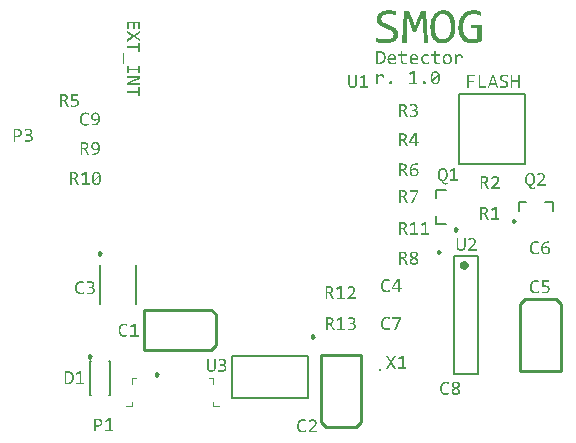
<source format=gto>
G04 Layer_Color=15132400*
%FSLAX25Y25*%
%MOIN*%
G70*
G01*
G75*
%ADD37C,0.00984*%
%ADD38C,0.01000*%
%ADD39C,0.00787*%
%ADD40C,0.01575*%
%ADD41C,0.00600*%
%ADD42C,0.00787*%
%ADD43C,0.00394*%
G36*
X251800Y162511D02*
Y162504D01*
Y162496D01*
Y162452D01*
X251793Y162387D01*
X251786Y162299D01*
X251779Y162197D01*
X251757Y162095D01*
X251735Y161979D01*
X251698Y161869D01*
X251691Y161855D01*
X251677Y161826D01*
X251655Y161767D01*
X251626Y161702D01*
X251582Y161629D01*
X251531Y161541D01*
X251472Y161461D01*
X251400Y161381D01*
X251392Y161373D01*
X251363Y161352D01*
X251327Y161315D01*
X251268Y161272D01*
X251203Y161221D01*
X251122Y161169D01*
X251028Y161118D01*
X250926Y161075D01*
X250911Y161067D01*
X250875Y161060D01*
X250816Y161038D01*
X250744Y161024D01*
X250649Y161002D01*
X250539Y160980D01*
X250415Y160973D01*
X250284Y160965D01*
X250219D01*
X250146Y160973D01*
X250051Y160980D01*
X249942Y160987D01*
X249832Y161009D01*
X249716Y161031D01*
X249606Y161067D01*
X249592Y161075D01*
X249563Y161089D01*
X249512Y161111D01*
X249446Y161140D01*
X249373Y161184D01*
X249300Y161235D01*
X249227Y161293D01*
X249154Y161359D01*
X249147Y161366D01*
X249125Y161395D01*
X249096Y161439D01*
X249060Y161490D01*
X249016Y161563D01*
X248972Y161636D01*
X248936Y161731D01*
X248899Y161826D01*
Y161840D01*
X248885Y161876D01*
X248877Y161928D01*
X248863Y162001D01*
X248848Y162088D01*
X248833Y162190D01*
X248826Y162307D01*
X248819Y162423D01*
Y165310D01*
X249402D01*
Y162467D01*
Y162460D01*
Y162423D01*
Y162380D01*
X249409Y162321D01*
Y162248D01*
X249424Y162175D01*
X249446Y162030D01*
Y162022D01*
X249453Y162001D01*
X249468Y161964D01*
X249482Y161920D01*
X249533Y161818D01*
X249599Y161709D01*
X249606Y161702D01*
X249621Y161687D01*
X249643Y161665D01*
X249679Y161636D01*
X249716Y161607D01*
X249767Y161578D01*
X249883Y161519D01*
X249890D01*
X249912Y161512D01*
X249949Y161497D01*
X250000Y161490D01*
X250065Y161476D01*
X250138Y161461D01*
X250219Y161454D01*
X250350D01*
X250386Y161461D01*
X250466Y161468D01*
X250569Y161490D01*
X250678Y161519D01*
X250795Y161563D01*
X250897Y161629D01*
X250991Y161716D01*
X250999Y161731D01*
X251028Y161767D01*
X251064Y161826D01*
X251108Y161913D01*
X251144Y162022D01*
X251181Y162154D01*
X251210Y162299D01*
X251217Y162474D01*
Y165310D01*
X251800D01*
Y162511D01*
D02*
G37*
G36*
X254046Y165368D02*
X254119D01*
X254199Y165354D01*
X254286Y165339D01*
X254381Y165317D01*
X254469Y165288D01*
X254476Y165281D01*
X254505Y165274D01*
X254549Y165252D01*
X254607Y165223D01*
X254673Y165186D01*
X254738Y165150D01*
X254870Y165040D01*
X254877Y165033D01*
X254899Y165011D01*
X254928Y164975D01*
X254972Y164931D01*
X255015Y164873D01*
X255059Y164807D01*
X255103Y164734D01*
X255139Y164647D01*
X255147Y164639D01*
X255154Y164603D01*
X255169Y164559D01*
X255190Y164494D01*
X255205Y164413D01*
X255220Y164326D01*
X255227Y164231D01*
X255234Y164122D01*
Y164115D01*
Y164078D01*
Y164034D01*
X255227Y163969D01*
X255220Y163903D01*
X255205Y163823D01*
X255169Y163663D01*
Y163655D01*
X255154Y163626D01*
X255139Y163582D01*
X255118Y163531D01*
X255088Y163466D01*
X255052Y163393D01*
X254964Y163240D01*
X254957Y163233D01*
X254942Y163203D01*
X254913Y163167D01*
X254877Y163109D01*
X254826Y163043D01*
X254767Y162970D01*
X254702Y162890D01*
X254629Y162810D01*
X254622Y162802D01*
X254593Y162773D01*
X254549Y162730D01*
X254498Y162671D01*
X254425Y162598D01*
X254345Y162518D01*
X254257Y162423D01*
X254155Y162329D01*
X253382Y161570D01*
X255467D01*
Y161024D01*
X252639D01*
Y161534D01*
X253740Y162635D01*
X253754Y162649D01*
X253783Y162678D01*
X253834Y162730D01*
X253900Y162795D01*
X253973Y162868D01*
X254046Y162948D01*
X254119Y163028D01*
X254184Y163101D01*
X254192Y163109D01*
X254214Y163138D01*
X254243Y163174D01*
X254279Y163218D01*
X254323Y163276D01*
X254367Y163335D01*
X254447Y163459D01*
X254454Y163466D01*
X254461Y163488D01*
X254483Y163517D01*
X254505Y163560D01*
X254549Y163655D01*
X254578Y163765D01*
Y163772D01*
X254585Y163794D01*
X254593Y163823D01*
X254600Y163859D01*
Y163903D01*
X254607Y163962D01*
X254614Y164078D01*
Y164085D01*
Y164107D01*
Y164136D01*
X254607Y164173D01*
X254600Y164275D01*
X254571Y164377D01*
Y164384D01*
X254563Y164399D01*
X254556Y164428D01*
X254542Y164464D01*
X254498Y164545D01*
X254439Y164632D01*
X254432Y164639D01*
X254425Y164654D01*
X254403Y164669D01*
X254381Y164698D01*
X254301Y164749D01*
X254206Y164807D01*
X254199D01*
X254184Y164814D01*
X254155Y164829D01*
X254111Y164844D01*
X254060Y164851D01*
X254009Y164866D01*
X253944Y164873D01*
X253827D01*
X253776Y164866D01*
X253711Y164858D01*
X253630Y164844D01*
X253550Y164822D01*
X253463Y164793D01*
X253375Y164749D01*
X253368Y164742D01*
X253339Y164727D01*
X253295Y164698D01*
X253237Y164661D01*
X253178Y164618D01*
X253105Y164567D01*
X253040Y164501D01*
X252967Y164435D01*
X252653Y164807D01*
X252668Y164822D01*
X252697Y164851D01*
X252748Y164895D01*
X252814Y164953D01*
X252894Y165018D01*
X252989Y165084D01*
X253091Y165157D01*
X253207Y165215D01*
X253215D01*
X253222Y165223D01*
X253266Y165237D01*
X253331Y165266D01*
X253419Y165296D01*
X253528Y165325D01*
X253652Y165354D01*
X253791Y165368D01*
X253944Y165376D01*
X253995D01*
X254046Y165368D01*
D02*
G37*
G36*
X227333Y123870D02*
X228754Y121653D01*
X228011D01*
X226968Y123301D01*
X225919Y121653D01*
X225197D01*
X226618Y123855D01*
X225313Y125940D01*
X226006D01*
X226983Y124409D01*
X227967Y125940D01*
X228645D01*
X227333Y123870D01*
D02*
G37*
G36*
X234824Y160742D02*
X234918Y160735D01*
X235013Y160721D01*
X235115Y160699D01*
X235210Y160677D01*
X235225D01*
X235254Y160662D01*
X235298Y160648D01*
X235356Y160626D01*
X235421Y160597D01*
X235487Y160560D01*
X235560Y160517D01*
X235626Y160473D01*
X235633Y160466D01*
X235655Y160451D01*
X235684Y160422D01*
X235728Y160385D01*
X235764Y160334D01*
X235808Y160283D01*
X235852Y160218D01*
X235888Y160152D01*
X235895Y160145D01*
X235903Y160123D01*
X235917Y160079D01*
X235932Y160035D01*
X235946Y159970D01*
X235961Y159897D01*
X235976Y159824D01*
Y159737D01*
Y159729D01*
Y159722D01*
Y159700D01*
Y159678D01*
X235968Y159605D01*
X235946Y159518D01*
X235925Y159416D01*
X235888Y159314D01*
X235837Y159204D01*
X235764Y159102D01*
X235757Y159088D01*
X235728Y159058D01*
X235677Y159008D01*
X235611Y158949D01*
X235531Y158876D01*
X235429Y158796D01*
X235305Y158716D01*
X235174Y158643D01*
X235181Y158636D01*
X235203Y158628D01*
X235239Y158607D01*
X235290Y158585D01*
X235341Y158548D01*
X235400Y158512D01*
X235524Y158431D01*
X235531Y158424D01*
X235553Y158410D01*
X235582Y158388D01*
X235626Y158359D01*
X235713Y158279D01*
X235808Y158176D01*
X235815Y158169D01*
X235830Y158154D01*
X235852Y158125D01*
X235881Y158089D01*
X235910Y158038D01*
X235939Y157987D01*
X235997Y157863D01*
Y157856D01*
X236012Y157834D01*
X236019Y157797D01*
X236034Y157746D01*
X236049Y157695D01*
X236056Y157630D01*
X236070Y157477D01*
Y157462D01*
Y157433D01*
X236063Y157375D01*
X236056Y157309D01*
X236041Y157236D01*
X236019Y157156D01*
X235990Y157068D01*
X235954Y156988D01*
X235946Y156981D01*
X235932Y156952D01*
X235910Y156915D01*
X235874Y156864D01*
X235830Y156806D01*
X235779Y156748D01*
X235713Y156689D01*
X235640Y156631D01*
X235633Y156624D01*
X235604Y156609D01*
X235560Y156580D01*
X235509Y156551D01*
X235436Y156514D01*
X235356Y156478D01*
X235268Y156441D01*
X235166Y156412D01*
X235152D01*
X235123Y156398D01*
X235064Y156390D01*
X234991Y156376D01*
X234904Y156361D01*
X234809Y156354D01*
X234700Y156339D01*
X234525D01*
X234459Y156347D01*
X234372D01*
X234277Y156354D01*
X234175Y156369D01*
X234066Y156390D01*
X233963Y156412D01*
X233949Y156420D01*
X233920Y156427D01*
X233869Y156449D01*
X233803Y156471D01*
X233737Y156500D01*
X233657Y156536D01*
X233584Y156580D01*
X233511Y156631D01*
X233504Y156638D01*
X233482Y156660D01*
X233453Y156689D01*
X233410Y156726D01*
X233366Y156777D01*
X233322Y156835D01*
X233278Y156901D01*
X233242Y156966D01*
Y156974D01*
X233227Y157003D01*
X233213Y157039D01*
X233198Y157097D01*
X233184Y157156D01*
X233169Y157229D01*
X233162Y157309D01*
X233154Y157396D01*
Y157404D01*
Y157411D01*
Y157433D01*
X233162Y157462D01*
X233169Y157535D01*
X233184Y157630D01*
X233205Y157732D01*
X233249Y157848D01*
X233300Y157965D01*
X233373Y158074D01*
X233380Y158089D01*
X233417Y158125D01*
X233468Y158176D01*
X233541Y158249D01*
X233635Y158329D01*
X233752Y158417D01*
X233891Y158512D01*
X234051Y158599D01*
X234044D01*
X234036Y158607D01*
X234015Y158621D01*
X233985Y158636D01*
X233912Y158679D01*
X233818Y158738D01*
X233716Y158811D01*
X233621Y158891D01*
X233519Y158978D01*
X233439Y159073D01*
X233431Y159088D01*
X233410Y159117D01*
X233380Y159175D01*
X233344Y159248D01*
X233307Y159335D01*
X233278Y159438D01*
X233256Y159547D01*
X233249Y159671D01*
Y159678D01*
Y159707D01*
X233256Y159744D01*
Y159795D01*
X233271Y159860D01*
X233286Y159926D01*
X233300Y159992D01*
X233329Y160064D01*
X233337Y160072D01*
X233344Y160101D01*
X233366Y160137D01*
X233395Y160181D01*
X233431Y160240D01*
X233475Y160298D01*
X233526Y160356D01*
X233584Y160414D01*
X233592Y160422D01*
X233614Y160444D01*
X233650Y160466D01*
X233701Y160502D01*
X233767Y160538D01*
X233840Y160582D01*
X233920Y160619D01*
X234015Y160655D01*
X234029Y160662D01*
X234058Y160670D01*
X234117Y160684D01*
X234190Y160706D01*
X234277Y160721D01*
X234386Y160735D01*
X234503Y160742D01*
X234627Y160750D01*
X234744D01*
X234824Y160742D01*
D02*
G37*
G36*
X215679Y216842D02*
Y216834D01*
Y216827D01*
Y216783D01*
X215671Y216718D01*
X215664Y216630D01*
X215657Y216528D01*
X215635Y216426D01*
X215613Y216309D01*
X215576Y216200D01*
X215569Y216185D01*
X215554Y216156D01*
X215533Y216098D01*
X215504Y216032D01*
X215460Y215959D01*
X215409Y215872D01*
X215350Y215792D01*
X215278Y215711D01*
X215270Y215704D01*
X215241Y215682D01*
X215205Y215646D01*
X215146Y215602D01*
X215081Y215551D01*
X215001Y215500D01*
X214906Y215449D01*
X214804Y215405D01*
X214789Y215398D01*
X214753Y215391D01*
X214694Y215369D01*
X214621Y215354D01*
X214527Y215333D01*
X214417Y215311D01*
X214293Y215303D01*
X214162Y215296D01*
X214096D01*
X214024Y215303D01*
X213929Y215311D01*
X213820Y215318D01*
X213710Y215340D01*
X213594Y215362D01*
X213484Y215398D01*
X213470Y215405D01*
X213440Y215420D01*
X213389Y215442D01*
X213324Y215471D01*
X213251Y215515D01*
X213178Y215566D01*
X213105Y215624D01*
X213032Y215690D01*
X213025Y215697D01*
X213003Y215726D01*
X212974Y215770D01*
X212937Y215821D01*
X212894Y215894D01*
X212850Y215967D01*
X212813Y216061D01*
X212777Y216156D01*
Y216171D01*
X212762Y216207D01*
X212755Y216258D01*
X212741Y216331D01*
X212726Y216419D01*
X212711Y216521D01*
X212704Y216637D01*
X212697Y216754D01*
Y219641D01*
X213280D01*
Y216798D01*
Y216791D01*
Y216754D01*
Y216710D01*
X213287Y216652D01*
Y216579D01*
X213302Y216506D01*
X213324Y216360D01*
Y216353D01*
X213331Y216331D01*
X213346Y216295D01*
X213360Y216251D01*
X213411Y216149D01*
X213477Y216040D01*
X213484Y216032D01*
X213499Y216018D01*
X213521Y215996D01*
X213557Y215967D01*
X213594Y215937D01*
X213645Y215908D01*
X213761Y215850D01*
X213769D01*
X213790Y215843D01*
X213827Y215828D01*
X213878Y215821D01*
X213943Y215806D01*
X214016Y215792D01*
X214096Y215784D01*
X214228D01*
X214264Y215792D01*
X214344Y215799D01*
X214446Y215821D01*
X214556Y215850D01*
X214672Y215894D01*
X214774Y215959D01*
X214869Y216047D01*
X214877Y216061D01*
X214906Y216098D01*
X214942Y216156D01*
X214986Y216244D01*
X215022Y216353D01*
X215059Y216484D01*
X215088Y216630D01*
X215095Y216805D01*
Y219641D01*
X215679D01*
Y216842D01*
D02*
G37*
G36*
X218354Y215886D02*
X219309D01*
Y215354D01*
X216619D01*
Y215886D01*
X217720D01*
Y219014D01*
X216692Y218460D01*
X216488Y218948D01*
X217844Y219663D01*
X218354D01*
Y215886D01*
D02*
G37*
G36*
X231153Y122186D02*
X232108D01*
Y121653D01*
X229418D01*
Y122186D01*
X230519D01*
Y125313D01*
X229491Y124759D01*
X229287Y125248D01*
X230643Y125962D01*
X231153D01*
Y122186D01*
D02*
G37*
G36*
X168533Y122156D02*
Y122149D01*
Y122142D01*
Y122098D01*
X168526Y122032D01*
X168518Y121945D01*
X168511Y121843D01*
X168489Y121741D01*
X168467Y121624D01*
X168431Y121515D01*
X168423Y121500D01*
X168409Y121471D01*
X168387Y121413D01*
X168358Y121347D01*
X168314Y121274D01*
X168263Y121187D01*
X168205Y121107D01*
X168132Y121027D01*
X168124Y121019D01*
X168095Y120997D01*
X168059Y120961D01*
X168001Y120917D01*
X167935Y120866D01*
X167855Y120815D01*
X167760Y120764D01*
X167658Y120720D01*
X167643Y120713D01*
X167607Y120706D01*
X167549Y120684D01*
X167476Y120669D01*
X167381Y120647D01*
X167272Y120625D01*
X167148Y120618D01*
X167016Y120611D01*
X166951D01*
X166878Y120618D01*
X166783Y120625D01*
X166674Y120633D01*
X166565Y120655D01*
X166448Y120677D01*
X166339Y120713D01*
X166324Y120720D01*
X166295Y120735D01*
X166244Y120757D01*
X166178Y120786D01*
X166105Y120830D01*
X166032Y120881D01*
X165959Y120939D01*
X165886Y121005D01*
X165879Y121012D01*
X165857Y121041D01*
X165828Y121085D01*
X165792Y121136D01*
X165748Y121209D01*
X165704Y121282D01*
X165668Y121376D01*
X165631Y121471D01*
Y121486D01*
X165617Y121522D01*
X165610Y121573D01*
X165595Y121646D01*
X165580Y121734D01*
X165566Y121836D01*
X165559Y121952D01*
X165551Y122069D01*
Y124956D01*
X166134D01*
Y122113D01*
Y122105D01*
Y122069D01*
Y122025D01*
X166142Y121967D01*
Y121894D01*
X166156Y121821D01*
X166178Y121675D01*
Y121668D01*
X166185Y121646D01*
X166200Y121610D01*
X166215Y121566D01*
X166266Y121464D01*
X166331Y121354D01*
X166339Y121347D01*
X166353Y121333D01*
X166375Y121311D01*
X166411Y121282D01*
X166448Y121253D01*
X166499Y121223D01*
X166615Y121165D01*
X166623D01*
X166645Y121158D01*
X166681Y121143D01*
X166732Y121136D01*
X166798Y121121D01*
X166871Y121107D01*
X166951Y121099D01*
X167082D01*
X167119Y121107D01*
X167199Y121114D01*
X167301Y121136D01*
X167410Y121165D01*
X167527Y121209D01*
X167629Y121274D01*
X167724Y121362D01*
X167731Y121376D01*
X167760Y121413D01*
X167797Y121471D01*
X167840Y121559D01*
X167877Y121668D01*
X167913Y121799D01*
X167942Y121945D01*
X167950Y122120D01*
Y124956D01*
X168533D01*
Y122156D01*
D02*
G37*
G36*
X264937Y219699D02*
X265025Y219692D01*
X265069D01*
X265105Y219685D01*
X265185Y219677D01*
X265280Y219663D01*
X265302D01*
X265331Y219655D01*
X265360D01*
X265441Y219641D01*
X265535Y219626D01*
X265557D01*
X265586Y219619D01*
X265615Y219612D01*
X265696Y219597D01*
X265776Y219583D01*
Y219058D01*
X265761D01*
X265732Y219072D01*
X265681Y219079D01*
X265615Y219094D01*
X265543Y219109D01*
X265455Y219130D01*
X265265Y219160D01*
X265258D01*
X265222Y219167D01*
X265178Y219174D01*
X265112Y219182D01*
X265039Y219189D01*
X264952Y219196D01*
X264777Y219203D01*
X264697D01*
X264609Y219196D01*
X264500Y219182D01*
X264376Y219160D01*
X264252Y219130D01*
X264143Y219087D01*
X264041Y219028D01*
X264034Y219021D01*
X264004Y218999D01*
X263968Y218963D01*
X263924Y218912D01*
X263880Y218846D01*
X263844Y218766D01*
X263815Y218679D01*
X263808Y218577D01*
Y218569D01*
Y218547D01*
X263815Y218518D01*
X263822Y218474D01*
X263851Y218380D01*
X263873Y218329D01*
X263902Y218278D01*
X263910Y218270D01*
X263917Y218256D01*
X263939Y218234D01*
X263968Y218205D01*
X264048Y218132D01*
X264150Y218052D01*
X264157Y218044D01*
X264179Y218037D01*
X264208Y218015D01*
X264260Y217993D01*
X264311Y217964D01*
X264369Y217935D01*
X264515Y217877D01*
X264522D01*
X264551Y217862D01*
X264587Y217847D01*
X264646Y217826D01*
X264704Y217804D01*
X264770Y217775D01*
X264923Y217709D01*
X264930D01*
X264959Y217694D01*
X265003Y217680D01*
X265054Y217658D01*
X265120Y217629D01*
X265185Y217600D01*
X265338Y217527D01*
X265346Y217519D01*
X265375Y217512D01*
X265411Y217490D01*
X265462Y217461D01*
X265579Y217381D01*
X265696Y217286D01*
X265703Y217279D01*
X265725Y217264D01*
X265754Y217235D01*
X265790Y217191D01*
X265827Y217148D01*
X265871Y217089D01*
X265951Y216958D01*
X265958Y216951D01*
X265965Y216922D01*
X265980Y216885D01*
X266002Y216834D01*
X266024Y216769D01*
X266038Y216688D01*
X266045Y216608D01*
X266053Y216513D01*
Y216499D01*
Y216462D01*
X266045Y216404D01*
X266038Y216331D01*
X266024Y216251D01*
X265995Y216156D01*
X265965Y216061D01*
X265922Y215974D01*
X265914Y215967D01*
X265900Y215937D01*
X265871Y215894D01*
X265834Y215843D01*
X265783Y215784D01*
X265725Y215719D01*
X265652Y215653D01*
X265572Y215595D01*
X265564Y215588D01*
X265535Y215573D01*
X265484Y215544D01*
X265426Y215507D01*
X265346Y215471D01*
X265258Y215435D01*
X265156Y215398D01*
X265039Y215369D01*
X265025D01*
X264988Y215354D01*
X264923Y215347D01*
X264835Y215333D01*
X264733Y215318D01*
X264617Y215311D01*
X264486Y215296D01*
X264245D01*
X264187Y215303D01*
X264136D01*
X264004Y215311D01*
X263975D01*
X263946Y215318D01*
X263902D01*
X263800Y215333D01*
X263684Y215347D01*
X263654D01*
X263625Y215354D01*
X263589D01*
X263494Y215369D01*
X263392Y215384D01*
X263385D01*
X263370Y215391D01*
X263341Y215398D01*
X263312Y215405D01*
X263232Y215427D01*
X263144Y215449D01*
Y216010D01*
X263159Y216003D01*
X263188Y215996D01*
X263239Y215981D01*
X263304Y215959D01*
X263385Y215930D01*
X263479Y215908D01*
X263581Y215886D01*
X263691Y215865D01*
X263705D01*
X263742Y215857D01*
X263808Y215850D01*
X263895Y215843D01*
X263997Y215828D01*
X264114Y215821D01*
X264245Y215814D01*
X264493D01*
X264558Y215821D01*
X264631D01*
X264711Y215835D01*
X264792Y215843D01*
X264872Y215857D01*
X264879D01*
X264908Y215865D01*
X264937Y215879D01*
X264988Y215886D01*
X265090Y215930D01*
X265193Y215981D01*
X265200Y215989D01*
X265214Y215996D01*
X265236Y216018D01*
X265265Y216040D01*
X265331Y216105D01*
X265382Y216193D01*
Y216200D01*
X265389Y216215D01*
X265404Y216244D01*
X265411Y216280D01*
X265426Y216324D01*
X265433Y216375D01*
X265441Y216484D01*
Y216492D01*
Y216513D01*
X265433Y216543D01*
X265426Y216586D01*
X265397Y216681D01*
X265375Y216725D01*
X265338Y216776D01*
X265331Y216783D01*
X265324Y216798D01*
X265302Y216820D01*
X265273Y216849D01*
X265236Y216885D01*
X265193Y216922D01*
X265083Y216995D01*
X265076Y217002D01*
X265054Y217009D01*
X265025Y217031D01*
X264981Y217053D01*
X264930Y217082D01*
X264872Y217111D01*
X264726Y217177D01*
X264719Y217184D01*
X264690Y217191D01*
X264653Y217206D01*
X264595Y217228D01*
X264536Y217250D01*
X264464Y217279D01*
X264311Y217337D01*
X264303Y217344D01*
X264274Y217352D01*
X264238Y217374D01*
X264187Y217395D01*
X264121Y217425D01*
X264055Y217454D01*
X263902Y217527D01*
X263895Y217534D01*
X263866Y217549D01*
X263829Y217563D01*
X263778Y217592D01*
X263727Y217629D01*
X263662Y217665D01*
X263538Y217760D01*
X263530Y217767D01*
X263516Y217782D01*
X263487Y217811D01*
X263450Y217855D01*
X263414Y217899D01*
X263370Y217957D01*
X263290Y218081D01*
X263283Y218088D01*
X263275Y218117D01*
X263261Y218154D01*
X263246Y218205D01*
X263224Y218270D01*
X263210Y218343D01*
X263202Y218431D01*
X263195Y218518D01*
Y218526D01*
Y218555D01*
X263202Y218598D01*
X263210Y218657D01*
X263217Y218722D01*
X263232Y218795D01*
X263253Y218875D01*
X263283Y218956D01*
X263290Y218963D01*
X263297Y218992D01*
X263326Y219028D01*
X263355Y219079D01*
X263392Y219138D01*
X263443Y219203D01*
X263501Y219269D01*
X263567Y219335D01*
X263574Y219342D01*
X263603Y219364D01*
X263647Y219393D01*
X263705Y219429D01*
X263771Y219473D01*
X263859Y219517D01*
X263953Y219561D01*
X264063Y219604D01*
X264077Y219612D01*
X264121Y219619D01*
X264179Y219634D01*
X264267Y219655D01*
X264376Y219677D01*
X264500Y219692D01*
X264639Y219699D01*
X264792Y219707D01*
X264865D01*
X264937Y219699D01*
D02*
G37*
G36*
X269807Y215354D02*
X269224D01*
Y217323D01*
X267423D01*
Y215354D01*
X266840D01*
Y219641D01*
X267423D01*
Y217826D01*
X269224D01*
Y219641D01*
X269807D01*
Y215354D01*
D02*
G37*
G36*
X106116Y201687D02*
X106197D01*
X106291Y201673D01*
X106386Y201658D01*
X106488Y201644D01*
X106590Y201614D01*
X106605D01*
X106634Y201600D01*
X106685Y201585D01*
X106743Y201563D01*
X106816Y201534D01*
X106889Y201498D01*
X106962Y201454D01*
X107028Y201403D01*
X107035Y201396D01*
X107057Y201381D01*
X107086Y201352D01*
X107130Y201308D01*
X107166Y201257D01*
X107210Y201206D01*
X107254Y201141D01*
X107290Y201068D01*
X107297Y201060D01*
X107305Y201031D01*
X107319Y200995D01*
X107341Y200937D01*
X107356Y200871D01*
X107370Y200798D01*
X107378Y200711D01*
X107385Y200623D01*
Y200616D01*
Y200608D01*
Y200565D01*
X107378Y200492D01*
X107363Y200412D01*
X107341Y200309D01*
X107305Y200207D01*
X107261Y200105D01*
X107195Y200003D01*
X107188Y199996D01*
X107159Y199960D01*
X107115Y199916D01*
X107057Y199865D01*
X106984Y199799D01*
X106896Y199734D01*
X106787Y199668D01*
X106670Y199610D01*
X106678D01*
X106700Y199602D01*
X106729Y199595D01*
X106772Y199588D01*
X106824Y199573D01*
X106882Y199551D01*
X106999Y199500D01*
X107006D01*
X107028Y199486D01*
X107057Y199471D01*
X107101Y199449D01*
X107195Y199384D01*
X107290Y199303D01*
X107297Y199296D01*
X107312Y199282D01*
X107334Y199252D01*
X107363Y199223D01*
X107399Y199180D01*
X107436Y199129D01*
X107501Y199012D01*
X107509Y199005D01*
X107516Y198983D01*
X107531Y198946D01*
X107545Y198903D01*
X107560Y198844D01*
X107574Y198786D01*
X107589Y198713D01*
Y198640D01*
Y198626D01*
Y198589D01*
X107582Y198538D01*
X107574Y198465D01*
X107560Y198385D01*
X107538Y198298D01*
X107509Y198203D01*
X107472Y198108D01*
X107465Y198101D01*
X107450Y198064D01*
X107421Y198021D01*
X107385Y197962D01*
X107334Y197897D01*
X107275Y197824D01*
X107203Y197751D01*
X107123Y197678D01*
X107115Y197671D01*
X107079Y197649D01*
X107035Y197612D01*
X106969Y197576D01*
X106882Y197525D01*
X106787Y197481D01*
X106670Y197430D01*
X106546Y197386D01*
X106539D01*
X106532Y197379D01*
X106510D01*
X106488Y197372D01*
X106415Y197357D01*
X106313Y197335D01*
X106197Y197313D01*
X106058Y197299D01*
X105905Y197292D01*
X105737Y197284D01*
X105584D01*
X105511Y197292D01*
X105438D01*
X105278Y197306D01*
X105242D01*
X105205Y197313D01*
X105154D01*
X105096Y197321D01*
X105030Y197328D01*
X104899Y197343D01*
Y197853D01*
X104906D01*
X104935Y197845D01*
X104972Y197838D01*
X105023Y197831D01*
X105088Y197824D01*
X105161Y197816D01*
X105322Y197794D01*
X105366D01*
X105409Y197787D01*
X105541D01*
X105621Y197780D01*
X105905D01*
X105978Y197787D01*
X106065Y197794D01*
X106153Y197802D01*
X106248Y197816D01*
X106335Y197831D01*
X106342D01*
X106372Y197845D01*
X106415Y197853D01*
X106466Y197875D01*
X106590Y197926D01*
X106649Y197962D01*
X106707Y197999D01*
X106714Y198006D01*
X106729Y198021D01*
X106758Y198042D01*
X106787Y198072D01*
X106860Y198159D01*
X106889Y198203D01*
X106918Y198261D01*
Y198268D01*
X106933Y198290D01*
X106940Y198319D01*
X106955Y198363D01*
X106969Y198414D01*
X106977Y198472D01*
X106991Y198611D01*
Y198618D01*
Y198640D01*
X106984Y198677D01*
Y198713D01*
X106955Y198815D01*
X106940Y198866D01*
X106911Y198917D01*
Y198925D01*
X106896Y198939D01*
X106875Y198961D01*
X106853Y198997D01*
X106780Y199063D01*
X106685Y199136D01*
X106678Y199143D01*
X106663Y199150D01*
X106634Y199165D01*
X106590Y199187D01*
X106539Y199209D01*
X106481Y199231D01*
X106415Y199252D01*
X106342Y199267D01*
X106335D01*
X106306Y199274D01*
X106270Y199282D01*
X106219Y199296D01*
X106153Y199303D01*
X106080Y199311D01*
X105912Y199318D01*
X105424D01*
Y199785D01*
X105992D01*
X106036Y199792D01*
X106095Y199799D01*
X106153Y199806D01*
X106277Y199836D01*
X106284D01*
X106306Y199843D01*
X106335Y199858D01*
X106372Y199872D01*
X106459Y199916D01*
X106546Y199981D01*
X106554Y199989D01*
X106568Y199996D01*
X106590Y200018D01*
X106612Y200047D01*
X106670Y200120D01*
X106721Y200215D01*
Y200222D01*
X106729Y200237D01*
X106743Y200266D01*
X106758Y200309D01*
X106765Y200353D01*
X106780Y200412D01*
X106787Y200535D01*
Y200543D01*
Y200550D01*
Y200594D01*
X106780Y200652D01*
X106758Y200725D01*
X106736Y200813D01*
X106700Y200893D01*
X106649Y200973D01*
X106576Y201039D01*
X106568Y201046D01*
X106539Y201060D01*
X106488Y201090D01*
X106423Y201119D01*
X106335Y201148D01*
X106226Y201177D01*
X106102Y201192D01*
X105956Y201199D01*
X105876D01*
X105817Y201192D01*
X105752D01*
X105672Y201184D01*
X105504Y201155D01*
X105497D01*
X105468Y201148D01*
X105417Y201141D01*
X105358Y201126D01*
X105285Y201104D01*
X105205Y201082D01*
X105110Y201060D01*
X105016Y201031D01*
Y201527D01*
X105023D01*
X105037Y201534D01*
X105059Y201542D01*
X105088Y201549D01*
X105161Y201571D01*
X105249Y201593D01*
X105256D01*
X105271Y201600D01*
X105300D01*
X105329Y201607D01*
X105409Y201629D01*
X105504Y201644D01*
X105511D01*
X105526Y201651D01*
X105548D01*
X105584Y201658D01*
X105665Y201665D01*
X105752Y201680D01*
X105774D01*
X105803Y201687D01*
X105832D01*
X105912Y201695D01*
X106051D01*
X106116Y201687D01*
D02*
G37*
G36*
X102581Y201622D02*
X102675Y201614D01*
X102778Y201600D01*
X102996Y201556D01*
X103011D01*
X103047Y201542D01*
X103098Y201527D01*
X103171Y201498D01*
X103252Y201469D01*
X103332Y201425D01*
X103419Y201381D01*
X103507Y201323D01*
X103514Y201316D01*
X103543Y201294D01*
X103587Y201265D01*
X103638Y201214D01*
X103696Y201155D01*
X103754Y201090D01*
X103813Y201009D01*
X103864Y200922D01*
X103871Y200907D01*
X103886Y200878D01*
X103908Y200827D01*
X103929Y200754D01*
X103951Y200667D01*
X103973Y200565D01*
X103988Y200448D01*
X103995Y200317D01*
Y200302D01*
Y200273D01*
X103988Y200222D01*
X103981Y200156D01*
X103973Y200076D01*
X103951Y199981D01*
X103929Y199887D01*
X103893Y199792D01*
X103886Y199777D01*
X103878Y199748D01*
X103849Y199697D01*
X103820Y199639D01*
X103776Y199566D01*
X103725Y199493D01*
X103660Y199413D01*
X103587Y199333D01*
X103579Y199325D01*
X103550Y199296D01*
X103507Y199260D01*
X103448Y199216D01*
X103368Y199165D01*
X103281Y199107D01*
X103179Y199056D01*
X103062Y199005D01*
X103047Y198997D01*
X103004Y198983D01*
X102938Y198968D01*
X102843Y198946D01*
X102734Y198917D01*
X102603Y198903D01*
X102450Y198888D01*
X102289Y198881D01*
X101764D01*
Y197343D01*
X101181D01*
Y201629D01*
X102501D01*
X102581Y201622D01*
D02*
G37*
G36*
X170647Y125014D02*
X170727D01*
X170822Y124999D01*
X170917Y124985D01*
X171019Y124970D01*
X171121Y124941D01*
X171135D01*
X171165Y124927D01*
X171215Y124912D01*
X171274Y124890D01*
X171347Y124861D01*
X171420Y124825D01*
X171493Y124781D01*
X171558Y124730D01*
X171565Y124723D01*
X171587Y124708D01*
X171616Y124679D01*
X171660Y124635D01*
X171697Y124584D01*
X171740Y124533D01*
X171784Y124467D01*
X171821Y124395D01*
X171828Y124387D01*
X171835Y124358D01*
X171850Y124322D01*
X171872Y124263D01*
X171886Y124198D01*
X171901Y124125D01*
X171908Y124037D01*
X171915Y123950D01*
Y123942D01*
Y123935D01*
Y123891D01*
X171908Y123819D01*
X171894Y123738D01*
X171872Y123636D01*
X171835Y123534D01*
X171791Y123432D01*
X171726Y123330D01*
X171719Y123323D01*
X171689Y123286D01*
X171646Y123243D01*
X171587Y123192D01*
X171514Y123126D01*
X171427Y123060D01*
X171318Y122995D01*
X171201Y122936D01*
X171208D01*
X171230Y122929D01*
X171259Y122922D01*
X171303Y122915D01*
X171354Y122900D01*
X171412Y122878D01*
X171529Y122827D01*
X171536D01*
X171558Y122813D01*
X171587Y122798D01*
X171631Y122776D01*
X171726Y122711D01*
X171821Y122630D01*
X171828Y122623D01*
X171843Y122608D01*
X171864Y122579D01*
X171894Y122550D01*
X171930Y122506D01*
X171966Y122455D01*
X172032Y122339D01*
X172039Y122331D01*
X172047Y122310D01*
X172061Y122273D01*
X172076Y122229D01*
X172090Y122171D01*
X172105Y122113D01*
X172119Y122040D01*
Y121967D01*
Y121952D01*
Y121916D01*
X172112Y121865D01*
X172105Y121792D01*
X172090Y121712D01*
X172068Y121624D01*
X172039Y121529D01*
X172003Y121435D01*
X171995Y121427D01*
X171981Y121391D01*
X171952Y121347D01*
X171915Y121289D01*
X171864Y121223D01*
X171806Y121150D01*
X171733Y121078D01*
X171653Y121005D01*
X171646Y120997D01*
X171609Y120975D01*
X171565Y120939D01*
X171500Y120903D01*
X171412Y120852D01*
X171318Y120808D01*
X171201Y120757D01*
X171077Y120713D01*
X171070D01*
X171062Y120706D01*
X171041D01*
X171019Y120698D01*
X170946Y120684D01*
X170844Y120662D01*
X170727Y120640D01*
X170589Y120625D01*
X170436Y120618D01*
X170268Y120611D01*
X170115D01*
X170042Y120618D01*
X169969D01*
X169808Y120633D01*
X169772D01*
X169736Y120640D01*
X169685D01*
X169626Y120647D01*
X169561Y120655D01*
X169430Y120669D01*
Y121180D01*
X169437D01*
X169466Y121172D01*
X169502Y121165D01*
X169553Y121158D01*
X169619Y121150D01*
X169692Y121143D01*
X169852Y121121D01*
X169896D01*
X169940Y121114D01*
X170071D01*
X170151Y121107D01*
X170436D01*
X170508Y121114D01*
X170596Y121121D01*
X170683Y121129D01*
X170778Y121143D01*
X170866Y121158D01*
X170873D01*
X170902Y121172D01*
X170946Y121180D01*
X170997Y121202D01*
X171121Y121253D01*
X171179Y121289D01*
X171237Y121325D01*
X171245Y121333D01*
X171259Y121347D01*
X171288Y121369D01*
X171318Y121398D01*
X171390Y121486D01*
X171420Y121529D01*
X171449Y121588D01*
Y121595D01*
X171463Y121617D01*
X171471Y121646D01*
X171485Y121690D01*
X171500Y121741D01*
X171507Y121799D01*
X171522Y121938D01*
Y121945D01*
Y121967D01*
X171514Y122003D01*
Y122040D01*
X171485Y122142D01*
X171471Y122193D01*
X171441Y122244D01*
Y122251D01*
X171427Y122266D01*
X171405Y122288D01*
X171383Y122324D01*
X171310Y122390D01*
X171215Y122463D01*
X171208Y122470D01*
X171194Y122477D01*
X171165Y122492D01*
X171121Y122514D01*
X171070Y122536D01*
X171011Y122557D01*
X170946Y122579D01*
X170873Y122594D01*
X170866D01*
X170836Y122601D01*
X170800Y122608D01*
X170749Y122623D01*
X170683Y122630D01*
X170610Y122638D01*
X170443Y122645D01*
X169954D01*
Y123111D01*
X170523D01*
X170567Y123119D01*
X170625Y123126D01*
X170683Y123133D01*
X170807Y123162D01*
X170815D01*
X170836Y123170D01*
X170866Y123184D01*
X170902Y123199D01*
X170990Y123243D01*
X171077Y123308D01*
X171084Y123316D01*
X171099Y123323D01*
X171121Y123345D01*
X171143Y123374D01*
X171201Y123447D01*
X171252Y123542D01*
Y123549D01*
X171259Y123563D01*
X171274Y123593D01*
X171288Y123636D01*
X171296Y123680D01*
X171310Y123738D01*
X171318Y123862D01*
Y123870D01*
Y123877D01*
Y123921D01*
X171310Y123979D01*
X171288Y124052D01*
X171266Y124139D01*
X171230Y124220D01*
X171179Y124300D01*
X171106Y124365D01*
X171099Y124373D01*
X171070Y124387D01*
X171019Y124416D01*
X170953Y124445D01*
X170866Y124475D01*
X170756Y124504D01*
X170632Y124518D01*
X170486Y124526D01*
X170406D01*
X170348Y124518D01*
X170282D01*
X170202Y124511D01*
X170035Y124482D01*
X170027D01*
X169998Y124475D01*
X169947Y124467D01*
X169889Y124453D01*
X169816Y124431D01*
X169736Y124409D01*
X169641Y124387D01*
X169546Y124358D01*
Y124854D01*
X169553D01*
X169568Y124861D01*
X169590Y124868D01*
X169619Y124876D01*
X169692Y124898D01*
X169779Y124919D01*
X169787D01*
X169801Y124927D01*
X169830D01*
X169860Y124934D01*
X169940Y124956D01*
X170035Y124970D01*
X170042D01*
X170056Y124978D01*
X170078D01*
X170115Y124985D01*
X170195Y124992D01*
X170282Y125007D01*
X170304D01*
X170333Y125014D01*
X170363D01*
X170443Y125021D01*
X170581D01*
X170647Y125014D01*
D02*
G37*
G36*
X230902Y160677D02*
X230989D01*
X231091Y160662D01*
X231201Y160648D01*
X231310Y160626D01*
X231412Y160597D01*
X231427D01*
X231456Y160582D01*
X231507Y160560D01*
X231565Y160538D01*
X231638Y160509D01*
X231711Y160466D01*
X231784Y160422D01*
X231849Y160371D01*
X231857Y160363D01*
X231879Y160342D01*
X231908Y160312D01*
X231944Y160269D01*
X231988Y160218D01*
X232032Y160159D01*
X232068Y160086D01*
X232105Y160013D01*
X232112Y160006D01*
X232119Y159977D01*
X232134Y159933D01*
X232148Y159875D01*
X232163Y159809D01*
X232177Y159729D01*
X232192Y159649D01*
Y159554D01*
Y159547D01*
Y159518D01*
Y159481D01*
X232185Y159430D01*
X232177Y159372D01*
X232163Y159306D01*
X232126Y159168D01*
Y159160D01*
X232119Y159139D01*
X232105Y159102D01*
X232083Y159066D01*
X232032Y158956D01*
X231951Y158847D01*
X231944Y158840D01*
X231930Y158825D01*
X231908Y158796D01*
X231871Y158760D01*
X231828Y158723D01*
X231776Y158679D01*
X231660Y158592D01*
X231653Y158585D01*
X231631Y158577D01*
X231594Y158555D01*
X231551Y158534D01*
X231492Y158512D01*
X231427Y158483D01*
X231346Y158461D01*
X231266Y158439D01*
X231274D01*
X231295Y158424D01*
X231332Y158410D01*
X231376Y158388D01*
X231419Y158359D01*
X231470Y158315D01*
X231521Y158271D01*
X231572Y158213D01*
X231580Y158206D01*
X231594Y158184D01*
X231623Y158154D01*
X231653Y158104D01*
X231696Y158045D01*
X231740Y157980D01*
X231784Y157892D01*
X231835Y157805D01*
X232520Y156398D01*
X231857D01*
X231215Y157768D01*
Y157775D01*
X231201Y157797D01*
X231186Y157819D01*
X231171Y157856D01*
X231120Y157943D01*
X231062Y158023D01*
Y158031D01*
X231048Y158045D01*
X231018Y158089D01*
X230967Y158140D01*
X230902Y158191D01*
X230894D01*
X230887Y158198D01*
X230843Y158227D01*
X230785Y158249D01*
X230712Y158279D01*
X230705D01*
X230698Y158286D01*
X230676D01*
X230647Y158293D01*
X230574Y158300D01*
X230479Y158308D01*
X230209D01*
Y156398D01*
X229626D01*
Y160684D01*
X230836D01*
X230902Y160677D01*
D02*
G37*
G36*
Y209890D02*
X230989D01*
X231091Y209875D01*
X231201Y209860D01*
X231310Y209838D01*
X231412Y209809D01*
X231427D01*
X231456Y209795D01*
X231507Y209773D01*
X231565Y209751D01*
X231638Y209722D01*
X231711Y209678D01*
X231784Y209634D01*
X231849Y209583D01*
X231857Y209576D01*
X231879Y209554D01*
X231908Y209525D01*
X231944Y209481D01*
X231988Y209430D01*
X232032Y209372D01*
X232068Y209299D01*
X232105Y209226D01*
X232112Y209219D01*
X232119Y209190D01*
X232134Y209146D01*
X232148Y209088D01*
X232163Y209022D01*
X232177Y208942D01*
X232192Y208862D01*
Y208767D01*
Y208759D01*
Y208730D01*
Y208694D01*
X232185Y208643D01*
X232177Y208585D01*
X232163Y208519D01*
X232126Y208380D01*
Y208373D01*
X232119Y208351D01*
X232105Y208315D01*
X232083Y208278D01*
X232032Y208169D01*
X231951Y208060D01*
X231944Y208052D01*
X231930Y208038D01*
X231908Y208009D01*
X231871Y207972D01*
X231828Y207936D01*
X231776Y207892D01*
X231660Y207804D01*
X231653Y207797D01*
X231631Y207790D01*
X231594Y207768D01*
X231551Y207746D01*
X231492Y207724D01*
X231427Y207695D01*
X231346Y207673D01*
X231266Y207651D01*
X231274D01*
X231295Y207637D01*
X231332Y207622D01*
X231376Y207600D01*
X231419Y207571D01*
X231470Y207527D01*
X231521Y207484D01*
X231572Y207425D01*
X231580Y207418D01*
X231594Y207396D01*
X231623Y207367D01*
X231653Y207316D01*
X231696Y207258D01*
X231740Y207192D01*
X231784Y207105D01*
X231835Y207017D01*
X232520Y205610D01*
X231857D01*
X231215Y206981D01*
Y206988D01*
X231201Y207010D01*
X231186Y207032D01*
X231171Y207068D01*
X231120Y207156D01*
X231062Y207236D01*
Y207243D01*
X231048Y207258D01*
X231018Y207301D01*
X230967Y207353D01*
X230902Y207404D01*
X230894D01*
X230887Y207411D01*
X230843Y207440D01*
X230785Y207462D01*
X230712Y207491D01*
X230705D01*
X230698Y207498D01*
X230676D01*
X230647Y207506D01*
X230574Y207513D01*
X230479Y207520D01*
X230209D01*
Y205610D01*
X229626D01*
Y209897D01*
X230836D01*
X230902Y209890D01*
D02*
G37*
G36*
X235545Y197317D02*
X236282D01*
Y196814D01*
X235545D01*
Y195866D01*
X234962D01*
Y196814D01*
X232899D01*
Y197317D01*
X234722Y200153D01*
X235545D01*
Y197317D01*
D02*
G37*
G36*
X230902Y200145D02*
X230989D01*
X231091Y200131D01*
X231201Y200116D01*
X231310Y200094D01*
X231412Y200065D01*
X231427D01*
X231456Y200051D01*
X231507Y200029D01*
X231565Y200007D01*
X231638Y199978D01*
X231711Y199934D01*
X231784Y199890D01*
X231849Y199839D01*
X231857Y199832D01*
X231879Y199810D01*
X231908Y199781D01*
X231944Y199737D01*
X231988Y199686D01*
X232032Y199628D01*
X232068Y199555D01*
X232105Y199482D01*
X232112Y199475D01*
X232119Y199445D01*
X232134Y199402D01*
X232148Y199344D01*
X232163Y199278D01*
X232177Y199198D01*
X232192Y199118D01*
Y199023D01*
Y199015D01*
Y198986D01*
Y198950D01*
X232185Y198899D01*
X232177Y198840D01*
X232163Y198775D01*
X232126Y198636D01*
Y198629D01*
X232119Y198607D01*
X232105Y198571D01*
X232083Y198534D01*
X232032Y198425D01*
X231951Y198316D01*
X231944Y198308D01*
X231930Y198294D01*
X231908Y198265D01*
X231871Y198228D01*
X231828Y198192D01*
X231776Y198148D01*
X231660Y198060D01*
X231653Y198053D01*
X231631Y198046D01*
X231594Y198024D01*
X231551Y198002D01*
X231492Y197980D01*
X231427Y197951D01*
X231346Y197929D01*
X231266Y197907D01*
X231274D01*
X231295Y197893D01*
X231332Y197878D01*
X231376Y197856D01*
X231419Y197827D01*
X231470Y197783D01*
X231521Y197740D01*
X231572Y197681D01*
X231580Y197674D01*
X231594Y197652D01*
X231623Y197623D01*
X231653Y197572D01*
X231696Y197514D01*
X231740Y197448D01*
X231784Y197361D01*
X231835Y197273D01*
X232520Y195866D01*
X231857D01*
X231215Y197237D01*
Y197244D01*
X231201Y197266D01*
X231186Y197288D01*
X231171Y197324D01*
X231120Y197412D01*
X231062Y197492D01*
Y197499D01*
X231048Y197514D01*
X231018Y197557D01*
X230967Y197608D01*
X230902Y197660D01*
X230894D01*
X230887Y197667D01*
X230843Y197696D01*
X230785Y197718D01*
X230712Y197747D01*
X230705D01*
X230698Y197754D01*
X230676D01*
X230647Y197761D01*
X230574Y197769D01*
X230479Y197776D01*
X230209D01*
Y195866D01*
X229626D01*
Y200153D01*
X230836D01*
X230902Y200145D01*
D02*
G37*
G36*
X261814Y185939D02*
X261887D01*
X261967Y185925D01*
X262055Y185910D01*
X262150Y185888D01*
X262237Y185859D01*
X262244Y185852D01*
X262273Y185845D01*
X262317Y185823D01*
X262375Y185793D01*
X262441Y185757D01*
X262507Y185721D01*
X262638Y185611D01*
X262645Y185604D01*
X262667Y185582D01*
X262696Y185546D01*
X262740Y185502D01*
X262784Y185444D01*
X262827Y185378D01*
X262871Y185305D01*
X262908Y185218D01*
X262915Y185210D01*
X262922Y185174D01*
X262937Y185130D01*
X262959Y185064D01*
X262973Y184984D01*
X262988Y184897D01*
X262995Y184802D01*
X263002Y184693D01*
Y184686D01*
Y184649D01*
Y184605D01*
X262995Y184540D01*
X262988Y184474D01*
X262973Y184394D01*
X262937Y184233D01*
Y184226D01*
X262922Y184197D01*
X262908Y184153D01*
X262886Y184102D01*
X262857Y184037D01*
X262820Y183964D01*
X262733Y183811D01*
X262725Y183803D01*
X262711Y183774D01*
X262682Y183738D01*
X262645Y183679D01*
X262594Y183614D01*
X262536Y183541D01*
X262470Y183461D01*
X262397Y183380D01*
X262390Y183373D01*
X262361Y183344D01*
X262317Y183300D01*
X262266Y183242D01*
X262193Y183169D01*
X262113Y183089D01*
X262026Y182994D01*
X261924Y182899D01*
X261151Y182141D01*
X263236D01*
Y181595D01*
X260407D01*
Y182105D01*
X261508Y183206D01*
X261523Y183220D01*
X261552Y183249D01*
X261603Y183300D01*
X261668Y183366D01*
X261741Y183439D01*
X261814Y183519D01*
X261887Y183599D01*
X261953Y183672D01*
X261960Y183679D01*
X261982Y183709D01*
X262011Y183745D01*
X262047Y183789D01*
X262091Y183847D01*
X262135Y183905D01*
X262215Y184029D01*
X262222Y184037D01*
X262230Y184058D01*
X262251Y184088D01*
X262273Y184131D01*
X262317Y184226D01*
X262346Y184335D01*
Y184343D01*
X262354Y184365D01*
X262361Y184394D01*
X262368Y184430D01*
Y184474D01*
X262375Y184532D01*
X262383Y184649D01*
Y184656D01*
Y184678D01*
Y184707D01*
X262375Y184744D01*
X262368Y184846D01*
X262339Y184948D01*
Y184955D01*
X262332Y184970D01*
X262324Y184999D01*
X262310Y185035D01*
X262266Y185116D01*
X262208Y185203D01*
X262200Y185210D01*
X262193Y185225D01*
X262171Y185240D01*
X262150Y185269D01*
X262069Y185320D01*
X261975Y185378D01*
X261967D01*
X261953Y185385D01*
X261924Y185400D01*
X261880Y185415D01*
X261829Y185422D01*
X261778Y185436D01*
X261712Y185444D01*
X261595D01*
X261544Y185436D01*
X261479Y185429D01*
X261399Y185415D01*
X261318Y185393D01*
X261231Y185363D01*
X261143Y185320D01*
X261136Y185312D01*
X261107Y185298D01*
X261063Y185269D01*
X261005Y185232D01*
X260947Y185188D01*
X260874Y185137D01*
X260808Y185072D01*
X260735Y185006D01*
X260422Y185378D01*
X260436Y185393D01*
X260466Y185422D01*
X260517Y185466D01*
X260582Y185524D01*
X260662Y185589D01*
X260757Y185655D01*
X260859Y185728D01*
X260976Y185786D01*
X260983D01*
X260990Y185793D01*
X261034Y185808D01*
X261100Y185837D01*
X261187Y185866D01*
X261297Y185896D01*
X261420Y185925D01*
X261559Y185939D01*
X261712Y185947D01*
X261763D01*
X261814Y185939D01*
D02*
G37*
G36*
X258067Y185874D02*
X258155D01*
X258257Y185859D01*
X258366Y185845D01*
X258475Y185823D01*
X258577Y185793D01*
X258592D01*
X258621Y185779D01*
X258672Y185757D01*
X258731Y185735D01*
X258803Y185706D01*
X258876Y185662D01*
X258949Y185619D01*
X259015Y185568D01*
X259022Y185560D01*
X259044Y185538D01*
X259073Y185509D01*
X259110Y185466D01*
X259153Y185415D01*
X259197Y185356D01*
X259233Y185283D01*
X259270Y185210D01*
X259277Y185203D01*
X259284Y185174D01*
X259299Y185130D01*
X259314Y185072D01*
X259328Y185006D01*
X259343Y184926D01*
X259357Y184846D01*
Y184751D01*
Y184744D01*
Y184715D01*
Y184678D01*
X259350Y184627D01*
X259343Y184569D01*
X259328Y184503D01*
X259292Y184365D01*
Y184357D01*
X259284Y184335D01*
X259270Y184299D01*
X259248Y184263D01*
X259197Y184153D01*
X259117Y184044D01*
X259110Y184037D01*
X259095Y184022D01*
X259073Y183993D01*
X259037Y183957D01*
X258993Y183920D01*
X258942Y183876D01*
X258825Y183789D01*
X258818Y183782D01*
X258796Y183774D01*
X258760Y183752D01*
X258716Y183730D01*
X258658Y183709D01*
X258592Y183679D01*
X258512Y183658D01*
X258432Y183636D01*
X258439D01*
X258461Y183621D01*
X258497Y183607D01*
X258541Y183585D01*
X258585Y183555D01*
X258636Y183512D01*
X258687Y183468D01*
X258738Y183410D01*
X258745Y183402D01*
X258760Y183380D01*
X258789Y183351D01*
X258818Y183300D01*
X258862Y183242D01*
X258905Y183176D01*
X258949Y183089D01*
X259000Y183001D01*
X259685Y181595D01*
X259022D01*
X258381Y182965D01*
Y182972D01*
X258366Y182994D01*
X258351Y183016D01*
X258337Y183053D01*
X258286Y183140D01*
X258227Y183220D01*
Y183228D01*
X258213Y183242D01*
X258184Y183286D01*
X258133Y183337D01*
X258067Y183388D01*
X258060D01*
X258052Y183395D01*
X258009Y183424D01*
X257950Y183446D01*
X257878Y183475D01*
X257870D01*
X257863Y183483D01*
X257841D01*
X257812Y183490D01*
X257739Y183497D01*
X257644Y183504D01*
X257375D01*
Y181595D01*
X256791D01*
Y185881D01*
X258001D01*
X258067Y185874D01*
D02*
G37*
G36*
X234518Y209955D02*
X234598D01*
X234693Y209941D01*
X234787Y209926D01*
X234889Y209911D01*
X234991Y209882D01*
X235006D01*
X235035Y209868D01*
X235086Y209853D01*
X235144Y209831D01*
X235217Y209802D01*
X235290Y209766D01*
X235363Y209722D01*
X235429Y209671D01*
X235436Y209664D01*
X235458Y209649D01*
X235487Y209620D01*
X235531Y209576D01*
X235567Y209525D01*
X235611Y209474D01*
X235655Y209408D01*
X235691Y209335D01*
X235699Y209328D01*
X235706Y209299D01*
X235720Y209262D01*
X235742Y209204D01*
X235757Y209139D01*
X235771Y209066D01*
X235779Y208978D01*
X235786Y208891D01*
Y208883D01*
Y208876D01*
Y208832D01*
X235779Y208759D01*
X235764Y208679D01*
X235742Y208577D01*
X235706Y208475D01*
X235662Y208373D01*
X235596Y208271D01*
X235589Y208264D01*
X235560Y208227D01*
X235516Y208184D01*
X235458Y208133D01*
X235385Y208067D01*
X235298Y208001D01*
X235188Y207936D01*
X235072Y207877D01*
X235079D01*
X235101Y207870D01*
X235130Y207863D01*
X235174Y207856D01*
X235225Y207841D01*
X235283Y207819D01*
X235400Y207768D01*
X235407D01*
X235429Y207753D01*
X235458Y207739D01*
X235502Y207717D01*
X235596Y207651D01*
X235691Y207571D01*
X235699Y207564D01*
X235713Y207549D01*
X235735Y207520D01*
X235764Y207491D01*
X235801Y207447D01*
X235837Y207396D01*
X235903Y207280D01*
X235910Y207272D01*
X235917Y207250D01*
X235932Y207214D01*
X235946Y207170D01*
X235961Y207112D01*
X235976Y207054D01*
X235990Y206981D01*
Y206908D01*
Y206893D01*
Y206857D01*
X235983Y206806D01*
X235976Y206733D01*
X235961Y206653D01*
X235939Y206565D01*
X235910Y206470D01*
X235874Y206376D01*
X235866Y206368D01*
X235852Y206332D01*
X235823Y206288D01*
X235786Y206230D01*
X235735Y206164D01*
X235677Y206091D01*
X235604Y206018D01*
X235524Y205946D01*
X235516Y205938D01*
X235480Y205916D01*
X235436Y205880D01*
X235370Y205843D01*
X235283Y205792D01*
X235188Y205749D01*
X235072Y205698D01*
X234948Y205654D01*
X234940D01*
X234933Y205647D01*
X234911D01*
X234889Y205639D01*
X234817Y205625D01*
X234714Y205603D01*
X234598Y205581D01*
X234459Y205567D01*
X234306Y205559D01*
X234138Y205552D01*
X233985D01*
X233912Y205559D01*
X233840D01*
X233679Y205574D01*
X233643D01*
X233606Y205581D01*
X233555D01*
X233497Y205588D01*
X233431Y205596D01*
X233300Y205610D01*
Y206120D01*
X233307D01*
X233337Y206113D01*
X233373Y206106D01*
X233424Y206099D01*
X233490Y206091D01*
X233563Y206084D01*
X233723Y206062D01*
X233767D01*
X233810Y206055D01*
X233942D01*
X234022Y206048D01*
X234306D01*
X234379Y206055D01*
X234467Y206062D01*
X234554Y206069D01*
X234649Y206084D01*
X234736Y206099D01*
X234744D01*
X234773Y206113D01*
X234817Y206120D01*
X234868Y206142D01*
X234991Y206193D01*
X235050Y206230D01*
X235108Y206266D01*
X235115Y206274D01*
X235130Y206288D01*
X235159Y206310D01*
X235188Y206339D01*
X235261Y206427D01*
X235290Y206470D01*
X235319Y206529D01*
Y206536D01*
X235334Y206558D01*
X235341Y206587D01*
X235356Y206631D01*
X235370Y206682D01*
X235378Y206740D01*
X235392Y206879D01*
Y206886D01*
Y206908D01*
X235385Y206944D01*
Y206981D01*
X235356Y207083D01*
X235341Y207134D01*
X235312Y207185D01*
Y207192D01*
X235298Y207207D01*
X235276Y207229D01*
X235254Y207265D01*
X235181Y207331D01*
X235086Y207404D01*
X235079Y207411D01*
X235064Y207418D01*
X235035Y207433D01*
X234991Y207455D01*
X234940Y207476D01*
X234882Y207498D01*
X234817Y207520D01*
X234744Y207535D01*
X234736D01*
X234707Y207542D01*
X234671Y207549D01*
X234620Y207564D01*
X234554Y207571D01*
X234481Y207578D01*
X234314Y207586D01*
X233825D01*
Y208052D01*
X234394D01*
X234437Y208060D01*
X234496Y208067D01*
X234554Y208074D01*
X234678Y208103D01*
X234685D01*
X234707Y208111D01*
X234736Y208125D01*
X234773Y208140D01*
X234860Y208184D01*
X234948Y208249D01*
X234955Y208257D01*
X234969Y208264D01*
X234991Y208286D01*
X235013Y208315D01*
X235072Y208388D01*
X235123Y208483D01*
Y208490D01*
X235130Y208504D01*
X235144Y208534D01*
X235159Y208577D01*
X235166Y208621D01*
X235181Y208679D01*
X235188Y208803D01*
Y208811D01*
Y208818D01*
Y208862D01*
X235181Y208920D01*
X235159Y208993D01*
X235137Y209080D01*
X235101Y209160D01*
X235050Y209241D01*
X234977Y209306D01*
X234969Y209314D01*
X234940Y209328D01*
X234889Y209357D01*
X234824Y209386D01*
X234736Y209416D01*
X234627Y209445D01*
X234503Y209459D01*
X234357Y209467D01*
X234277D01*
X234219Y209459D01*
X234153D01*
X234073Y209452D01*
X233905Y209423D01*
X233898D01*
X233869Y209416D01*
X233818Y209408D01*
X233759Y209394D01*
X233686Y209372D01*
X233606Y209350D01*
X233511Y209328D01*
X233417Y209299D01*
Y209795D01*
X233424D01*
X233439Y209802D01*
X233460Y209809D01*
X233490Y209817D01*
X233563Y209838D01*
X233650Y209860D01*
X233657D01*
X233672Y209868D01*
X233701D01*
X233730Y209875D01*
X233810Y209897D01*
X233905Y209911D01*
X233912D01*
X233927Y209919D01*
X233949D01*
X233985Y209926D01*
X234066Y209933D01*
X234153Y209948D01*
X234175D01*
X234204Y209955D01*
X234233D01*
X234314Y209962D01*
X234452D01*
X234518Y209955D01*
D02*
G37*
G36*
X238775Y166772D02*
X239730D01*
Y166240D01*
X237040D01*
Y166772D01*
X238141D01*
Y169900D01*
X237113Y169346D01*
X236909Y169834D01*
X238265Y170549D01*
X238775D01*
Y166772D01*
D02*
G37*
G36*
X230902Y181248D02*
X230989D01*
X231091Y181233D01*
X231201Y181219D01*
X231310Y181197D01*
X231412Y181167D01*
X231427D01*
X231456Y181153D01*
X231507Y181131D01*
X231565Y181109D01*
X231638Y181080D01*
X231711Y181036D01*
X231784Y180993D01*
X231849Y180942D01*
X231857Y180934D01*
X231879Y180912D01*
X231908Y180883D01*
X231944Y180840D01*
X231988Y180789D01*
X232032Y180730D01*
X232068Y180657D01*
X232105Y180584D01*
X232112Y180577D01*
X232119Y180548D01*
X232134Y180504D01*
X232148Y180446D01*
X232163Y180380D01*
X232177Y180300D01*
X232192Y180220D01*
Y180125D01*
Y180118D01*
Y180089D01*
Y180052D01*
X232185Y180001D01*
X232177Y179943D01*
X232163Y179877D01*
X232126Y179739D01*
Y179731D01*
X232119Y179709D01*
X232105Y179673D01*
X232083Y179637D01*
X232032Y179527D01*
X231951Y179418D01*
X231944Y179411D01*
X231930Y179396D01*
X231908Y179367D01*
X231871Y179331D01*
X231828Y179294D01*
X231776Y179250D01*
X231660Y179163D01*
X231653Y179156D01*
X231631Y179148D01*
X231594Y179126D01*
X231551Y179104D01*
X231492Y179083D01*
X231427Y179053D01*
X231346Y179032D01*
X231266Y179010D01*
X231274D01*
X231295Y178995D01*
X231332Y178981D01*
X231376Y178959D01*
X231419Y178929D01*
X231470Y178886D01*
X231521Y178842D01*
X231572Y178784D01*
X231580Y178776D01*
X231594Y178754D01*
X231623Y178725D01*
X231653Y178674D01*
X231696Y178616D01*
X231740Y178550D01*
X231784Y178463D01*
X231835Y178375D01*
X232520Y176969D01*
X231857D01*
X231215Y178339D01*
Y178346D01*
X231201Y178368D01*
X231186Y178390D01*
X231171Y178427D01*
X231120Y178514D01*
X231062Y178594D01*
Y178602D01*
X231048Y178616D01*
X231018Y178660D01*
X230967Y178711D01*
X230902Y178762D01*
X230894D01*
X230887Y178769D01*
X230843Y178798D01*
X230785Y178820D01*
X230712Y178849D01*
X230705D01*
X230698Y178857D01*
X230676D01*
X230647Y178864D01*
X230574Y178871D01*
X230479Y178878D01*
X230209D01*
Y176969D01*
X229626D01*
Y181255D01*
X230836D01*
X230902Y181248D01*
D02*
G37*
G36*
X128583Y197258D02*
X128656Y197251D01*
X128743Y197236D01*
X128845Y197222D01*
X128947Y197193D01*
X129049Y197156D01*
X129064Y197149D01*
X129093Y197134D01*
X129144Y197112D01*
X129210Y197076D01*
X129290Y197025D01*
X129363Y196967D01*
X129443Y196901D01*
X129523Y196813D01*
X129531Y196806D01*
X129552Y196770D01*
X129589Y196719D01*
X129633Y196653D01*
X129684Y196566D01*
X129735Y196464D01*
X129786Y196340D01*
X129830Y196209D01*
Y196201D01*
X129837Y196194D01*
X129844Y196172D01*
X129851Y196143D01*
X129859Y196106D01*
X129866Y196063D01*
X129888Y195953D01*
X129910Y195822D01*
X129931Y195669D01*
X129939Y195494D01*
X129946Y195297D01*
Y195290D01*
Y195268D01*
Y195239D01*
Y195195D01*
X129939Y195137D01*
Y195079D01*
X129931Y195006D01*
X129924Y194925D01*
X129910Y194758D01*
X129880Y194576D01*
X129844Y194393D01*
X129793Y194218D01*
Y194211D01*
X129786Y194196D01*
X129778Y194175D01*
X129764Y194145D01*
X129727Y194058D01*
X129676Y193956D01*
X129618Y193839D01*
X129538Y193715D01*
X129443Y193591D01*
X129341Y193475D01*
X129326Y193460D01*
X129290Y193424D01*
X129224Y193373D01*
X129144Y193314D01*
X129035Y193241D01*
X128911Y193168D01*
X128772Y193103D01*
X128612Y193045D01*
X128605D01*
X128590Y193037D01*
X128568Y193030D01*
X128532Y193023D01*
X128495Y193016D01*
X128444Y193001D01*
X128386Y192994D01*
X128320Y192979D01*
X128175Y192957D01*
X128007Y192935D01*
X127810Y192921D01*
X127606Y192913D01*
X127249D01*
Y193409D01*
X127715D01*
X127796Y193416D01*
X127890D01*
X128007Y193431D01*
X128131Y193446D01*
X128255Y193460D01*
X128372Y193489D01*
X128379D01*
X128386Y193497D01*
X128422Y193504D01*
X128481Y193526D01*
X128554Y193555D01*
X128634Y193591D01*
X128721Y193635D01*
X128809Y193686D01*
X128889Y193745D01*
X128896Y193752D01*
X128926Y193774D01*
X128962Y193810D01*
X129006Y193861D01*
X129057Y193919D01*
X129108Y193985D01*
X129159Y194058D01*
X129202Y194145D01*
X129210Y194160D01*
X129217Y194189D01*
X129239Y194240D01*
X129261Y194306D01*
X129283Y194386D01*
X129305Y194481D01*
X129326Y194583D01*
X129341Y194692D01*
X129356Y194831D01*
X129348Y194823D01*
X129319Y194809D01*
X129275Y194787D01*
X129217Y194758D01*
X129144Y194729D01*
X129064Y194692D01*
X128969Y194663D01*
X128875Y194634D01*
X128860D01*
X128831Y194619D01*
X128772Y194612D01*
X128700Y194597D01*
X128612Y194583D01*
X128517Y194576D01*
X128408Y194561D01*
X128233D01*
X128175Y194568D01*
X128094Y194576D01*
X128007Y194583D01*
X127912Y194605D01*
X127810Y194626D01*
X127715Y194656D01*
X127708Y194663D01*
X127679Y194670D01*
X127628Y194692D01*
X127577Y194721D01*
X127511Y194765D01*
X127438Y194809D01*
X127373Y194860D01*
X127307Y194918D01*
X127300Y194925D01*
X127278Y194947D01*
X127249Y194984D01*
X127220Y195035D01*
X127176Y195093D01*
X127139Y195166D01*
X127103Y195239D01*
X127067Y195326D01*
Y195334D01*
X127052Y195370D01*
X127045Y195414D01*
X127030Y195480D01*
X127015Y195552D01*
X127001Y195640D01*
X126994Y195735D01*
X126986Y195837D01*
Y195851D01*
Y195888D01*
X126994Y195946D01*
X127001Y196019D01*
X127008Y196106D01*
X127030Y196194D01*
X127052Y196296D01*
X127088Y196391D01*
X127096Y196405D01*
X127110Y196434D01*
X127132Y196485D01*
X127169Y196544D01*
X127212Y196617D01*
X127263Y196690D01*
X127322Y196770D01*
X127395Y196843D01*
X127402Y196850D01*
X127431Y196872D01*
X127475Y196908D01*
X127526Y196952D01*
X127599Y197003D01*
X127672Y197054D01*
X127766Y197105D01*
X127861Y197149D01*
X127876Y197156D01*
X127912Y197171D01*
X127963Y197185D01*
X128043Y197207D01*
X128131Y197229D01*
X128233Y197251D01*
X128350Y197258D01*
X128466Y197266D01*
X128517D01*
X128583Y197258D01*
D02*
G37*
G36*
X124799Y197193D02*
X124887D01*
X124989Y197178D01*
X125098Y197163D01*
X125208Y197142D01*
X125310Y197112D01*
X125324D01*
X125353Y197098D01*
X125404Y197076D01*
X125463Y197054D01*
X125536Y197025D01*
X125609Y196981D01*
X125681Y196938D01*
X125747Y196886D01*
X125754Y196879D01*
X125776Y196857D01*
X125805Y196828D01*
X125842Y196784D01*
X125886Y196733D01*
X125929Y196675D01*
X125966Y196602D01*
X126002Y196529D01*
X126010Y196522D01*
X126017Y196493D01*
X126031Y196449D01*
X126046Y196391D01*
X126060Y196325D01*
X126075Y196245D01*
X126090Y196165D01*
Y196070D01*
Y196063D01*
Y196034D01*
Y195997D01*
X126082Y195946D01*
X126075Y195888D01*
X126060Y195822D01*
X126024Y195684D01*
Y195676D01*
X126017Y195654D01*
X126002Y195618D01*
X125980Y195581D01*
X125929Y195472D01*
X125849Y195363D01*
X125842Y195355D01*
X125827Y195341D01*
X125805Y195312D01*
X125769Y195275D01*
X125725Y195239D01*
X125674Y195195D01*
X125557Y195108D01*
X125550Y195100D01*
X125528Y195093D01*
X125492Y195071D01*
X125448Y195049D01*
X125390Y195027D01*
X125324Y194998D01*
X125244Y194976D01*
X125164Y194955D01*
X125171D01*
X125193Y194940D01*
X125230Y194925D01*
X125273Y194904D01*
X125317Y194874D01*
X125368Y194831D01*
X125419Y194787D01*
X125470Y194729D01*
X125477Y194721D01*
X125492Y194699D01*
X125521Y194670D01*
X125550Y194619D01*
X125594Y194561D01*
X125638Y194495D01*
X125681Y194408D01*
X125733Y194320D01*
X126418Y192913D01*
X125754D01*
X125113Y194284D01*
Y194291D01*
X125098Y194313D01*
X125084Y194335D01*
X125069Y194371D01*
X125018Y194459D01*
X124960Y194539D01*
Y194546D01*
X124945Y194561D01*
X124916Y194605D01*
X124865Y194656D01*
X124799Y194707D01*
X124792D01*
X124785Y194714D01*
X124741Y194743D01*
X124683Y194765D01*
X124610Y194794D01*
X124602D01*
X124595Y194801D01*
X124573D01*
X124544Y194809D01*
X124471Y194816D01*
X124376Y194823D01*
X124107D01*
Y192913D01*
X123524D01*
Y197200D01*
X124734D01*
X124799Y197193D01*
D02*
G37*
G36*
X235079Y166772D02*
X236034D01*
Y166240D01*
X233344D01*
Y166772D01*
X234445D01*
Y169900D01*
X233417Y169346D01*
X233213Y169834D01*
X234569Y170549D01*
X235079D01*
Y166772D01*
D02*
G37*
G36*
X230902Y170519D02*
X230989D01*
X231091Y170505D01*
X231201Y170490D01*
X231310Y170468D01*
X231412Y170439D01*
X231427D01*
X231456Y170425D01*
X231507Y170403D01*
X231565Y170381D01*
X231638Y170352D01*
X231711Y170308D01*
X231784Y170264D01*
X231849Y170213D01*
X231857Y170206D01*
X231879Y170184D01*
X231908Y170155D01*
X231944Y170111D01*
X231988Y170060D01*
X232032Y170002D01*
X232068Y169929D01*
X232105Y169856D01*
X232112Y169849D01*
X232119Y169820D01*
X232134Y169776D01*
X232148Y169718D01*
X232163Y169652D01*
X232177Y169572D01*
X232192Y169492D01*
Y169397D01*
Y169389D01*
Y169360D01*
Y169324D01*
X232185Y169273D01*
X232177Y169214D01*
X232163Y169149D01*
X232126Y169010D01*
Y169003D01*
X232119Y168981D01*
X232105Y168945D01*
X232083Y168908D01*
X232032Y168799D01*
X231951Y168690D01*
X231944Y168682D01*
X231930Y168668D01*
X231908Y168639D01*
X231871Y168602D01*
X231828Y168566D01*
X231776Y168522D01*
X231660Y168434D01*
X231653Y168427D01*
X231631Y168420D01*
X231594Y168398D01*
X231551Y168376D01*
X231492Y168354D01*
X231427Y168325D01*
X231346Y168303D01*
X231266Y168281D01*
X231274D01*
X231295Y168267D01*
X231332Y168252D01*
X231376Y168230D01*
X231419Y168201D01*
X231470Y168157D01*
X231521Y168114D01*
X231572Y168055D01*
X231580Y168048D01*
X231594Y168026D01*
X231623Y167997D01*
X231653Y167946D01*
X231696Y167888D01*
X231740Y167822D01*
X231784Y167735D01*
X231835Y167647D01*
X232520Y166240D01*
X231857D01*
X231215Y167611D01*
Y167618D01*
X231201Y167640D01*
X231186Y167662D01*
X231171Y167698D01*
X231120Y167786D01*
X231062Y167866D01*
Y167873D01*
X231048Y167888D01*
X231018Y167931D01*
X230967Y167982D01*
X230902Y168034D01*
X230894D01*
X230887Y168041D01*
X230843Y168070D01*
X230785Y168092D01*
X230712Y168121D01*
X230705D01*
X230698Y168128D01*
X230676D01*
X230647Y168136D01*
X230574Y168143D01*
X230479Y168150D01*
X230209D01*
Y166240D01*
X229626D01*
Y170527D01*
X230836D01*
X230902Y170519D01*
D02*
G37*
G36*
X236049Y180723D02*
X234248Y176969D01*
X233592D01*
X235458Y180723D01*
X233147D01*
Y181255D01*
X236049D01*
Y180723D01*
D02*
G37*
G36*
X262743Y215354D02*
X262109D01*
X261810Y216287D01*
X260017D01*
X259718Y215354D01*
X259113D01*
X260534Y219641D01*
X261336D01*
X262743Y215354D01*
D02*
G37*
G36*
X239211Y230315D02*
X237789D01*
X237571Y237002D01*
X237480Y239552D01*
X236969Y238077D01*
X235384Y233813D01*
X234382D01*
X232870Y237913D01*
X232378Y239552D01*
X232342Y236892D01*
X232159Y230315D01*
X230775D01*
X231303Y241028D01*
X233034D01*
X234473Y236983D01*
X234947Y235617D01*
X235384Y236983D01*
X236915Y241028D01*
X238700D01*
X239211Y230315D01*
D02*
G37*
G36*
X244676Y241174D02*
X244913Y241138D01*
X245205Y241101D01*
X245496Y241028D01*
X245806Y240937D01*
X246098Y240810D01*
X246134Y240792D01*
X246225Y240737D01*
X246371Y240646D01*
X246553Y240536D01*
X246754Y240372D01*
X246954Y240190D01*
X247173Y239972D01*
X247373Y239717D01*
X247391Y239680D01*
X247464Y239589D01*
X247555Y239443D01*
X247665Y239243D01*
X247792Y238988D01*
X247920Y238696D01*
X248029Y238368D01*
X248138Y238004D01*
Y237986D01*
X248156Y237967D01*
Y237913D01*
X248175Y237822D01*
X248193Y237731D01*
X248211Y237621D01*
X248266Y237348D01*
X248321Y237020D01*
X248357Y236637D01*
X248375Y236200D01*
X248393Y235745D01*
Y235726D01*
Y235690D01*
Y235599D01*
Y235508D01*
X248375Y235380D01*
Y235234D01*
X248357Y234888D01*
X248302Y234506D01*
X248248Y234086D01*
X248156Y233667D01*
X248047Y233248D01*
Y233230D01*
X248029Y233194D01*
X248011Y233139D01*
X247992Y233066D01*
X247901Y232884D01*
X247810Y232629D01*
X247665Y232356D01*
X247519Y232064D01*
X247318Y231773D01*
X247118Y231499D01*
X247100Y231463D01*
X247027Y231390D01*
X246899Y231262D01*
X246735Y231117D01*
X246535Y230953D01*
X246316Y230789D01*
X246061Y230643D01*
X245770Y230497D01*
X245733Y230479D01*
X245642Y230443D01*
X245478Y230388D01*
X245278Y230333D01*
X245041Y230278D01*
X244768Y230224D01*
X244458Y230187D01*
X244148Y230169D01*
X243966D01*
X243784Y230187D01*
X243529Y230224D01*
X243255Y230260D01*
X242946Y230315D01*
X242636Y230406D01*
X242344Y230534D01*
X242308Y230552D01*
X242217Y230607D01*
X242071Y230698D01*
X241907Y230807D01*
X241688Y230971D01*
X241488Y231153D01*
X241269Y231372D01*
X241069Y231609D01*
X241051Y231645D01*
X240978Y231736D01*
X240887Y231882D01*
X240777Y232082D01*
X240668Y232337D01*
X240541Y232629D01*
X240431Y232957D01*
X240322Y233321D01*
Y233340D01*
X240304Y233376D01*
Y233431D01*
X240285Y233504D01*
X240267Y233595D01*
X240249Y233704D01*
X240213Y233995D01*
X240158Y234323D01*
X240122Y234724D01*
X240103Y235161D01*
X240085Y235617D01*
Y235635D01*
Y235672D01*
Y235763D01*
Y235854D01*
X240103Y235981D01*
Y236127D01*
X240122Y236455D01*
X240158Y236856D01*
X240231Y237257D01*
X240304Y237694D01*
X240413Y238095D01*
Y238113D01*
X240431Y238150D01*
X240449Y238204D01*
X240468Y238277D01*
X240541Y238459D01*
X240650Y238714D01*
X240777Y238988D01*
X240941Y239279D01*
X241124Y239552D01*
X241324Y239826D01*
X241342Y239862D01*
X241433Y239935D01*
X241543Y240063D01*
X241707Y240208D01*
X241907Y240372D01*
X242144Y240555D01*
X242399Y240700D01*
X242672Y240846D01*
X242709Y240864D01*
X242800Y240901D01*
X242964Y240955D01*
X243164Y241028D01*
X243401Y241083D01*
X243693Y241138D01*
X243984Y241174D01*
X244312Y241192D01*
X244476D01*
X244676Y241174D01*
D02*
G37*
G36*
X249990Y226574D02*
X250026D01*
X250077Y226567D01*
X250194Y226538D01*
X250318Y226502D01*
X250442Y226443D01*
X250566Y226356D01*
X250624Y226305D01*
X250675Y226246D01*
X250690Y226232D01*
X250697Y226210D01*
X250719Y226188D01*
X250733Y226152D01*
X250755Y226108D01*
X250784Y226057D01*
X250806Y225998D01*
X250828Y225933D01*
X250850Y225867D01*
X250872Y225787D01*
X250894Y225700D01*
X250908Y225598D01*
X250916Y225496D01*
X250923Y225386D01*
Y225270D01*
X250347D01*
Y225277D01*
Y225291D01*
Y225313D01*
Y225342D01*
X250340Y225415D01*
X250332Y225503D01*
X250318Y225605D01*
X250296Y225707D01*
X250259Y225809D01*
X250216Y225889D01*
X250208Y225897D01*
X250194Y225918D01*
X250157Y225955D01*
X250114Y225991D01*
X250055Y226020D01*
X249990Y226057D01*
X249910Y226079D01*
X249815Y226086D01*
X249771D01*
X249749Y226079D01*
X249676Y226072D01*
X249589Y226042D01*
X249582D01*
X249567Y226035D01*
X249545Y226028D01*
X249516Y226013D01*
X249436Y225969D01*
X249348Y225911D01*
X249341Y225904D01*
X249326Y225897D01*
X249305Y225875D01*
X249268Y225853D01*
X249188Y225773D01*
X249086Y225678D01*
X249079Y225671D01*
X249064Y225656D01*
X249035Y225627D01*
X248998Y225583D01*
X248955Y225532D01*
X248904Y225481D01*
X248853Y225415D01*
X248794Y225342D01*
Y223228D01*
X248218D01*
Y226523D01*
X248736D01*
X248750Y225911D01*
Y225918D01*
X248765Y225926D01*
X248801Y225969D01*
X248860Y226028D01*
X248933Y226108D01*
X249020Y226188D01*
X249115Y226276D01*
X249217Y226356D01*
X249326Y226421D01*
X249341Y226429D01*
X249377Y226443D01*
X249429Y226472D01*
X249509Y226502D01*
X249589Y226531D01*
X249691Y226560D01*
X249793Y226574D01*
X249902Y226582D01*
X249953D01*
X249990Y226574D01*
D02*
G37*
G36*
X226968Y217563D02*
X227041Y217556D01*
X227114Y217527D01*
X227121D01*
X227128Y217520D01*
X227172Y217498D01*
X227230Y217454D01*
X227289Y217403D01*
X227303Y217388D01*
X227332Y217352D01*
X227369Y217301D01*
X227405Y217228D01*
Y217221D01*
X227413Y217213D01*
X227427Y217170D01*
X227442Y217097D01*
X227449Y217017D01*
Y217009D01*
Y216995D01*
Y216980D01*
X227442Y216951D01*
X227434Y216878D01*
X227405Y216805D01*
Y216798D01*
X227398Y216791D01*
X227376Y216747D01*
X227340Y216688D01*
X227289Y216630D01*
X227274Y216616D01*
X227238Y216586D01*
X227187Y216550D01*
X227114Y216521D01*
X227106D01*
X227099Y216514D01*
X227077Y216506D01*
X227048Y216499D01*
X226983Y216484D01*
X226902Y216477D01*
X226859D01*
X226830Y216484D01*
X226764Y216499D01*
X226684Y216521D01*
X226676D01*
X226669Y216528D01*
X226625Y216550D01*
X226574Y216579D01*
X226516Y216630D01*
X226501Y216645D01*
X226472Y216681D01*
X226436Y216732D01*
X226399Y216805D01*
Y216812D01*
X226392Y216820D01*
X226385Y216842D01*
Y216871D01*
X226370Y216936D01*
X226363Y217017D01*
Y217024D01*
Y217038D01*
Y217060D01*
X226370Y217090D01*
X226378Y217155D01*
X226399Y217228D01*
Y217235D01*
X226407Y217243D01*
X226429Y217286D01*
X226465Y217345D01*
X226516Y217403D01*
Y217410D01*
X226531Y217418D01*
X226567Y217447D01*
X226618Y217490D01*
X226684Y217527D01*
X226691D01*
X226698Y217534D01*
X226720Y217541D01*
X226749Y217549D01*
X226822Y217563D01*
X226902Y217571D01*
X226946D01*
X226968Y217563D01*
D02*
G37*
G36*
X226529Y241174D02*
X226748Y241156D01*
X226857D01*
X226948Y241138D01*
X227149Y241119D01*
X227386Y241083D01*
X227440D01*
X227513Y241065D01*
X227586D01*
X227786Y241028D01*
X228023Y240992D01*
X228078D01*
X228151Y240974D01*
X228224Y240955D01*
X228424Y240919D01*
X228625Y240883D01*
Y239571D01*
X228588D01*
X228515Y239607D01*
X228388Y239625D01*
X228224Y239662D01*
X228042Y239698D01*
X227823Y239753D01*
X227349Y239826D01*
X227331D01*
X227240Y239844D01*
X227131Y239862D01*
X226967Y239880D01*
X226784Y239899D01*
X226566Y239917D01*
X226129Y239935D01*
X225928D01*
X225710Y239917D01*
X225436Y239880D01*
X225126Y239826D01*
X224817Y239753D01*
X224543Y239644D01*
X224288Y239498D01*
X224270Y239480D01*
X224197Y239425D01*
X224106Y239334D01*
X223997Y239206D01*
X223887Y239042D01*
X223796Y238842D01*
X223724Y238623D01*
X223705Y238368D01*
Y238350D01*
Y238295D01*
X223724Y238222D01*
X223742Y238113D01*
X223815Y237876D01*
X223869Y237749D01*
X223942Y237621D01*
X223960Y237603D01*
X223979Y237566D01*
X224033Y237512D01*
X224106Y237439D01*
X224307Y237257D01*
X224562Y237056D01*
X224580Y237038D01*
X224635Y237020D01*
X224707Y236965D01*
X224835Y236911D01*
X224962Y236838D01*
X225108Y236765D01*
X225473Y236619D01*
X225491D01*
X225564Y236583D01*
X225655Y236546D01*
X225801Y236491D01*
X225946Y236437D01*
X226110Y236364D01*
X226493Y236200D01*
X226511D01*
X226584Y236164D01*
X226693Y236127D01*
X226821Y236072D01*
X226985Y236000D01*
X227149Y235927D01*
X227532Y235745D01*
X227550Y235726D01*
X227623Y235708D01*
X227714Y235653D01*
X227841Y235580D01*
X228133Y235380D01*
X228424Y235143D01*
X228443Y235125D01*
X228497Y235089D01*
X228570Y235016D01*
X228661Y234906D01*
X228752Y234797D01*
X228861Y234651D01*
X229062Y234323D01*
X229080Y234305D01*
X229098Y234232D01*
X229135Y234141D01*
X229189Y234014D01*
X229244Y233850D01*
X229281Y233649D01*
X229299Y233449D01*
X229317Y233212D01*
Y233175D01*
Y233084D01*
X229299Y232939D01*
X229281Y232756D01*
X229244Y232556D01*
X229171Y232319D01*
X229098Y232082D01*
X228989Y231864D01*
X228971Y231845D01*
X228934Y231773D01*
X228861Y231663D01*
X228770Y231536D01*
X228643Y231390D01*
X228497Y231226D01*
X228315Y231062D01*
X228115Y230916D01*
X228096Y230898D01*
X228023Y230862D01*
X227896Y230789D01*
X227750Y230698D01*
X227550Y230607D01*
X227331Y230515D01*
X227076Y230424D01*
X226784Y230351D01*
X226748D01*
X226657Y230315D01*
X226493Y230297D01*
X226274Y230260D01*
X226019Y230224D01*
X225728Y230206D01*
X225400Y230169D01*
X224798D01*
X224653Y230187D01*
X224525D01*
X224197Y230206D01*
X224124D01*
X224051Y230224D01*
X223942D01*
X223687Y230260D01*
X223395Y230297D01*
X223323D01*
X223250Y230315D01*
X223159D01*
X222922Y230351D01*
X222667Y230388D01*
X222649D01*
X222612Y230406D01*
X222539Y230424D01*
X222466Y230443D01*
X222266Y230497D01*
X222047Y230552D01*
Y231955D01*
X222084Y231937D01*
X222157Y231918D01*
X222284Y231882D01*
X222448Y231827D01*
X222649Y231754D01*
X222885Y231700D01*
X223140Y231645D01*
X223414Y231590D01*
X223450D01*
X223541Y231572D01*
X223705Y231554D01*
X223924Y231536D01*
X224179Y231499D01*
X224470Y231481D01*
X224798Y231463D01*
X225418D01*
X225582Y231481D01*
X225764D01*
X225964Y231518D01*
X226165Y231536D01*
X226365Y231572D01*
X226384D01*
X226456Y231590D01*
X226529Y231627D01*
X226657Y231645D01*
X226912Y231754D01*
X227167Y231882D01*
X227185Y231900D01*
X227222Y231918D01*
X227276Y231973D01*
X227349Y232028D01*
X227513Y232192D01*
X227641Y232410D01*
Y232429D01*
X227659Y232465D01*
X227695Y232538D01*
X227714Y232629D01*
X227750Y232738D01*
X227768Y232866D01*
X227786Y233139D01*
Y233157D01*
Y233212D01*
X227768Y233285D01*
X227750Y233394D01*
X227677Y233631D01*
X227623Y233740D01*
X227532Y233868D01*
X227513Y233886D01*
X227495Y233923D01*
X227440Y233977D01*
X227367Y234050D01*
X227276Y234141D01*
X227167Y234232D01*
X226894Y234415D01*
X226875Y234433D01*
X226821Y234451D01*
X226748Y234506D01*
X226639Y234560D01*
X226511Y234633D01*
X226365Y234706D01*
X226001Y234870D01*
X225983Y234888D01*
X225910Y234906D01*
X225819Y234943D01*
X225673Y234998D01*
X225527Y235052D01*
X225345Y235125D01*
X224962Y235271D01*
X224944Y235289D01*
X224871Y235307D01*
X224780Y235362D01*
X224653Y235417D01*
X224489Y235489D01*
X224325Y235562D01*
X223942Y235745D01*
X223924Y235763D01*
X223851Y235799D01*
X223760Y235836D01*
X223632Y235909D01*
X223505Y236000D01*
X223341Y236091D01*
X223031Y236328D01*
X223013Y236346D01*
X222976Y236382D01*
X222904Y236455D01*
X222813Y236564D01*
X222721Y236674D01*
X222612Y236820D01*
X222412Y237129D01*
X222393Y237147D01*
X222375Y237220D01*
X222339Y237311D01*
X222302Y237439D01*
X222248Y237603D01*
X222211Y237785D01*
X222193Y238004D01*
X222175Y238222D01*
Y238241D01*
Y238314D01*
X222193Y238423D01*
X222211Y238569D01*
X222229Y238733D01*
X222266Y238915D01*
X222321Y239115D01*
X222393Y239316D01*
X222412Y239334D01*
X222430Y239407D01*
X222503Y239498D01*
X222576Y239625D01*
X222667Y239771D01*
X222794Y239935D01*
X222940Y240099D01*
X223104Y240263D01*
X223122Y240281D01*
X223195Y240336D01*
X223304Y240409D01*
X223450Y240500D01*
X223614Y240609D01*
X223833Y240719D01*
X224070Y240828D01*
X224343Y240937D01*
X224379Y240955D01*
X224489Y240974D01*
X224635Y241010D01*
X224853Y241065D01*
X225126Y241119D01*
X225436Y241156D01*
X225782Y241174D01*
X226165Y241192D01*
X226347D01*
X226529Y241174D01*
D02*
G37*
G36*
X254916D02*
X255117Y241156D01*
X255353Y241138D01*
X255845Y241065D01*
X255882D01*
X255955Y241047D01*
X256082Y241010D01*
X256246Y240974D01*
X256447Y240919D01*
X256647Y240846D01*
X257102Y240664D01*
Y239206D01*
X257084Y239225D01*
X256993Y239261D01*
X256884Y239316D01*
X256720Y239388D01*
X256538Y239461D01*
X256319Y239552D01*
X255864Y239698D01*
X255827D01*
X255754Y239735D01*
X255627Y239753D01*
X255463Y239789D01*
X255244Y239826D01*
X255025Y239844D01*
X254770Y239880D01*
X254351D01*
X254187Y239862D01*
X253987Y239844D01*
X253750Y239808D01*
X253495Y239753D01*
X253222Y239680D01*
X252967Y239571D01*
X252930Y239552D01*
X252857Y239516D01*
X252730Y239443D01*
X252584Y239352D01*
X252402Y239225D01*
X252220Y239079D01*
X252037Y238897D01*
X251855Y238696D01*
X251837Y238678D01*
X251782Y238605D01*
X251691Y238477D01*
X251600Y238332D01*
X251491Y238131D01*
X251363Y237913D01*
X251254Y237658D01*
X251163Y237366D01*
X251145Y237330D01*
X251126Y237239D01*
X251090Y237075D01*
X251054Y236874D01*
X250999Y236619D01*
X250962Y236328D01*
X250944Y236000D01*
X250926Y235653D01*
Y235635D01*
Y235617D01*
Y235562D01*
Y235489D01*
X250944Y235307D01*
Y235070D01*
X250962Y234797D01*
X250999Y234487D01*
X251054Y234196D01*
X251108Y233886D01*
X251126Y233850D01*
X251145Y233758D01*
X251199Y233613D01*
X251254Y233431D01*
X251345Y233212D01*
X251454Y232993D01*
X251582Y232775D01*
X251728Y232556D01*
X251746Y232538D01*
X251800Y232465D01*
X251892Y232374D01*
X252019Y232264D01*
X252183Y232119D01*
X252365Y231991D01*
X252566Y231864D01*
X252803Y231736D01*
X252839Y231718D01*
X252912Y231700D01*
X253058Y231645D01*
X253240Y231609D01*
X253477Y231554D01*
X253750Y231499D01*
X254042Y231481D01*
X254369Y231463D01*
X254734D01*
X254807Y231481D01*
X254934D01*
X255062Y231499D01*
X255098D01*
X255171Y231518D01*
X255280Y231554D01*
X255408Y231572D01*
X255445Y231590D01*
X255517Y231609D01*
X255609Y231645D01*
X255718Y231681D01*
Y235089D01*
X253513D01*
Y236291D01*
X257157D01*
Y230807D01*
X257139D01*
X257102Y230789D01*
X257030Y230752D01*
X256939Y230716D01*
X256702Y230607D01*
X256428Y230515D01*
X256410D01*
X256374Y230497D01*
X256301Y230479D01*
X256191Y230461D01*
X256082Y230424D01*
X255955Y230388D01*
X255663Y230333D01*
X255645D01*
X255590Y230315D01*
X255517D01*
X255426Y230297D01*
X255171Y230260D01*
X254898Y230224D01*
X254825D01*
X254752Y230206D01*
X254661D01*
X254424Y230187D01*
X254151Y230169D01*
X253969D01*
X253750Y230187D01*
X253495Y230206D01*
X253185Y230242D01*
X252857Y230315D01*
X252511Y230388D01*
X252165Y230497D01*
X252147D01*
X252129Y230515D01*
X252019Y230570D01*
X251855Y230643D01*
X251655Y230752D01*
X251418Y230898D01*
X251163Y231080D01*
X250908Y231281D01*
X250671Y231518D01*
X250653Y231554D01*
X250561Y231645D01*
X250452Y231791D01*
X250325Y231991D01*
X250161Y232228D01*
X250015Y232520D01*
X249851Y232847D01*
X249723Y233212D01*
Y233230D01*
X249705Y233267D01*
X249687Y233321D01*
X249669Y233394D01*
X249651Y233485D01*
X249614Y233595D01*
X249559Y233886D01*
X249505Y234214D01*
X249450Y234615D01*
X249414Y235070D01*
X249395Y235544D01*
Y235562D01*
Y235599D01*
Y235672D01*
Y235763D01*
X249414Y235890D01*
Y236018D01*
X249450Y236346D01*
X249487Y236710D01*
X249541Y237111D01*
X249632Y237512D01*
X249760Y237913D01*
Y237931D01*
X249778Y237967D01*
X249796Y238022D01*
X249833Y238095D01*
X249906Y238277D01*
X250033Y238532D01*
X250161Y238806D01*
X250343Y239115D01*
X250543Y239407D01*
X250780Y239698D01*
X250817Y239735D01*
X250908Y239826D01*
X251035Y239953D01*
X251236Y240117D01*
X251472Y240300D01*
X251746Y240482D01*
X252056Y240646D01*
X252383Y240810D01*
X252402D01*
X252420Y240828D01*
X252475Y240846D01*
X252548Y240864D01*
X252748Y240937D01*
X253003Y241010D01*
X253313Y241065D01*
X253659Y241138D01*
X254060Y241174D01*
X254479Y241192D01*
X254734D01*
X254916Y241174D01*
D02*
G37*
G36*
X238800Y226560D02*
X238880D01*
X238960Y226553D01*
X239128Y226531D01*
X239135D01*
X239164Y226523D01*
X239208Y226516D01*
X239266Y226502D01*
X239332Y226487D01*
X239405Y226465D01*
X239558Y226414D01*
Y225867D01*
X239550Y225875D01*
X239521Y225882D01*
X239478Y225904D01*
X239419Y225926D01*
X239354Y225955D01*
X239281Y225984D01*
X239120Y226028D01*
X239113D01*
X239084Y226035D01*
X239040Y226042D01*
X238982Y226057D01*
X238909Y226064D01*
X238836Y226072D01*
X238661Y226079D01*
X238625D01*
X238581Y226072D01*
X238530D01*
X238464Y226057D01*
X238391Y226042D01*
X238318Y226020D01*
X238246Y225991D01*
X238238D01*
X238216Y225977D01*
X238173Y225955D01*
X238129Y225933D01*
X238078Y225897D01*
X238020Y225853D01*
X237961Y225809D01*
X237903Y225751D01*
X237896Y225743D01*
X237881Y225722D01*
X237852Y225692D01*
X237823Y225649D01*
X237779Y225590D01*
X237743Y225525D01*
X237706Y225452D01*
X237670Y225372D01*
Y225364D01*
X237655Y225335D01*
X237648Y225284D01*
X237633Y225226D01*
X237619Y225146D01*
X237604Y225058D01*
X237597Y224963D01*
X237590Y224854D01*
Y224847D01*
Y224825D01*
Y224796D01*
X237597Y224759D01*
Y224708D01*
X237604Y224650D01*
X237626Y224519D01*
X237662Y224380D01*
X237706Y224227D01*
X237779Y224089D01*
X237874Y223965D01*
X237888Y223950D01*
X237925Y223921D01*
X237990Y223870D01*
X238085Y223819D01*
X238202Y223768D01*
X238340Y223717D01*
X238501Y223688D01*
X238683Y223673D01*
X238771D01*
X238829Y223680D01*
X238894Y223688D01*
X238975Y223695D01*
X239135Y223724D01*
X239142D01*
X239172Y223731D01*
X239215Y223746D01*
X239274Y223761D01*
X239332Y223782D01*
X239405Y223812D01*
X239558Y223885D01*
Y223352D01*
X239550D01*
X239521Y223338D01*
X239478Y223323D01*
X239419Y223301D01*
X239346Y223287D01*
X239266Y223265D01*
X239099Y223228D01*
X239091D01*
X239055Y223221D01*
X239011Y223214D01*
X238953Y223206D01*
X238880Y223199D01*
X238792Y223192D01*
X238610Y223185D01*
X238537D01*
X238479Y223192D01*
X238413Y223199D01*
X238340Y223206D01*
X238260Y223221D01*
X238165Y223236D01*
X237976Y223287D01*
X237874Y223323D01*
X237772Y223367D01*
X237677Y223411D01*
X237582Y223469D01*
X237488Y223534D01*
X237407Y223607D01*
X237400Y223615D01*
X237393Y223629D01*
X237371Y223651D01*
X237342Y223688D01*
X237313Y223731D01*
X237276Y223782D01*
X237240Y223848D01*
X237203Y223921D01*
X237159Y224001D01*
X237123Y224096D01*
X237087Y224198D01*
X237057Y224307D01*
X237028Y224424D01*
X237006Y224555D01*
X236999Y224694D01*
X236992Y224839D01*
Y224847D01*
Y224854D01*
Y224876D01*
Y224905D01*
X236999Y224978D01*
X237006Y225073D01*
X237021Y225182D01*
X237043Y225306D01*
X237072Y225430D01*
X237108Y225547D01*
Y225554D01*
X237116Y225561D01*
X237130Y225598D01*
X237159Y225663D01*
X237196Y225736D01*
X237247Y225824D01*
X237305Y225911D01*
X237371Y226006D01*
X237451Y226093D01*
X237458Y226101D01*
X237488Y226130D01*
X237539Y226173D01*
X237597Y226224D01*
X237677Y226276D01*
X237765Y226334D01*
X237866Y226392D01*
X237976Y226443D01*
X237990Y226450D01*
X238027Y226465D01*
X238092Y226480D01*
X238173Y226509D01*
X238275Y226531D01*
X238391Y226545D01*
X238515Y226560D01*
X238647Y226567D01*
X238741D01*
X238800Y226560D01*
D02*
G37*
G36*
X245871Y226574D02*
X245951Y226567D01*
X246053Y226553D01*
X246155Y226531D01*
X246265Y226502D01*
X246374Y226465D01*
X246389Y226458D01*
X246425Y226443D01*
X246476Y226421D01*
X246542Y226385D01*
X246615Y226341D01*
X246695Y226283D01*
X246775Y226217D01*
X246848Y226144D01*
X246855Y226137D01*
X246877Y226108D01*
X246913Y226064D01*
X246957Y225998D01*
X247008Y225926D01*
X247059Y225831D01*
X247103Y225729D01*
X247147Y225620D01*
X247154Y225605D01*
X247161Y225561D01*
X247183Y225496D01*
X247205Y225415D01*
X247220Y225306D01*
X247241Y225182D01*
X247249Y225044D01*
X247256Y224898D01*
Y224890D01*
Y224883D01*
Y224861D01*
Y224832D01*
X247249Y224759D01*
X247241Y224664D01*
X247227Y224555D01*
X247212Y224439D01*
X247183Y224315D01*
X247147Y224191D01*
X247139Y224176D01*
X247125Y224140D01*
X247103Y224081D01*
X247066Y224008D01*
X247023Y223921D01*
X246972Y223826D01*
X246906Y223731D01*
X246833Y223644D01*
X246826Y223637D01*
X246797Y223607D01*
X246753Y223564D01*
X246695Y223513D01*
X246622Y223462D01*
X246542Y223403D01*
X246440Y223345D01*
X246338Y223294D01*
X246323Y223287D01*
X246287Y223272D01*
X246228Y223257D01*
X246148Y223236D01*
X246046Y223206D01*
X245937Y223192D01*
X245813Y223177D01*
X245674Y223170D01*
X245616D01*
X245543Y223177D01*
X245463Y223185D01*
X245361Y223199D01*
X245251Y223214D01*
X245142Y223243D01*
X245033Y223279D01*
X245018Y223287D01*
X244989Y223301D01*
X244938Y223323D01*
X244872Y223360D01*
X244792Y223403D01*
X244719Y223462D01*
X244639Y223527D01*
X244559Y223600D01*
X244551Y223607D01*
X244530Y223637D01*
X244493Y223680D01*
X244449Y223746D01*
X244406Y223819D01*
X244355Y223914D01*
X244311Y224016D01*
X244267Y224125D01*
Y224132D01*
X244260Y224140D01*
X244253Y224183D01*
X244238Y224249D01*
X244216Y224336D01*
X244194Y224446D01*
X244180Y224570D01*
X244172Y224708D01*
X244165Y224854D01*
Y224861D01*
Y224869D01*
Y224890D01*
Y224920D01*
X244172Y224992D01*
X244180Y225080D01*
X244187Y225189D01*
X244209Y225306D01*
X244231Y225430D01*
X244267Y225547D01*
Y225554D01*
X244274Y225561D01*
X244289Y225598D01*
X244311Y225663D01*
X244347Y225736D01*
X244391Y225824D01*
X244449Y225911D01*
X244508Y226006D01*
X244581Y226093D01*
X244588Y226101D01*
X244617Y226130D01*
X244661Y226173D01*
X244719Y226224D01*
X244792Y226283D01*
X244880Y226341D01*
X244974Y226399D01*
X245076Y226450D01*
X245091Y226458D01*
X245127Y226472D01*
X245186Y226494D01*
X245266Y226516D01*
X245368Y226538D01*
X245477Y226560D01*
X245601Y226574D01*
X245740Y226582D01*
X245798D01*
X245871Y226574D01*
D02*
G37*
G36*
X234783D02*
X234863Y226567D01*
X234958Y226553D01*
X235060Y226538D01*
X235162Y226509D01*
X235264Y226472D01*
X235279Y226465D01*
X235308Y226450D01*
X235359Y226429D01*
X235424Y226392D01*
X235490Y226348D01*
X235570Y226297D01*
X235643Y226232D01*
X235716Y226159D01*
X235723Y226152D01*
X235745Y226122D01*
X235782Y226079D01*
X235818Y226028D01*
X235862Y225955D01*
X235913Y225875D01*
X235957Y225780D01*
X235993Y225678D01*
X236000Y225663D01*
X236008Y225627D01*
X236022Y225568D01*
X236044Y225496D01*
X236059Y225401D01*
X236073Y225299D01*
X236081Y225182D01*
X236088Y225051D01*
Y225044D01*
Y225029D01*
Y225007D01*
Y224978D01*
Y224912D01*
X236081Y224839D01*
Y224825D01*
Y224788D01*
Y224745D01*
X236073Y224694D01*
X233762D01*
Y224686D01*
Y224672D01*
Y224643D01*
X233770Y224613D01*
Y224570D01*
X233777Y224519D01*
X233799Y224402D01*
X233828Y224278D01*
X233879Y224147D01*
X233945Y224023D01*
X234039Y223914D01*
X234054Y223899D01*
X234090Y223870D01*
X234156Y223826D01*
X234251Y223782D01*
X234367Y223731D01*
X234506Y223688D01*
X234666Y223658D01*
X234856Y223644D01*
X235038D01*
X235140Y223651D01*
X235162D01*
X235191Y223658D01*
X235228D01*
X235322Y223673D01*
X235417Y223680D01*
X235424D01*
X235439Y223688D01*
X235468D01*
X235505Y223695D01*
X235585Y223710D01*
X235680Y223724D01*
X235687D01*
X235701Y223731D01*
X235723Y223739D01*
X235752Y223746D01*
X235833Y223761D01*
X235913Y223782D01*
Y223316D01*
X235906D01*
X235869Y223308D01*
X235825Y223294D01*
X235760Y223279D01*
X235680Y223265D01*
X235592Y223243D01*
X235490Y223228D01*
X235381Y223214D01*
X235366D01*
X235330Y223206D01*
X235271Y223199D01*
X235198Y223192D01*
X235104Y223185D01*
X235002Y223177D01*
X234892Y223170D01*
X234703D01*
X234623Y223177D01*
X234528Y223185D01*
X234411Y223199D01*
X234287Y223214D01*
X234163Y223243D01*
X234047Y223279D01*
X234032Y223287D01*
X233996Y223301D01*
X233937Y223330D01*
X233872Y223367D01*
X233791Y223411D01*
X233704Y223469D01*
X233624Y223534D01*
X233544Y223615D01*
X233536Y223622D01*
X233514Y223651D01*
X233478Y223702D01*
X233434Y223761D01*
X233383Y223841D01*
X233339Y223928D01*
X233288Y224038D01*
X233252Y224147D01*
Y224154D01*
Y224162D01*
X233237Y224205D01*
X233223Y224271D01*
X233208Y224358D01*
X233194Y224468D01*
X233179Y224584D01*
X233172Y224723D01*
X233165Y224869D01*
Y224876D01*
Y224883D01*
Y224927D01*
X233172Y224992D01*
X233179Y225080D01*
X233186Y225175D01*
X233208Y225284D01*
X233230Y225401D01*
X233259Y225517D01*
Y225525D01*
X233267Y225532D01*
X233281Y225568D01*
X233303Y225627D01*
X233332Y225707D01*
X233376Y225787D01*
X233427Y225882D01*
X233485Y225977D01*
X233551Y226064D01*
X233558Y226072D01*
X233587Y226101D01*
X233631Y226144D01*
X233682Y226203D01*
X233755Y226261D01*
X233835Y226327D01*
X233923Y226385D01*
X234025Y226443D01*
X234039Y226450D01*
X234076Y226465D01*
X234134Y226487D01*
X234207Y226516D01*
X234302Y226538D01*
X234411Y226560D01*
X234528Y226574D01*
X234659Y226582D01*
X234717D01*
X234783Y226574D01*
D02*
G37*
G36*
X227391D02*
X227471Y226567D01*
X227566Y226553D01*
X227668Y226538D01*
X227770Y226509D01*
X227872Y226472D01*
X227887Y226465D01*
X227916Y226450D01*
X227967Y226429D01*
X228032Y226392D01*
X228098Y226348D01*
X228178Y226297D01*
X228251Y226232D01*
X228324Y226159D01*
X228331Y226152D01*
X228353Y226122D01*
X228390Y226079D01*
X228426Y226028D01*
X228470Y225955D01*
X228521Y225875D01*
X228565Y225780D01*
X228601Y225678D01*
X228608Y225663D01*
X228615Y225627D01*
X228630Y225568D01*
X228652Y225496D01*
X228667Y225401D01*
X228681Y225299D01*
X228688Y225182D01*
X228696Y225051D01*
Y225044D01*
Y225029D01*
Y225007D01*
Y224978D01*
Y224912D01*
X228688Y224839D01*
Y224825D01*
Y224788D01*
Y224745D01*
X228681Y224694D01*
X226370D01*
Y224686D01*
Y224672D01*
Y224643D01*
X226378Y224613D01*
Y224570D01*
X226385Y224519D01*
X226407Y224402D01*
X226436Y224278D01*
X226487Y224147D01*
X226553Y224023D01*
X226647Y223914D01*
X226662Y223899D01*
X226698Y223870D01*
X226764Y223826D01*
X226859Y223782D01*
X226975Y223731D01*
X227114Y223688D01*
X227274Y223658D01*
X227464Y223644D01*
X227646D01*
X227748Y223651D01*
X227770D01*
X227799Y223658D01*
X227835D01*
X227930Y223673D01*
X228025Y223680D01*
X228032D01*
X228047Y223688D01*
X228076D01*
X228113Y223695D01*
X228193Y223710D01*
X228288Y223724D01*
X228295D01*
X228309Y223731D01*
X228331Y223739D01*
X228360Y223746D01*
X228441Y223761D01*
X228521Y223782D01*
Y223316D01*
X228514D01*
X228477Y223308D01*
X228433Y223294D01*
X228368Y223279D01*
X228288Y223265D01*
X228200Y223243D01*
X228098Y223228D01*
X227989Y223214D01*
X227974D01*
X227938Y223206D01*
X227879Y223199D01*
X227806Y223192D01*
X227712Y223185D01*
X227609Y223177D01*
X227500Y223170D01*
X227311D01*
X227230Y223177D01*
X227136Y223185D01*
X227019Y223199D01*
X226895Y223214D01*
X226771Y223243D01*
X226655Y223279D01*
X226640Y223287D01*
X226604Y223301D01*
X226545Y223330D01*
X226480Y223367D01*
X226399Y223411D01*
X226312Y223469D01*
X226232Y223534D01*
X226151Y223615D01*
X226144Y223622D01*
X226122Y223651D01*
X226086Y223702D01*
X226042Y223761D01*
X225991Y223841D01*
X225947Y223928D01*
X225896Y224038D01*
X225860Y224147D01*
Y224154D01*
Y224162D01*
X225845Y224205D01*
X225831Y224271D01*
X225816Y224358D01*
X225802Y224468D01*
X225787Y224584D01*
X225780Y224723D01*
X225772Y224869D01*
Y224876D01*
Y224883D01*
Y224927D01*
X225780Y224992D01*
X225787Y225080D01*
X225794Y225175D01*
X225816Y225284D01*
X225838Y225401D01*
X225867Y225517D01*
Y225525D01*
X225874Y225532D01*
X225889Y225568D01*
X225911Y225627D01*
X225940Y225707D01*
X225984Y225787D01*
X226035Y225882D01*
X226093Y225977D01*
X226159Y226064D01*
X226166Y226072D01*
X226195Y226101D01*
X226239Y226144D01*
X226290Y226203D01*
X226363Y226261D01*
X226443Y226327D01*
X226531Y226385D01*
X226633Y226443D01*
X226647Y226450D01*
X226684Y226465D01*
X226742Y226487D01*
X226815Y226516D01*
X226910Y226538D01*
X227019Y226560D01*
X227136Y226574D01*
X227267Y226582D01*
X227325D01*
X227391Y226574D01*
D02*
G37*
G36*
X223316Y227508D02*
X223396Y227500D01*
X223491Y227486D01*
X223600Y227471D01*
X223717Y227449D01*
X223833Y227420D01*
X223957Y227391D01*
X224081Y227347D01*
X224205Y227296D01*
X224329Y227238D01*
X224446Y227165D01*
X224555Y227092D01*
X224650Y226997D01*
X224657Y226990D01*
X224672Y226975D01*
X224693Y226946D01*
X224730Y226903D01*
X224766Y226844D01*
X224810Y226779D01*
X224854Y226698D01*
X224898Y226604D01*
X224941Y226502D01*
X224992Y226385D01*
X225029Y226254D01*
X225065Y226115D01*
X225102Y225955D01*
X225124Y225787D01*
X225138Y225612D01*
X225146Y225415D01*
Y225401D01*
Y225364D01*
Y225306D01*
X225138Y225226D01*
X225131Y225138D01*
X225124Y225036D01*
X225095Y224825D01*
Y224810D01*
X225087Y224774D01*
X225073Y224723D01*
X225058Y224650D01*
X225036Y224570D01*
X225007Y224482D01*
X224941Y224300D01*
X224934Y224293D01*
X224920Y224256D01*
X224898Y224213D01*
X224868Y224154D01*
X224832Y224089D01*
X224788Y224008D01*
X224672Y223855D01*
X224664Y223848D01*
X224642Y223826D01*
X224606Y223782D01*
X224555Y223739D01*
X224497Y223688D01*
X224424Y223629D01*
X224344Y223571D01*
X224256Y223520D01*
X224249Y223513D01*
X224212Y223498D01*
X224161Y223469D01*
X224096Y223440D01*
X224015Y223403D01*
X223921Y223367D01*
X223811Y223330D01*
X223695Y223301D01*
X223680D01*
X223637Y223287D01*
X223571Y223279D01*
X223483Y223265D01*
X223374Y223250D01*
X223250Y223243D01*
X223112Y223228D01*
X222047D01*
Y227515D01*
X223243D01*
X223316Y227508D01*
D02*
G37*
G36*
X241862Y226523D02*
X243349D01*
Y226042D01*
X241862D01*
Y224366D01*
Y224358D01*
Y224351D01*
Y224307D01*
X241869Y224249D01*
X241883Y224169D01*
X241905Y224081D01*
X241942Y223994D01*
X241985Y223914D01*
X242051Y223841D01*
X242058Y223833D01*
X242087Y223812D01*
X242131Y223782D01*
X242190Y223753D01*
X242270Y223724D01*
X242365Y223695D01*
X242474Y223673D01*
X242605Y223666D01*
X242707D01*
X242758Y223673D01*
X242824D01*
X242955Y223688D01*
X242962D01*
X242991Y223695D01*
X243028D01*
X243079Y223710D01*
X243137Y223717D01*
X243203Y223731D01*
X243349Y223768D01*
Y223272D01*
X243341D01*
X243312Y223265D01*
X243276Y223257D01*
X243225Y223250D01*
X243159Y223236D01*
X243093Y223228D01*
X242940Y223206D01*
X242904D01*
X242867Y223199D01*
X242809D01*
X242751Y223192D01*
X242678D01*
X242525Y223185D01*
X242466D01*
X242423Y223192D01*
X242372D01*
X242313Y223199D01*
X242175Y223221D01*
X242029Y223250D01*
X241876Y223301D01*
X241730Y223367D01*
X241657Y223411D01*
X241599Y223462D01*
X241584Y223476D01*
X241548Y223513D01*
X241504Y223578D01*
X241446Y223673D01*
X241388Y223797D01*
X241344Y223943D01*
X241307Y224118D01*
X241293Y224322D01*
Y226042D01*
X240374D01*
Y226523D01*
X241293D01*
Y227427D01*
X241862Y227580D01*
Y226523D01*
D02*
G37*
G36*
X230773D02*
X232260D01*
Y226042D01*
X230773D01*
Y224366D01*
Y224358D01*
Y224351D01*
Y224307D01*
X230781Y224249D01*
X230795Y224169D01*
X230817Y224081D01*
X230854Y223994D01*
X230897Y223914D01*
X230963Y223841D01*
X230970Y223833D01*
X230999Y223812D01*
X231043Y223782D01*
X231101Y223753D01*
X231182Y223724D01*
X231276Y223695D01*
X231386Y223673D01*
X231517Y223666D01*
X231619D01*
X231670Y223673D01*
X231736D01*
X231867Y223688D01*
X231874D01*
X231903Y223695D01*
X231940D01*
X231991Y223710D01*
X232049Y223717D01*
X232115Y223731D01*
X232260Y223768D01*
Y223272D01*
X232253D01*
X232224Y223265D01*
X232188Y223257D01*
X232137Y223250D01*
X232071Y223236D01*
X232005Y223228D01*
X231852Y223206D01*
X231816D01*
X231779Y223199D01*
X231721D01*
X231663Y223192D01*
X231590D01*
X231437Y223185D01*
X231378D01*
X231335Y223192D01*
X231284D01*
X231225Y223199D01*
X231087Y223221D01*
X230941Y223250D01*
X230788Y223301D01*
X230642Y223367D01*
X230569Y223411D01*
X230511Y223462D01*
X230496Y223476D01*
X230460Y223513D01*
X230416Y223578D01*
X230358Y223673D01*
X230299Y223797D01*
X230256Y223943D01*
X230219Y224118D01*
X230205Y224322D01*
Y226042D01*
X229286D01*
Y226523D01*
X230205D01*
Y227427D01*
X230773Y227580D01*
Y226523D01*
D02*
G37*
G36*
X238056Y217563D02*
X238129Y217556D01*
X238202Y217527D01*
X238209D01*
X238216Y217520D01*
X238260Y217498D01*
X238318Y217454D01*
X238377Y217403D01*
X238391Y217388D01*
X238421Y217352D01*
X238457Y217301D01*
X238493Y217228D01*
Y217221D01*
X238501Y217213D01*
X238515Y217170D01*
X238530Y217097D01*
X238537Y217017D01*
Y217009D01*
Y216995D01*
Y216980D01*
X238530Y216951D01*
X238523Y216878D01*
X238493Y216805D01*
Y216798D01*
X238486Y216791D01*
X238464Y216747D01*
X238428Y216688D01*
X238377Y216630D01*
X238362Y216616D01*
X238326Y216586D01*
X238275Y216550D01*
X238202Y216521D01*
X238195D01*
X238187Y216514D01*
X238165Y216506D01*
X238136Y216499D01*
X238071Y216484D01*
X237990Y216477D01*
X237947D01*
X237918Y216484D01*
X237852Y216499D01*
X237772Y216521D01*
X237765D01*
X237757Y216528D01*
X237714Y216550D01*
X237662Y216579D01*
X237604Y216630D01*
X237590Y216645D01*
X237560Y216681D01*
X237524Y216732D01*
X237488Y216805D01*
Y216812D01*
X237480Y216820D01*
X237473Y216842D01*
Y216871D01*
X237458Y216936D01*
X237451Y217017D01*
Y217024D01*
Y217038D01*
Y217060D01*
X237458Y217090D01*
X237466Y217155D01*
X237488Y217228D01*
Y217235D01*
X237495Y217243D01*
X237517Y217286D01*
X237553Y217345D01*
X237604Y217403D01*
Y217410D01*
X237619Y217418D01*
X237655Y217447D01*
X237706Y217490D01*
X237772Y217527D01*
X237779D01*
X237786Y217534D01*
X237808Y217541D01*
X237837Y217549D01*
X237910Y217563D01*
X237990Y217571D01*
X238034D01*
X238056Y217563D01*
D02*
G37*
G36*
X117910Y213236D02*
X117997D01*
X118099Y213221D01*
X118209Y213207D01*
X118318Y213185D01*
X118420Y213156D01*
X118435D01*
X118464Y213141D01*
X118515Y213119D01*
X118573Y213097D01*
X118646Y213068D01*
X118719Y213024D01*
X118792Y212981D01*
X118857Y212930D01*
X118865Y212922D01*
X118886Y212901D01*
X118916Y212871D01*
X118952Y212828D01*
X118996Y212777D01*
X119040Y212718D01*
X119076Y212645D01*
X119113Y212573D01*
X119120Y212565D01*
X119127Y212536D01*
X119142Y212492D01*
X119156Y212434D01*
X119171Y212368D01*
X119185Y212288D01*
X119200Y212208D01*
Y212113D01*
Y212106D01*
Y212077D01*
Y212040D01*
X119193Y211989D01*
X119185Y211931D01*
X119171Y211865D01*
X119134Y211727D01*
Y211720D01*
X119127Y211698D01*
X119113Y211661D01*
X119091Y211625D01*
X119040Y211515D01*
X118959Y211406D01*
X118952Y211399D01*
X118938Y211384D01*
X118916Y211355D01*
X118879Y211319D01*
X118835Y211282D01*
X118784Y211239D01*
X118668Y211151D01*
X118660Y211144D01*
X118639Y211136D01*
X118602Y211115D01*
X118558Y211093D01*
X118500Y211071D01*
X118435Y211042D01*
X118354Y211020D01*
X118274Y210998D01*
X118281D01*
X118303Y210983D01*
X118340Y210969D01*
X118384Y210947D01*
X118427Y210918D01*
X118478Y210874D01*
X118529Y210830D01*
X118580Y210772D01*
X118588Y210765D01*
X118602Y210743D01*
X118631Y210714D01*
X118660Y210663D01*
X118704Y210604D01*
X118748Y210539D01*
X118792Y210451D01*
X118843Y210364D01*
X119528Y208957D01*
X118865D01*
X118223Y210327D01*
Y210334D01*
X118209Y210356D01*
X118194Y210378D01*
X118179Y210415D01*
X118128Y210502D01*
X118070Y210582D01*
Y210590D01*
X118055Y210604D01*
X118026Y210648D01*
X117975Y210699D01*
X117910Y210750D01*
X117902D01*
X117895Y210757D01*
X117851Y210787D01*
X117793Y210808D01*
X117720Y210838D01*
X117713D01*
X117706Y210845D01*
X117684D01*
X117655Y210852D01*
X117582Y210859D01*
X117487Y210867D01*
X117217D01*
Y208957D01*
X116634D01*
Y213243D01*
X117844D01*
X117910Y213236D01*
D02*
G37*
G36*
X213837Y149227D02*
X213910D01*
X213990Y149212D01*
X214077Y149198D01*
X214172Y149176D01*
X214260Y149146D01*
X214267Y149139D01*
X214296Y149132D01*
X214340Y149110D01*
X214398Y149081D01*
X214464Y149045D01*
X214529Y149008D01*
X214661Y148899D01*
X214668Y148891D01*
X214690Y148870D01*
X214719Y148833D01*
X214763Y148789D01*
X214807Y148731D01*
X214850Y148665D01*
X214894Y148592D01*
X214931Y148505D01*
X214938Y148498D01*
X214945Y148461D01*
X214960Y148417D01*
X214982Y148352D01*
X214996Y148272D01*
X215011Y148184D01*
X215018Y148090D01*
X215025Y147980D01*
Y147973D01*
Y147936D01*
Y147893D01*
X215018Y147827D01*
X215011Y147761D01*
X214996Y147681D01*
X214960Y147521D01*
Y147514D01*
X214945Y147484D01*
X214931Y147441D01*
X214909Y147390D01*
X214879Y147324D01*
X214843Y147251D01*
X214756Y147098D01*
X214748Y147091D01*
X214734Y147062D01*
X214704Y147025D01*
X214668Y146967D01*
X214617Y146901D01*
X214559Y146828D01*
X214493Y146748D01*
X214420Y146668D01*
X214413Y146661D01*
X214384Y146632D01*
X214340Y146588D01*
X214289Y146529D01*
X214216Y146457D01*
X214136Y146376D01*
X214048Y146282D01*
X213946Y146187D01*
X213174Y145429D01*
X215259D01*
Y144882D01*
X212430D01*
Y145392D01*
X213531Y146493D01*
X213545Y146508D01*
X213575Y146537D01*
X213626Y146588D01*
X213691Y146653D01*
X213764Y146726D01*
X213837Y146806D01*
X213910Y146887D01*
X213976Y146959D01*
X213983Y146967D01*
X214005Y146996D01*
X214034Y147032D01*
X214070Y147076D01*
X214114Y147134D01*
X214158Y147193D01*
X214238Y147317D01*
X214245Y147324D01*
X214252Y147346D01*
X214274Y147375D01*
X214296Y147419D01*
X214340Y147514D01*
X214369Y147623D01*
Y147630D01*
X214376Y147652D01*
X214384Y147681D01*
X214391Y147718D01*
Y147761D01*
X214398Y147820D01*
X214406Y147936D01*
Y147944D01*
Y147966D01*
Y147995D01*
X214398Y148031D01*
X214391Y148133D01*
X214362Y148235D01*
Y148243D01*
X214354Y148257D01*
X214347Y148286D01*
X214333Y148323D01*
X214289Y148403D01*
X214231Y148490D01*
X214223Y148498D01*
X214216Y148512D01*
X214194Y148527D01*
X214172Y148556D01*
X214092Y148607D01*
X213997Y148665D01*
X213990D01*
X213976Y148673D01*
X213946Y148687D01*
X213903Y148702D01*
X213851Y148709D01*
X213801Y148724D01*
X213735Y148731D01*
X213618D01*
X213567Y148724D01*
X213502Y148716D01*
X213421Y148702D01*
X213341Y148680D01*
X213254Y148651D01*
X213166Y148607D01*
X213159Y148600D01*
X213130Y148585D01*
X213086Y148556D01*
X213028Y148520D01*
X212969Y148476D01*
X212896Y148425D01*
X212831Y148359D01*
X212758Y148294D01*
X212445Y148665D01*
X212459Y148680D01*
X212488Y148709D01*
X212539Y148753D01*
X212605Y148811D01*
X212685Y148877D01*
X212780Y148942D01*
X212882Y149015D01*
X212999Y149074D01*
X213006D01*
X213013Y149081D01*
X213057Y149095D01*
X213123Y149125D01*
X213210Y149154D01*
X213319Y149183D01*
X213443Y149212D01*
X213582Y149227D01*
X213735Y149234D01*
X213786D01*
X213837Y149227D01*
D02*
G37*
G36*
X210571Y145414D02*
X211526D01*
Y144882D01*
X208836D01*
Y145414D01*
X209937D01*
Y148541D01*
X208909Y147987D01*
X208705Y148476D01*
X210061Y149190D01*
X210571D01*
Y145414D01*
D02*
G37*
G36*
X256744Y215850D02*
X258624D01*
Y215354D01*
X256153D01*
Y219641D01*
X256744D01*
Y215850D01*
D02*
G37*
G36*
X254783Y219145D02*
X252960D01*
Y217753D01*
X254680D01*
Y217264D01*
X252960D01*
Y215354D01*
X252362D01*
Y219641D01*
X254783D01*
Y219145D01*
D02*
G37*
G36*
X122736Y212748D02*
X120964D01*
Y211545D01*
X121445D01*
X121526Y211537D01*
X121620Y211530D01*
X121715Y211523D01*
X121934Y211486D01*
X121948D01*
X121985Y211472D01*
X122043Y211457D01*
X122109Y211443D01*
X122196Y211413D01*
X122284Y211377D01*
X122371Y211340D01*
X122459Y211290D01*
X122466Y211282D01*
X122495Y211268D01*
X122539Y211231D01*
X122590Y211195D01*
X122648Y211136D01*
X122706Y211078D01*
X122765Y210998D01*
X122823Y210918D01*
X122830Y210910D01*
X122845Y210874D01*
X122867Y210823D01*
X122896Y210757D01*
X122925Y210670D01*
X122947Y210568D01*
X122962Y210458D01*
X122969Y210327D01*
Y210313D01*
Y210276D01*
X122962Y210211D01*
X122954Y210138D01*
X122932Y210043D01*
X122910Y209948D01*
X122874Y209846D01*
X122830Y209744D01*
X122823Y209729D01*
X122809Y209700D01*
X122772Y209649D01*
X122728Y209591D01*
X122677Y209518D01*
X122612Y209445D01*
X122531Y209365D01*
X122444Y209292D01*
X122437Y209285D01*
X122400Y209263D01*
X122349Y209226D01*
X122284Y209183D01*
X122196Y209139D01*
X122101Y209088D01*
X121992Y209044D01*
X121875Y209000D01*
X121861Y208993D01*
X121817Y208986D01*
X121751Y208971D01*
X121664Y208949D01*
X121562Y208927D01*
X121438Y208913D01*
X121307Y208906D01*
X121168Y208898D01*
X121044D01*
X120964Y208906D01*
X120920D01*
X120898Y208913D01*
X120826D01*
X120745Y208920D01*
X120709D01*
X120680Y208927D01*
X120607Y208935D01*
X120534Y208942D01*
X120519D01*
X120476Y208949D01*
X120417D01*
X120352Y208957D01*
Y209474D01*
X120359D01*
X120381Y209467D01*
X120417Y209460D01*
X120468Y209452D01*
X120527Y209438D01*
X120592Y209431D01*
X120673Y209416D01*
X120753Y209409D01*
X120797D01*
X120840Y209401D01*
X120971D01*
X121052Y209394D01*
X121314D01*
X121380Y209401D01*
X121445Y209409D01*
X121526Y209416D01*
X121686Y209452D01*
X121693D01*
X121722Y209467D01*
X121759Y209482D01*
X121810Y209503D01*
X121926Y209555D01*
X122043Y209635D01*
X122050Y209642D01*
X122065Y209657D01*
X122094Y209678D01*
X122131Y209715D01*
X122167Y209751D01*
X122203Y209802D01*
X122276Y209912D01*
X122284Y209919D01*
X122291Y209941D01*
X122306Y209977D01*
X122320Y210021D01*
X122335Y210079D01*
X122342Y210145D01*
X122356Y210211D01*
Y210291D01*
Y210298D01*
Y210305D01*
Y210327D01*
X122349Y210356D01*
X122342Y210422D01*
X122320Y210509D01*
X122284Y210604D01*
X122233Y210699D01*
X122160Y210787D01*
X122065Y210867D01*
X122050Y210874D01*
X122014Y210896D01*
X121948Y210925D01*
X121853Y210961D01*
X121737Y210998D01*
X121591Y211027D01*
X121423Y211049D01*
X121234Y211056D01*
X120425D01*
Y213243D01*
X122736D01*
Y212748D01*
D02*
G37*
G36*
X206394Y149161D02*
X206481D01*
X206583Y149146D01*
X206693Y149132D01*
X206802Y149110D01*
X206904Y149081D01*
X206919D01*
X206948Y149066D01*
X206999Y149045D01*
X207057Y149023D01*
X207130Y148994D01*
X207203Y148950D01*
X207276Y148906D01*
X207342Y148855D01*
X207349Y148848D01*
X207371Y148826D01*
X207400Y148797D01*
X207436Y148753D01*
X207480Y148702D01*
X207524Y148644D01*
X207560Y148571D01*
X207597Y148498D01*
X207604Y148490D01*
X207611Y148461D01*
X207626Y148417D01*
X207641Y148359D01*
X207655Y148294D01*
X207670Y148213D01*
X207684Y148133D01*
Y148038D01*
Y148031D01*
Y148002D01*
Y147966D01*
X207677Y147915D01*
X207670Y147856D01*
X207655Y147791D01*
X207619Y147652D01*
Y147645D01*
X207611Y147623D01*
X207597Y147587D01*
X207575Y147550D01*
X207524Y147441D01*
X207444Y147331D01*
X207436Y147324D01*
X207422Y147310D01*
X207400Y147280D01*
X207363Y147244D01*
X207320Y147207D01*
X207269Y147164D01*
X207152Y147076D01*
X207145Y147069D01*
X207123Y147062D01*
X207086Y147040D01*
X207043Y147018D01*
X206984Y146996D01*
X206919Y146967D01*
X206838Y146945D01*
X206758Y146923D01*
X206766D01*
X206787Y146908D01*
X206824Y146894D01*
X206868Y146872D01*
X206911Y146843D01*
X206962Y146799D01*
X207014Y146755D01*
X207065Y146697D01*
X207072Y146690D01*
X207086Y146668D01*
X207116Y146639D01*
X207145Y146588D01*
X207189Y146529D01*
X207232Y146464D01*
X207276Y146376D01*
X207327Y146289D01*
X208012Y144882D01*
X207349D01*
X206707Y146252D01*
Y146260D01*
X206693Y146282D01*
X206678Y146303D01*
X206664Y146340D01*
X206613Y146427D01*
X206554Y146508D01*
Y146515D01*
X206540Y146529D01*
X206510Y146573D01*
X206459Y146624D01*
X206394Y146675D01*
X206387D01*
X206379Y146683D01*
X206335Y146712D01*
X206277Y146733D01*
X206204Y146763D01*
X206197D01*
X206190Y146770D01*
X206168D01*
X206139Y146777D01*
X206066Y146785D01*
X205971Y146792D01*
X205701D01*
Y144882D01*
X205118D01*
Y149168D01*
X206328D01*
X206394Y149161D01*
D02*
G37*
G36*
X223819Y219882D02*
X223855D01*
X223906Y219874D01*
X224023Y219845D01*
X224147Y219809D01*
X224271Y219750D01*
X224395Y219663D01*
X224453Y219612D01*
X224504Y219553D01*
X224519Y219539D01*
X224526Y219517D01*
X224548Y219495D01*
X224562Y219459D01*
X224584Y219415D01*
X224613Y219364D01*
X224635Y219306D01*
X224657Y219240D01*
X224679Y219174D01*
X224701Y219094D01*
X224723Y219007D01*
X224737Y218905D01*
X224745Y218803D01*
X224752Y218693D01*
Y218577D01*
X224176D01*
Y218584D01*
Y218599D01*
Y218620D01*
Y218650D01*
X224169Y218722D01*
X224161Y218810D01*
X224147Y218912D01*
X224125Y219014D01*
X224088Y219116D01*
X224045Y219196D01*
X224037Y219204D01*
X224023Y219225D01*
X223986Y219262D01*
X223943Y219298D01*
X223884Y219327D01*
X223819Y219364D01*
X223739Y219386D01*
X223644Y219393D01*
X223600D01*
X223578Y219386D01*
X223505Y219378D01*
X223418Y219349D01*
X223411D01*
X223396Y219342D01*
X223374Y219335D01*
X223345Y219320D01*
X223265Y219276D01*
X223177Y219218D01*
X223170Y219211D01*
X223155Y219204D01*
X223133Y219182D01*
X223097Y219160D01*
X223017Y219080D01*
X222915Y218985D01*
X222907Y218978D01*
X222893Y218963D01*
X222864Y218934D01*
X222827Y218890D01*
X222783Y218839D01*
X222732Y218788D01*
X222681Y218722D01*
X222623Y218650D01*
Y216535D01*
X222047D01*
Y219830D01*
X222565D01*
X222579Y219218D01*
Y219225D01*
X222594Y219233D01*
X222630Y219276D01*
X222689Y219335D01*
X222762Y219415D01*
X222849Y219495D01*
X222944Y219583D01*
X223046Y219663D01*
X223155Y219728D01*
X223170Y219736D01*
X223206Y219750D01*
X223257Y219779D01*
X223338Y219809D01*
X223418Y219838D01*
X223520Y219867D01*
X223622Y219882D01*
X223731Y219889D01*
X223782D01*
X223819Y219882D01*
D02*
G37*
G36*
X234797Y217068D02*
X235752D01*
Y216535D01*
X233062D01*
Y217068D01*
X234163D01*
Y220195D01*
X233135Y219641D01*
X232931Y220129D01*
X234287Y220844D01*
X234797D01*
Y217068D01*
D02*
G37*
G36*
X241876Y220880D02*
X241956Y220873D01*
X242051Y220858D01*
X242160Y220829D01*
X242262Y220800D01*
X242372Y220756D01*
X242386Y220749D01*
X242423Y220735D01*
X242474Y220698D01*
X242539Y220654D01*
X242612Y220603D01*
X242692Y220530D01*
X242773Y220450D01*
X242853Y220355D01*
X242860Y220341D01*
X242889Y220304D01*
X242926Y220246D01*
X242969Y220166D01*
X243021Y220071D01*
X243072Y219947D01*
X243123Y219816D01*
X243166Y219663D01*
Y219655D01*
X243174Y219641D01*
Y219619D01*
X243181Y219590D01*
X243196Y219546D01*
X243203Y219502D01*
X243210Y219444D01*
X243225Y219386D01*
X243239Y219240D01*
X243261Y219072D01*
X243268Y218883D01*
X243276Y218679D01*
Y218671D01*
Y218657D01*
Y218628D01*
Y218599D01*
Y218555D01*
X243268Y218504D01*
X243261Y218380D01*
X243254Y218241D01*
X243232Y218088D01*
X243210Y217928D01*
X243174Y217775D01*
Y217767D01*
X243166Y217760D01*
Y217738D01*
X243159Y217709D01*
X243130Y217636D01*
X243101Y217541D01*
X243057Y217432D01*
X243006Y217316D01*
X242948Y217199D01*
X242875Y217082D01*
X242867Y217068D01*
X242838Y217031D01*
X242795Y216980D01*
X242736Y216915D01*
X242671Y216842D01*
X242583Y216769D01*
X242488Y216696D01*
X242379Y216630D01*
X242365Y216623D01*
X242328Y216608D01*
X242262Y216579D01*
X242182Y216557D01*
X242080Y216528D01*
X241964Y216499D01*
X241832Y216484D01*
X241687Y216477D01*
X241628D01*
X241563Y216484D01*
X241475Y216492D01*
X241380Y216506D01*
X241271Y216528D01*
X241162Y216557D01*
X241052Y216601D01*
X241038Y216608D01*
X241008Y216623D01*
X240957Y216659D01*
X240892Y216703D01*
X240812Y216754D01*
X240732Y216827D01*
X240651Y216907D01*
X240571Y217002D01*
X240564Y217017D01*
X240542Y217053D01*
X240506Y217111D01*
X240462Y217192D01*
X240411Y217286D01*
X240360Y217403D01*
X240309Y217541D01*
X240265Y217687D01*
Y217694D01*
X240258Y217709D01*
Y217731D01*
X240250Y217760D01*
X240243Y217804D01*
X240236Y217848D01*
X240221Y217906D01*
X240214Y217964D01*
X240192Y218110D01*
X240177Y218278D01*
X240170Y218475D01*
X240163Y218679D01*
Y218686D01*
Y218701D01*
Y218730D01*
Y218759D01*
Y218803D01*
X240170Y218854D01*
X240177Y218978D01*
X240185Y219116D01*
X240207Y219262D01*
X240229Y219422D01*
X240258Y219575D01*
Y219583D01*
X240265Y219597D01*
X240272Y219612D01*
X240280Y219641D01*
X240301Y219721D01*
X240331Y219816D01*
X240374Y219925D01*
X240425Y220042D01*
X240491Y220159D01*
X240557Y220275D01*
X240564Y220290D01*
X240593Y220326D01*
X240637Y220377D01*
X240695Y220443D01*
X240761Y220516D01*
X240848Y220589D01*
X240943Y220662D01*
X241052Y220727D01*
X241067Y220735D01*
X241103Y220749D01*
X241169Y220778D01*
X241249Y220807D01*
X241351Y220836D01*
X241475Y220866D01*
X241606Y220880D01*
X241752Y220888D01*
X241810D01*
X241876Y220880D01*
D02*
G37*
G36*
X213804Y138892D02*
X213884D01*
X213979Y138877D01*
X214074Y138863D01*
X214176Y138848D01*
X214278Y138819D01*
X214293D01*
X214322Y138805D01*
X214373Y138790D01*
X214431Y138768D01*
X214504Y138739D01*
X214577Y138702D01*
X214650Y138659D01*
X214715Y138608D01*
X214723Y138601D01*
X214745Y138586D01*
X214774Y138557D01*
X214818Y138513D01*
X214854Y138462D01*
X214898Y138411D01*
X214941Y138345D01*
X214978Y138272D01*
X214985Y138265D01*
X214992Y138236D01*
X215007Y138199D01*
X215029Y138141D01*
X215043Y138076D01*
X215058Y138003D01*
X215065Y137915D01*
X215073Y137828D01*
Y137820D01*
Y137813D01*
Y137769D01*
X215065Y137697D01*
X215051Y137616D01*
X215029Y137514D01*
X214992Y137412D01*
X214949Y137310D01*
X214883Y137208D01*
X214876Y137201D01*
X214847Y137164D01*
X214803Y137121D01*
X214745Y137070D01*
X214672Y137004D01*
X214584Y136938D01*
X214475Y136873D01*
X214358Y136814D01*
X214366D01*
X214387Y136807D01*
X214417Y136800D01*
X214460Y136793D01*
X214511Y136778D01*
X214570Y136756D01*
X214686Y136705D01*
X214693D01*
X214715Y136690D01*
X214745Y136676D01*
X214788Y136654D01*
X214883Y136588D01*
X214978Y136508D01*
X214985Y136501D01*
X215000Y136486D01*
X215022Y136457D01*
X215051Y136428D01*
X215087Y136384D01*
X215124Y136333D01*
X215189Y136217D01*
X215196Y136209D01*
X215204Y136188D01*
X215218Y136151D01*
X215233Y136107D01*
X215248Y136049D01*
X215262Y135991D01*
X215277Y135918D01*
Y135845D01*
Y135830D01*
Y135794D01*
X215269Y135743D01*
X215262Y135670D01*
X215248Y135590D01*
X215226Y135502D01*
X215196Y135407D01*
X215160Y135313D01*
X215153Y135305D01*
X215138Y135269D01*
X215109Y135225D01*
X215073Y135167D01*
X215022Y135101D01*
X214963Y135028D01*
X214890Y134956D01*
X214810Y134883D01*
X214803Y134875D01*
X214766Y134853D01*
X214723Y134817D01*
X214657Y134781D01*
X214570Y134730D01*
X214475Y134686D01*
X214358Y134635D01*
X214234Y134591D01*
X214227D01*
X214220Y134584D01*
X214198D01*
X214176Y134576D01*
X214103Y134562D01*
X214001Y134540D01*
X213884Y134518D01*
X213746Y134503D01*
X213593Y134496D01*
X213425Y134489D01*
X213272D01*
X213199Y134496D01*
X213126D01*
X212966Y134511D01*
X212929D01*
X212893Y134518D01*
X212842D01*
X212784Y134525D01*
X212718Y134533D01*
X212587Y134547D01*
Y135057D01*
X212594D01*
X212623Y135050D01*
X212660Y135043D01*
X212711Y135036D01*
X212776Y135028D01*
X212849Y135021D01*
X213010Y134999D01*
X213053D01*
X213097Y134992D01*
X213228D01*
X213308Y134985D01*
X213593D01*
X213666Y134992D01*
X213753Y134999D01*
X213841Y135006D01*
X213935Y135021D01*
X214023Y135036D01*
X214030D01*
X214059Y135050D01*
X214103Y135057D01*
X214154Y135079D01*
X214278Y135130D01*
X214336Y135167D01*
X214395Y135203D01*
X214402Y135211D01*
X214417Y135225D01*
X214446Y135247D01*
X214475Y135276D01*
X214548Y135364D01*
X214577Y135407D01*
X214606Y135466D01*
Y135473D01*
X214621Y135495D01*
X214628Y135524D01*
X214643Y135568D01*
X214657Y135619D01*
X214664Y135677D01*
X214679Y135816D01*
Y135823D01*
Y135845D01*
X214672Y135881D01*
Y135918D01*
X214643Y136020D01*
X214628Y136071D01*
X214599Y136122D01*
Y136129D01*
X214584Y136144D01*
X214562Y136166D01*
X214541Y136202D01*
X214468Y136268D01*
X214373Y136341D01*
X214366Y136348D01*
X214351Y136355D01*
X214322Y136370D01*
X214278Y136392D01*
X214227Y136414D01*
X214169Y136435D01*
X214103Y136457D01*
X214030Y136472D01*
X214023D01*
X213994Y136479D01*
X213957Y136486D01*
X213906Y136501D01*
X213841Y136508D01*
X213768Y136515D01*
X213600Y136523D01*
X213112D01*
Y136989D01*
X213680D01*
X213724Y136997D01*
X213782Y137004D01*
X213841Y137011D01*
X213965Y137040D01*
X213972D01*
X213994Y137048D01*
X214023Y137062D01*
X214059Y137077D01*
X214147Y137121D01*
X214234Y137186D01*
X214242Y137194D01*
X214256Y137201D01*
X214278Y137223D01*
X214300Y137252D01*
X214358Y137325D01*
X214409Y137419D01*
Y137427D01*
X214417Y137441D01*
X214431Y137470D01*
X214446Y137514D01*
X214453Y137558D01*
X214468Y137616D01*
X214475Y137740D01*
Y137748D01*
Y137755D01*
Y137799D01*
X214468Y137857D01*
X214446Y137930D01*
X214424Y138017D01*
X214387Y138098D01*
X214336Y138178D01*
X214263Y138243D01*
X214256Y138251D01*
X214227Y138265D01*
X214176Y138294D01*
X214110Y138323D01*
X214023Y138353D01*
X213913Y138382D01*
X213790Y138396D01*
X213644Y138404D01*
X213564D01*
X213505Y138396D01*
X213440D01*
X213359Y138389D01*
X213192Y138360D01*
X213184D01*
X213155Y138353D01*
X213104Y138345D01*
X213046Y138331D01*
X212973Y138309D01*
X212893Y138287D01*
X212798Y138265D01*
X212703Y138236D01*
Y138732D01*
X212711D01*
X212725Y138739D01*
X212747Y138746D01*
X212776Y138754D01*
X212849Y138775D01*
X212937Y138797D01*
X212944D01*
X212959Y138805D01*
X212988D01*
X213017Y138812D01*
X213097Y138834D01*
X213192Y138848D01*
X213199D01*
X213214Y138856D01*
X213235D01*
X213272Y138863D01*
X213352Y138870D01*
X213440Y138885D01*
X213461D01*
X213491Y138892D01*
X213520D01*
X213600Y138899D01*
X213738D01*
X213804Y138892D01*
D02*
G37*
G36*
X210669Y135079D02*
X211624D01*
Y134547D01*
X208934D01*
Y135079D01*
X210035D01*
Y138207D01*
X209007Y137653D01*
X208803Y138141D01*
X210159Y138856D01*
X210669D01*
Y135079D01*
D02*
G37*
G36*
X206492Y138827D02*
X206580D01*
X206682Y138812D01*
X206791Y138797D01*
X206901Y138775D01*
X207003Y138746D01*
X207017D01*
X207046Y138732D01*
X207097Y138710D01*
X207156Y138688D01*
X207229Y138659D01*
X207301Y138615D01*
X207374Y138571D01*
X207440Y138520D01*
X207447Y138513D01*
X207469Y138491D01*
X207498Y138462D01*
X207535Y138418D01*
X207578Y138367D01*
X207622Y138309D01*
X207659Y138236D01*
X207695Y138163D01*
X207702Y138156D01*
X207710Y138127D01*
X207724Y138083D01*
X207739Y138025D01*
X207753Y137959D01*
X207768Y137879D01*
X207783Y137799D01*
Y137704D01*
Y137697D01*
Y137667D01*
Y137631D01*
X207775Y137580D01*
X207768Y137522D01*
X207753Y137456D01*
X207717Y137317D01*
Y137310D01*
X207710Y137288D01*
X207695Y137252D01*
X207673Y137215D01*
X207622Y137106D01*
X207542Y136997D01*
X207535Y136989D01*
X207520Y136975D01*
X207498Y136946D01*
X207462Y136909D01*
X207418Y136873D01*
X207367Y136829D01*
X207250Y136741D01*
X207243Y136734D01*
X207221Y136727D01*
X207185Y136705D01*
X207141Y136683D01*
X207083Y136661D01*
X207017Y136632D01*
X206937Y136610D01*
X206857Y136588D01*
X206864D01*
X206886Y136574D01*
X206922Y136559D01*
X206966Y136537D01*
X207010Y136508D01*
X207061Y136465D01*
X207112Y136421D01*
X207163Y136362D01*
X207170Y136355D01*
X207185Y136333D01*
X207214Y136304D01*
X207243Y136253D01*
X207287Y136195D01*
X207331Y136129D01*
X207374Y136042D01*
X207425Y135954D01*
X208111Y134547D01*
X207447D01*
X206806Y135918D01*
Y135925D01*
X206791Y135947D01*
X206777Y135969D01*
X206762Y136005D01*
X206711Y136093D01*
X206653Y136173D01*
Y136180D01*
X206638Y136195D01*
X206609Y136239D01*
X206558Y136290D01*
X206492Y136341D01*
X206485D01*
X206478Y136348D01*
X206434Y136377D01*
X206376Y136399D01*
X206303Y136428D01*
X206295D01*
X206288Y136435D01*
X206266D01*
X206237Y136443D01*
X206164Y136450D01*
X206069Y136457D01*
X205800D01*
Y134547D01*
X205217D01*
Y138834D01*
X206427D01*
X206492Y138827D01*
D02*
G37*
G36*
X225722Y151582D02*
X225809Y151574D01*
X225897Y151567D01*
X226093Y151538D01*
X226108D01*
X226137Y151531D01*
X226188Y151516D01*
X226254Y151501D01*
X226327Y151480D01*
X226407Y151450D01*
X226589Y151385D01*
Y150809D01*
X226582Y150816D01*
X226545Y150831D01*
X226502Y150853D01*
X226436Y150882D01*
X226363Y150911D01*
X226283Y150940D01*
X226101Y150998D01*
X226086D01*
X226057Y151013D01*
X226006Y151020D01*
X225940Y151035D01*
X225860Y151049D01*
X225765Y151057D01*
X225663Y151071D01*
X225503D01*
X225445Y151064D01*
X225372Y151057D01*
X225291Y151042D01*
X225197Y151020D01*
X225102Y150991D01*
X225007Y150955D01*
X225000Y150947D01*
X224971Y150933D01*
X224920Y150904D01*
X224869Y150867D01*
X224803Y150823D01*
X224730Y150765D01*
X224657Y150699D01*
X224592Y150619D01*
X224584Y150612D01*
X224563Y150583D01*
X224533Y150539D01*
X224497Y150474D01*
X224453Y150401D01*
X224409Y150306D01*
X224366Y150204D01*
X224329Y150094D01*
Y150080D01*
X224315Y150043D01*
X224300Y149978D01*
X224285Y149890D01*
X224271Y149788D01*
X224256Y149672D01*
X224249Y149540D01*
X224242Y149395D01*
Y149387D01*
Y149358D01*
Y149314D01*
X224249Y149256D01*
Y149190D01*
X224256Y149110D01*
X224271Y149023D01*
X224285Y148928D01*
X224322Y148724D01*
X224380Y148513D01*
X224468Y148316D01*
X224519Y148228D01*
X224577Y148141D01*
X224584Y148134D01*
X224592Y148126D01*
X224613Y148104D01*
X224643Y148075D01*
X224672Y148046D01*
X224715Y148010D01*
X224767Y147966D01*
X224825Y147929D01*
X224890Y147893D01*
X224963Y147849D01*
X225051Y147813D01*
X225138Y147784D01*
X225233Y147754D01*
X225335Y147740D01*
X225452Y147725D01*
X225569Y147718D01*
X225671D01*
X225736Y147725D01*
X225816Y147732D01*
X225904Y147740D01*
X226093Y147776D01*
X226108D01*
X226137Y147791D01*
X226188Y147805D01*
X226254Y147827D01*
X226327Y147849D01*
X226407Y147878D01*
X226589Y147959D01*
Y147405D01*
X226582D01*
X226567Y147397D01*
X226538Y147383D01*
X226502Y147375D01*
X226451Y147353D01*
X226392Y147339D01*
X226334Y147317D01*
X226261Y147302D01*
X226093Y147259D01*
X225911Y147230D01*
X225714Y147200D01*
X225503Y147193D01*
X225466D01*
X225415Y147200D01*
X225350D01*
X225277Y147208D01*
X225189Y147222D01*
X225095Y147237D01*
X224985Y147259D01*
X224876Y147288D01*
X224759Y147324D01*
X224643Y147368D01*
X224526Y147419D01*
X224417Y147485D01*
X224307Y147558D01*
X224198Y147638D01*
X224103Y147732D01*
X224096Y147740D01*
X224081Y147762D01*
X224060Y147791D01*
X224030Y147835D01*
X223994Y147893D01*
X223950Y147959D01*
X223906Y148046D01*
X223863Y148141D01*
X223819Y148243D01*
X223775Y148367D01*
X223731Y148498D01*
X223695Y148636D01*
X223666Y148797D01*
X223644Y148965D01*
X223629Y149147D01*
X223622Y149336D01*
Y149344D01*
Y149358D01*
Y149387D01*
Y149424D01*
X223629Y149468D01*
Y149526D01*
X223637Y149650D01*
X223651Y149788D01*
X223680Y149949D01*
X223710Y150109D01*
X223753Y150269D01*
Y150277D01*
X223761Y150291D01*
X223768Y150313D01*
X223775Y150342D01*
X223812Y150415D01*
X223848Y150517D01*
X223906Y150627D01*
X223972Y150743D01*
X224045Y150867D01*
X224132Y150977D01*
X224147Y150991D01*
X224176Y151028D01*
X224234Y151079D01*
X224307Y151144D01*
X224395Y151217D01*
X224497Y151290D01*
X224613Y151363D01*
X224737Y151428D01*
X224745D01*
X224752Y151436D01*
X224774Y151443D01*
X224803Y151450D01*
X224876Y151480D01*
X224971Y151509D01*
X225087Y151538D01*
X225226Y151567D01*
X225379Y151582D01*
X225539Y151589D01*
X225649D01*
X225722Y151582D01*
D02*
G37*
G36*
X229804Y148695D02*
X230540D01*
Y148192D01*
X229804D01*
Y147244D01*
X229221D01*
Y148192D01*
X227158D01*
Y148695D01*
X228980Y151531D01*
X229804D01*
Y148695D01*
D02*
G37*
G36*
X275328Y151188D02*
X275415Y151181D01*
X275503Y151173D01*
X275700Y151144D01*
X275714D01*
X275743Y151137D01*
X275794Y151122D01*
X275860Y151108D01*
X275933Y151086D01*
X276013Y151057D01*
X276195Y150991D01*
Y150415D01*
X276188Y150423D01*
X276152Y150437D01*
X276108Y150459D01*
X276042Y150488D01*
X275969Y150517D01*
X275889Y150546D01*
X275707Y150605D01*
X275692D01*
X275663Y150619D01*
X275612Y150627D01*
X275547Y150641D01*
X275466Y150656D01*
X275372Y150663D01*
X275270Y150678D01*
X275109D01*
X275051Y150670D01*
X274978Y150663D01*
X274898Y150648D01*
X274803Y150627D01*
X274708Y150598D01*
X274613Y150561D01*
X274606Y150554D01*
X274577Y150539D01*
X274526Y150510D01*
X274475Y150473D01*
X274409Y150430D01*
X274336Y150372D01*
X274264Y150306D01*
X274198Y150226D01*
X274191Y150218D01*
X274169Y150189D01*
X274140Y150145D01*
X274103Y150080D01*
X274059Y150007D01*
X274016Y149912D01*
X273972Y149810D01*
X273936Y149701D01*
Y149686D01*
X273921Y149650D01*
X273906Y149584D01*
X273892Y149497D01*
X273877Y149395D01*
X273863Y149278D01*
X273855Y149147D01*
X273848Y149001D01*
Y148994D01*
Y148965D01*
Y148921D01*
X273855Y148862D01*
Y148797D01*
X273863Y148717D01*
X273877Y148629D01*
X273892Y148534D01*
X273928Y148330D01*
X273987Y148119D01*
X274074Y147922D01*
X274125Y147835D01*
X274183Y147747D01*
X274191Y147740D01*
X274198Y147732D01*
X274220Y147711D01*
X274249Y147681D01*
X274278Y147652D01*
X274322Y147616D01*
X274373Y147572D01*
X274431Y147536D01*
X274497Y147499D01*
X274570Y147456D01*
X274657Y147419D01*
X274745Y147390D01*
X274839Y147361D01*
X274941Y147346D01*
X275058Y147332D01*
X275175Y147324D01*
X275277D01*
X275342Y147332D01*
X275423Y147339D01*
X275510Y147346D01*
X275700Y147383D01*
X275714D01*
X275743Y147397D01*
X275794Y147412D01*
X275860Y147434D01*
X275933Y147456D01*
X276013Y147485D01*
X276195Y147565D01*
Y147011D01*
X276188D01*
X276173Y147003D01*
X276144Y146989D01*
X276108Y146982D01*
X276057Y146960D01*
X275998Y146945D01*
X275940Y146923D01*
X275867Y146909D01*
X275700Y146865D01*
X275517Y146836D01*
X275321Y146807D01*
X275109Y146799D01*
X275073D01*
X275022Y146807D01*
X274956D01*
X274883Y146814D01*
X274796Y146828D01*
X274701Y146843D01*
X274592Y146865D01*
X274482Y146894D01*
X274366Y146931D01*
X274249Y146974D01*
X274132Y147025D01*
X274023Y147091D01*
X273914Y147164D01*
X273804Y147244D01*
X273710Y147339D01*
X273702Y147346D01*
X273688Y147368D01*
X273666Y147397D01*
X273637Y147441D01*
X273600Y147499D01*
X273556Y147565D01*
X273513Y147652D01*
X273469Y147747D01*
X273425Y147849D01*
X273381Y147973D01*
X273338Y148104D01*
X273301Y148243D01*
X273272Y148403D01*
X273250Y148571D01*
X273236Y148753D01*
X273228Y148943D01*
Y148950D01*
Y148965D01*
Y148994D01*
Y149030D01*
X273236Y149074D01*
Y149132D01*
X273243Y149256D01*
X273257Y149395D01*
X273287Y149555D01*
X273316Y149715D01*
X273360Y149876D01*
Y149883D01*
X273367Y149898D01*
X273374Y149919D01*
X273381Y149949D01*
X273418Y150022D01*
X273454Y150124D01*
X273513Y150233D01*
X273578Y150350D01*
X273651Y150473D01*
X273739Y150583D01*
X273753Y150598D01*
X273782Y150634D01*
X273841Y150685D01*
X273914Y150751D01*
X274001Y150823D01*
X274103Y150896D01*
X274220Y150969D01*
X274344Y151035D01*
X274351D01*
X274358Y151042D01*
X274380Y151049D01*
X274409Y151057D01*
X274482Y151086D01*
X274577Y151115D01*
X274694Y151144D01*
X274832Y151173D01*
X274985Y151188D01*
X275146Y151195D01*
X275255D01*
X275328Y151188D01*
D02*
G37*
G36*
X126808Y150900D02*
X126888D01*
X126982Y150885D01*
X127077Y150871D01*
X127179Y150856D01*
X127281Y150827D01*
X127296D01*
X127325Y150812D01*
X127376Y150798D01*
X127435Y150776D01*
X127507Y150747D01*
X127580Y150710D01*
X127653Y150667D01*
X127719Y150616D01*
X127726Y150608D01*
X127748Y150594D01*
X127777Y150565D01*
X127821Y150521D01*
X127857Y150470D01*
X127901Y150419D01*
X127945Y150353D01*
X127981Y150280D01*
X127989Y150273D01*
X127996Y150244D01*
X128010Y150207D01*
X128032Y150149D01*
X128047Y150083D01*
X128061Y150011D01*
X128069Y149923D01*
X128076Y149836D01*
Y149828D01*
Y149821D01*
Y149777D01*
X128069Y149704D01*
X128054Y149624D01*
X128032Y149522D01*
X127996Y149420D01*
X127952Y149318D01*
X127886Y149216D01*
X127879Y149209D01*
X127850Y149172D01*
X127806Y149128D01*
X127748Y149077D01*
X127675Y149012D01*
X127588Y148946D01*
X127478Y148881D01*
X127362Y148822D01*
X127369D01*
X127391Y148815D01*
X127420Y148808D01*
X127464Y148800D01*
X127515Y148786D01*
X127573Y148764D01*
X127690Y148713D01*
X127697D01*
X127719Y148698D01*
X127748Y148684D01*
X127792Y148662D01*
X127886Y148596D01*
X127981Y148516D01*
X127989Y148509D01*
X128003Y148494D01*
X128025Y148465D01*
X128054Y148436D01*
X128091Y148392D01*
X128127Y148341D01*
X128193Y148224D01*
X128200Y148217D01*
X128207Y148195D01*
X128222Y148159D01*
X128236Y148115D01*
X128251Y148057D01*
X128266Y147998D01*
X128280Y147926D01*
Y147853D01*
Y147838D01*
Y147802D01*
X128273Y147751D01*
X128266Y147678D01*
X128251Y147598D01*
X128229Y147510D01*
X128200Y147415D01*
X128164Y147321D01*
X128156Y147313D01*
X128142Y147277D01*
X128112Y147233D01*
X128076Y147175D01*
X128025Y147109D01*
X127967Y147036D01*
X127894Y146963D01*
X127814Y146890D01*
X127806Y146883D01*
X127770Y146861D01*
X127726Y146825D01*
X127661Y146788D01*
X127573Y146737D01*
X127478Y146694D01*
X127362Y146643D01*
X127238Y146599D01*
X127230D01*
X127223Y146592D01*
X127201D01*
X127179Y146584D01*
X127106Y146570D01*
X127004Y146548D01*
X126888Y146526D01*
X126749Y146511D01*
X126596Y146504D01*
X126428Y146497D01*
X126275D01*
X126202Y146504D01*
X126130D01*
X125969Y146519D01*
X125933D01*
X125896Y146526D01*
X125845D01*
X125787Y146533D01*
X125721Y146540D01*
X125590Y146555D01*
Y147065D01*
X125597D01*
X125627Y147058D01*
X125663Y147051D01*
X125714Y147044D01*
X125780Y147036D01*
X125853Y147029D01*
X126013Y147007D01*
X126057D01*
X126100Y147000D01*
X126232D01*
X126312Y146993D01*
X126596D01*
X126669Y147000D01*
X126757Y147007D01*
X126844Y147014D01*
X126939Y147029D01*
X127026Y147044D01*
X127034D01*
X127063Y147058D01*
X127106Y147065D01*
X127157Y147087D01*
X127281Y147138D01*
X127340Y147175D01*
X127398Y147211D01*
X127405Y147219D01*
X127420Y147233D01*
X127449Y147255D01*
X127478Y147284D01*
X127551Y147372D01*
X127580Y147415D01*
X127610Y147474D01*
Y147481D01*
X127624Y147503D01*
X127631Y147532D01*
X127646Y147576D01*
X127661Y147627D01*
X127668Y147685D01*
X127682Y147824D01*
Y147831D01*
Y147853D01*
X127675Y147889D01*
Y147926D01*
X127646Y148028D01*
X127631Y148079D01*
X127602Y148130D01*
Y148137D01*
X127588Y148152D01*
X127566Y148173D01*
X127544Y148210D01*
X127471Y148276D01*
X127376Y148348D01*
X127369Y148356D01*
X127354Y148363D01*
X127325Y148378D01*
X127281Y148399D01*
X127230Y148421D01*
X127172Y148443D01*
X127106Y148465D01*
X127034Y148480D01*
X127026D01*
X126997Y148487D01*
X126961Y148494D01*
X126910Y148509D01*
X126844Y148516D01*
X126771Y148523D01*
X126603Y148531D01*
X126115D01*
Y148997D01*
X126684D01*
X126727Y149005D01*
X126786Y149012D01*
X126844Y149019D01*
X126968Y149048D01*
X126975D01*
X126997Y149056D01*
X127026Y149070D01*
X127063Y149085D01*
X127150Y149128D01*
X127238Y149194D01*
X127245Y149201D01*
X127260Y149209D01*
X127281Y149231D01*
X127303Y149260D01*
X127362Y149333D01*
X127413Y149427D01*
Y149435D01*
X127420Y149449D01*
X127435Y149478D01*
X127449Y149522D01*
X127456Y149566D01*
X127471Y149624D01*
X127478Y149748D01*
Y149755D01*
Y149763D01*
Y149806D01*
X127471Y149865D01*
X127449Y149938D01*
X127427Y150025D01*
X127391Y150105D01*
X127340Y150186D01*
X127267Y150251D01*
X127260Y150258D01*
X127230Y150273D01*
X127179Y150302D01*
X127114Y150331D01*
X127026Y150361D01*
X126917Y150390D01*
X126793Y150404D01*
X126647Y150411D01*
X126567D01*
X126509Y150404D01*
X126443D01*
X126363Y150397D01*
X126195Y150368D01*
X126188D01*
X126159Y150361D01*
X126108Y150353D01*
X126049Y150339D01*
X125977Y150317D01*
X125896Y150295D01*
X125802Y150273D01*
X125707Y150244D01*
Y150740D01*
X125714D01*
X125729Y150747D01*
X125751Y150754D01*
X125780Y150761D01*
X125853Y150783D01*
X125940Y150805D01*
X125947D01*
X125962Y150812D01*
X125991D01*
X126020Y150820D01*
X126100Y150842D01*
X126195Y150856D01*
X126202D01*
X126217Y150864D01*
X126239D01*
X126275Y150871D01*
X126356Y150878D01*
X126443Y150893D01*
X126465D01*
X126494Y150900D01*
X126523D01*
X126603Y150907D01*
X126742D01*
X126808Y150900D01*
D02*
G37*
G36*
X197769Y104830D02*
X197856Y104822D01*
X197944Y104815D01*
X198141Y104786D01*
X198155D01*
X198184Y104779D01*
X198235Y104764D01*
X198301Y104750D01*
X198374Y104728D01*
X198454Y104699D01*
X198636Y104633D01*
Y104057D01*
X198629Y104064D01*
X198593Y104079D01*
X198549Y104101D01*
X198483Y104130D01*
X198410Y104159D01*
X198330Y104188D01*
X198148Y104246D01*
X198133D01*
X198104Y104261D01*
X198053Y104268D01*
X197987Y104283D01*
X197907Y104297D01*
X197813Y104305D01*
X197711Y104319D01*
X197550D01*
X197492Y104312D01*
X197419Y104305D01*
X197339Y104290D01*
X197244Y104268D01*
X197149Y104239D01*
X197054Y104203D01*
X197047Y104195D01*
X197018Y104181D01*
X196967Y104152D01*
X196916Y104115D01*
X196850Y104071D01*
X196777Y104013D01*
X196704Y103948D01*
X196639Y103867D01*
X196632Y103860D01*
X196610Y103831D01*
X196581Y103787D01*
X196544Y103722D01*
X196500Y103649D01*
X196457Y103554D01*
X196413Y103452D01*
X196376Y103342D01*
Y103328D01*
X196362Y103291D01*
X196347Y103226D01*
X196333Y103138D01*
X196318Y103036D01*
X196303Y102920D01*
X196296Y102788D01*
X196289Y102643D01*
Y102635D01*
Y102606D01*
Y102562D01*
X196296Y102504D01*
Y102439D01*
X196303Y102358D01*
X196318Y102271D01*
X196333Y102176D01*
X196369Y101972D01*
X196427Y101761D01*
X196515Y101564D01*
X196566Y101476D01*
X196624Y101389D01*
X196632Y101382D01*
X196639Y101374D01*
X196661Y101352D01*
X196690Y101323D01*
X196719Y101294D01*
X196763Y101258D01*
X196814Y101214D01*
X196872Y101177D01*
X196938Y101141D01*
X197011Y101097D01*
X197098Y101061D01*
X197186Y101032D01*
X197280Y101002D01*
X197382Y100988D01*
X197499Y100973D01*
X197616Y100966D01*
X197718D01*
X197783Y100973D01*
X197864Y100981D01*
X197951Y100988D01*
X198141Y101024D01*
X198155D01*
X198184Y101039D01*
X198235Y101054D01*
X198301Y101075D01*
X198374Y101097D01*
X198454Y101126D01*
X198636Y101207D01*
Y100653D01*
X198629D01*
X198615Y100645D01*
X198585Y100631D01*
X198549Y100623D01*
X198498Y100601D01*
X198440Y100587D01*
X198381Y100565D01*
X198308Y100550D01*
X198141Y100507D01*
X197958Y100478D01*
X197761Y100448D01*
X197550Y100441D01*
X197514D01*
X197463Y100448D01*
X197397D01*
X197324Y100456D01*
X197237Y100470D01*
X197142Y100485D01*
X197032Y100507D01*
X196923Y100536D01*
X196807Y100572D01*
X196690Y100616D01*
X196573Y100667D01*
X196464Y100733D01*
X196354Y100806D01*
X196245Y100886D01*
X196150Y100981D01*
X196143Y100988D01*
X196129Y101010D01*
X196107Y101039D01*
X196078Y101083D01*
X196041Y101141D01*
X195997Y101207D01*
X195954Y101294D01*
X195910Y101389D01*
X195866Y101491D01*
X195822Y101615D01*
X195779Y101746D01*
X195742Y101884D01*
X195713Y102045D01*
X195691Y102213D01*
X195677Y102395D01*
X195669Y102584D01*
Y102592D01*
Y102606D01*
Y102635D01*
Y102672D01*
X195677Y102716D01*
Y102774D01*
X195684Y102898D01*
X195698Y103036D01*
X195728Y103197D01*
X195757Y103357D01*
X195800Y103517D01*
Y103525D01*
X195808Y103539D01*
X195815Y103561D01*
X195822Y103590D01*
X195859Y103663D01*
X195895Y103765D01*
X195954Y103875D01*
X196019Y103991D01*
X196092Y104115D01*
X196180Y104225D01*
X196194Y104239D01*
X196223Y104276D01*
X196282Y104327D01*
X196354Y104392D01*
X196442Y104465D01*
X196544Y104538D01*
X196661Y104611D01*
X196785Y104677D01*
X196792D01*
X196799Y104684D01*
X196821Y104691D01*
X196850Y104699D01*
X196923Y104728D01*
X197018Y104757D01*
X197135Y104786D01*
X197273Y104815D01*
X197426Y104830D01*
X197587Y104837D01*
X197696D01*
X197769Y104830D01*
D02*
G37*
G36*
X200955Y104837D02*
X201027D01*
X201108Y104822D01*
X201195Y104808D01*
X201290Y104786D01*
X201377Y104757D01*
X201385Y104750D01*
X201414Y104742D01*
X201458Y104720D01*
X201516Y104691D01*
X201582Y104655D01*
X201647Y104618D01*
X201778Y104509D01*
X201786Y104502D01*
X201807Y104480D01*
X201837Y104443D01*
X201880Y104400D01*
X201924Y104341D01*
X201968Y104276D01*
X202012Y104203D01*
X202048Y104115D01*
X202055Y104108D01*
X202063Y104071D01*
X202077Y104028D01*
X202099Y103962D01*
X202114Y103882D01*
X202128Y103795D01*
X202135Y103700D01*
X202143Y103590D01*
Y103583D01*
Y103547D01*
Y103503D01*
X202135Y103437D01*
X202128Y103372D01*
X202114Y103291D01*
X202077Y103131D01*
Y103124D01*
X202063Y103095D01*
X202048Y103051D01*
X202026Y103000D01*
X201997Y102934D01*
X201961Y102861D01*
X201873Y102708D01*
X201866Y102701D01*
X201851Y102672D01*
X201822Y102635D01*
X201786Y102577D01*
X201735Y102512D01*
X201676Y102439D01*
X201611Y102358D01*
X201538Y102278D01*
X201530Y102271D01*
X201501Y102242D01*
X201458Y102198D01*
X201407Y102140D01*
X201334Y102067D01*
X201253Y101987D01*
X201166Y101892D01*
X201064Y101797D01*
X200291Y101039D01*
X202376D01*
Y100492D01*
X199548D01*
Y101002D01*
X200648Y102103D01*
X200663Y102118D01*
X200692Y102147D01*
X200743Y102198D01*
X200809Y102264D01*
X200882Y102337D01*
X200955Y102417D01*
X201027Y102497D01*
X201093Y102570D01*
X201100Y102577D01*
X201122Y102606D01*
X201151Y102643D01*
X201188Y102686D01*
X201232Y102745D01*
X201275Y102803D01*
X201356Y102927D01*
X201363Y102934D01*
X201370Y102956D01*
X201392Y102985D01*
X201414Y103029D01*
X201458Y103124D01*
X201487Y103233D01*
Y103241D01*
X201494Y103262D01*
X201501Y103291D01*
X201509Y103328D01*
Y103372D01*
X201516Y103430D01*
X201523Y103547D01*
Y103554D01*
Y103576D01*
Y103605D01*
X201516Y103641D01*
X201509Y103744D01*
X201479Y103846D01*
Y103853D01*
X201472Y103867D01*
X201465Y103897D01*
X201450Y103933D01*
X201407Y104013D01*
X201348Y104101D01*
X201341Y104108D01*
X201334Y104123D01*
X201312Y104137D01*
X201290Y104166D01*
X201210Y104217D01*
X201115Y104276D01*
X201108D01*
X201093Y104283D01*
X201064Y104297D01*
X201020Y104312D01*
X200969Y104319D01*
X200918Y104334D01*
X200852Y104341D01*
X200736D01*
X200685Y104334D01*
X200619Y104327D01*
X200539Y104312D01*
X200459Y104290D01*
X200371Y104261D01*
X200284Y104217D01*
X200277Y104210D01*
X200247Y104195D01*
X200204Y104166D01*
X200145Y104130D01*
X200087Y104086D01*
X200014Y104035D01*
X199949Y103970D01*
X199876Y103904D01*
X199562Y104276D01*
X199577Y104290D01*
X199606Y104319D01*
X199657Y104363D01*
X199723Y104421D01*
X199803Y104487D01*
X199898Y104553D01*
X199999Y104626D01*
X200116Y104684D01*
X200124D01*
X200131Y104691D01*
X200174Y104706D01*
X200240Y104735D01*
X200328Y104764D01*
X200437Y104793D01*
X200561Y104822D01*
X200699Y104837D01*
X200852Y104844D01*
X200904D01*
X200955Y104837D01*
D02*
G37*
G36*
X123753Y150893D02*
X123840Y150885D01*
X123928Y150878D01*
X124125Y150849D01*
X124139D01*
X124169Y150842D01*
X124220Y150827D01*
X124285Y150812D01*
X124358Y150791D01*
X124438Y150761D01*
X124621Y150696D01*
Y150120D01*
X124613Y150127D01*
X124577Y150142D01*
X124533Y150164D01*
X124468Y150193D01*
X124395Y150222D01*
X124314Y150251D01*
X124132Y150310D01*
X124118D01*
X124088Y150324D01*
X124037Y150331D01*
X123972Y150346D01*
X123892Y150361D01*
X123797Y150368D01*
X123695Y150382D01*
X123534D01*
X123476Y150375D01*
X123403Y150368D01*
X123323Y150353D01*
X123228Y150331D01*
X123133Y150302D01*
X123039Y150266D01*
X123031Y150258D01*
X123002Y150244D01*
X122951Y150215D01*
X122900Y150178D01*
X122835Y150135D01*
X122762Y150076D01*
X122689Y150011D01*
X122623Y149930D01*
X122616Y149923D01*
X122594Y149894D01*
X122565Y149850D01*
X122528Y149785D01*
X122485Y149712D01*
X122441Y149617D01*
X122397Y149515D01*
X122361Y149406D01*
Y149391D01*
X122346Y149355D01*
X122332Y149289D01*
X122317Y149201D01*
X122302Y149099D01*
X122288Y148983D01*
X122281Y148852D01*
X122273Y148706D01*
Y148698D01*
Y148669D01*
Y148626D01*
X122281Y148567D01*
Y148502D01*
X122288Y148421D01*
X122302Y148334D01*
X122317Y148239D01*
X122353Y148035D01*
X122412Y147824D01*
X122499Y147627D01*
X122550Y147539D01*
X122608Y147452D01*
X122616Y147444D01*
X122623Y147437D01*
X122645Y147415D01*
X122674Y147386D01*
X122703Y147357D01*
X122747Y147321D01*
X122798Y147277D01*
X122856Y147240D01*
X122922Y147204D01*
X122995Y147160D01*
X123082Y147124D01*
X123170Y147095D01*
X123265Y147065D01*
X123367Y147051D01*
X123483Y147036D01*
X123600Y147029D01*
X123702D01*
X123768Y147036D01*
X123848Y147044D01*
X123935Y147051D01*
X124125Y147087D01*
X124139D01*
X124169Y147102D01*
X124220Y147116D01*
X124285Y147138D01*
X124358Y147160D01*
X124438Y147189D01*
X124621Y147269D01*
Y146715D01*
X124613D01*
X124599Y146708D01*
X124569Y146694D01*
X124533Y146686D01*
X124482Y146665D01*
X124424Y146650D01*
X124365Y146628D01*
X124293Y146613D01*
X124125Y146570D01*
X123943Y146540D01*
X123746Y146511D01*
X123534Y146504D01*
X123498D01*
X123447Y146511D01*
X123381D01*
X123308Y146519D01*
X123221Y146533D01*
X123126Y146548D01*
X123017Y146570D01*
X122907Y146599D01*
X122791Y146635D01*
X122674Y146679D01*
X122557Y146730D01*
X122448Y146796D01*
X122339Y146869D01*
X122229Y146949D01*
X122135Y147044D01*
X122127Y147051D01*
X122113Y147073D01*
X122091Y147102D01*
X122062Y147146D01*
X122025Y147204D01*
X121982Y147269D01*
X121938Y147357D01*
X121894Y147452D01*
X121850Y147554D01*
X121807Y147678D01*
X121763Y147809D01*
X121726Y147948D01*
X121697Y148108D01*
X121675Y148276D01*
X121661Y148458D01*
X121653Y148647D01*
Y148655D01*
Y148669D01*
Y148698D01*
Y148735D01*
X121661Y148779D01*
Y148837D01*
X121668Y148961D01*
X121683Y149099D01*
X121712Y149260D01*
X121741Y149420D01*
X121785Y149581D01*
Y149588D01*
X121792Y149602D01*
X121799Y149624D01*
X121807Y149653D01*
X121843Y149726D01*
X121879Y149828D01*
X121938Y149938D01*
X122003Y150054D01*
X122076Y150178D01*
X122164Y150288D01*
X122178Y150302D01*
X122208Y150339D01*
X122266Y150390D01*
X122339Y150455D01*
X122426Y150528D01*
X122528Y150601D01*
X122645Y150674D01*
X122769Y150740D01*
X122776D01*
X122784Y150747D01*
X122805Y150754D01*
X122835Y150761D01*
X122907Y150791D01*
X123002Y150820D01*
X123119Y150849D01*
X123257Y150878D01*
X123410Y150893D01*
X123571Y150900D01*
X123680D01*
X123753Y150893D01*
D02*
G37*
G36*
X230307Y138400D02*
X228506Y134646D01*
X227850D01*
X229716Y138400D01*
X227406D01*
Y138932D01*
X230307D01*
Y138400D01*
D02*
G37*
G36*
X245407Y117330D02*
X245494Y117322D01*
X245582Y117315D01*
X245778Y117286D01*
X245793D01*
X245822Y117279D01*
X245873Y117264D01*
X245939Y117250D01*
X246012Y117228D01*
X246092Y117199D01*
X246274Y117133D01*
Y116557D01*
X246267Y116564D01*
X246230Y116579D01*
X246187Y116601D01*
X246121Y116630D01*
X246048Y116659D01*
X245968Y116688D01*
X245786Y116746D01*
X245771D01*
X245742Y116761D01*
X245691Y116768D01*
X245625Y116783D01*
X245545Y116797D01*
X245450Y116805D01*
X245348Y116819D01*
X245188D01*
X245130Y116812D01*
X245057Y116805D01*
X244976Y116790D01*
X244882Y116768D01*
X244787Y116739D01*
X244692Y116703D01*
X244685Y116695D01*
X244656Y116681D01*
X244605Y116652D01*
X244554Y116615D01*
X244488Y116571D01*
X244415Y116513D01*
X244342Y116448D01*
X244277Y116367D01*
X244269Y116360D01*
X244248Y116331D01*
X244218Y116287D01*
X244182Y116222D01*
X244138Y116149D01*
X244094Y116054D01*
X244051Y115952D01*
X244014Y115842D01*
Y115828D01*
X244000Y115791D01*
X243985Y115726D01*
X243970Y115638D01*
X243956Y115536D01*
X243941Y115420D01*
X243934Y115288D01*
X243927Y115143D01*
Y115135D01*
Y115106D01*
Y115062D01*
X243934Y115004D01*
Y114939D01*
X243941Y114858D01*
X243956Y114771D01*
X243970Y114676D01*
X244007Y114472D01*
X244065Y114261D01*
X244153Y114064D01*
X244204Y113976D01*
X244262Y113889D01*
X244269Y113882D01*
X244277Y113874D01*
X244299Y113852D01*
X244328Y113823D01*
X244357Y113794D01*
X244401Y113758D01*
X244452Y113714D01*
X244510Y113677D01*
X244576Y113641D01*
X244649Y113597D01*
X244736Y113561D01*
X244823Y113532D01*
X244918Y113502D01*
X245020Y113488D01*
X245137Y113473D01*
X245253Y113466D01*
X245356D01*
X245421Y113473D01*
X245501Y113481D01*
X245589Y113488D01*
X245778Y113524D01*
X245793D01*
X245822Y113539D01*
X245873Y113554D01*
X245939Y113575D01*
X246012Y113597D01*
X246092Y113626D01*
X246274Y113707D01*
Y113153D01*
X246267D01*
X246252Y113145D01*
X246223Y113131D01*
X246187Y113123D01*
X246136Y113101D01*
X246077Y113087D01*
X246019Y113065D01*
X245946Y113050D01*
X245778Y113007D01*
X245596Y112978D01*
X245399Y112948D01*
X245188Y112941D01*
X245151D01*
X245100Y112948D01*
X245035D01*
X244962Y112956D01*
X244874Y112970D01*
X244780Y112985D01*
X244670Y113007D01*
X244561Y113036D01*
X244444Y113072D01*
X244328Y113116D01*
X244211Y113167D01*
X244102Y113233D01*
X243992Y113306D01*
X243883Y113386D01*
X243788Y113481D01*
X243781Y113488D01*
X243766Y113510D01*
X243744Y113539D01*
X243715Y113583D01*
X243679Y113641D01*
X243635Y113707D01*
X243591Y113794D01*
X243548Y113889D01*
X243504Y113991D01*
X243460Y114115D01*
X243416Y114246D01*
X243380Y114384D01*
X243351Y114545D01*
X243329Y114713D01*
X243314Y114895D01*
X243307Y115084D01*
Y115092D01*
Y115106D01*
Y115135D01*
Y115172D01*
X243314Y115216D01*
Y115274D01*
X243322Y115398D01*
X243336Y115536D01*
X243365Y115697D01*
X243395Y115857D01*
X243438Y116017D01*
Y116025D01*
X243446Y116039D01*
X243453Y116061D01*
X243460Y116090D01*
X243497Y116163D01*
X243533Y116265D01*
X243591Y116375D01*
X243657Y116491D01*
X243730Y116615D01*
X243817Y116725D01*
X243832Y116739D01*
X243861Y116776D01*
X243919Y116827D01*
X243992Y116892D01*
X244080Y116965D01*
X244182Y117038D01*
X244299Y117111D01*
X244423Y117177D01*
X244430D01*
X244437Y117184D01*
X244459Y117191D01*
X244488Y117199D01*
X244561Y117228D01*
X244656Y117257D01*
X244772Y117286D01*
X244911Y117315D01*
X245064Y117330D01*
X245224Y117337D01*
X245334D01*
X245407Y117330D01*
D02*
G37*
G36*
X248767Y117337D02*
X248862Y117330D01*
X248957Y117315D01*
X249059Y117293D01*
X249154Y117271D01*
X249168D01*
X249197Y117257D01*
X249241Y117242D01*
X249300Y117220D01*
X249365Y117191D01*
X249431Y117155D01*
X249504Y117111D01*
X249569Y117067D01*
X249576Y117060D01*
X249598Y117045D01*
X249627Y117016D01*
X249671Y116980D01*
X249708Y116929D01*
X249751Y116878D01*
X249795Y116812D01*
X249832Y116746D01*
X249839Y116739D01*
X249846Y116717D01*
X249861Y116674D01*
X249875Y116630D01*
X249890Y116564D01*
X249904Y116491D01*
X249919Y116418D01*
Y116331D01*
Y116324D01*
Y116316D01*
Y116295D01*
Y116273D01*
X249912Y116200D01*
X249890Y116112D01*
X249868Y116010D01*
X249832Y115908D01*
X249781Y115799D01*
X249708Y115697D01*
X249700Y115682D01*
X249671Y115653D01*
X249620Y115602D01*
X249555Y115544D01*
X249474Y115471D01*
X249372Y115391D01*
X249248Y115310D01*
X249117Y115237D01*
X249125Y115230D01*
X249146Y115223D01*
X249183Y115201D01*
X249234Y115179D01*
X249285Y115143D01*
X249343Y115106D01*
X249467Y115026D01*
X249474Y115019D01*
X249496Y115004D01*
X249525Y114982D01*
X249569Y114953D01*
X249657Y114873D01*
X249751Y114771D01*
X249759Y114764D01*
X249773Y114749D01*
X249795Y114720D01*
X249824Y114683D01*
X249853Y114632D01*
X249883Y114581D01*
X249941Y114457D01*
Y114450D01*
X249956Y114428D01*
X249963Y114392D01*
X249977Y114341D01*
X249992Y114290D01*
X249999Y114224D01*
X250014Y114071D01*
Y114057D01*
Y114027D01*
X250007Y113969D01*
X249999Y113903D01*
X249985Y113830D01*
X249963Y113750D01*
X249934Y113663D01*
X249897Y113583D01*
X249890Y113575D01*
X249875Y113546D01*
X249853Y113510D01*
X249817Y113459D01*
X249773Y113400D01*
X249722Y113342D01*
X249657Y113284D01*
X249584Y113225D01*
X249576Y113218D01*
X249547Y113204D01*
X249504Y113174D01*
X249453Y113145D01*
X249380Y113109D01*
X249300Y113072D01*
X249212Y113036D01*
X249110Y113007D01*
X249095D01*
X249066Y112992D01*
X249008Y112985D01*
X248935Y112970D01*
X248848Y112956D01*
X248753Y112948D01*
X248643Y112934D01*
X248468D01*
X248403Y112941D01*
X248315D01*
X248221Y112948D01*
X248118Y112963D01*
X248009Y112985D01*
X247907Y113007D01*
X247892Y113014D01*
X247863Y113021D01*
X247812Y113043D01*
X247747Y113065D01*
X247681Y113094D01*
X247601Y113131D01*
X247528Y113174D01*
X247455Y113225D01*
X247448Y113233D01*
X247426Y113255D01*
X247397Y113284D01*
X247353Y113320D01*
X247309Y113371D01*
X247266Y113429D01*
X247222Y113495D01*
X247185Y113561D01*
Y113568D01*
X247171Y113597D01*
X247156Y113634D01*
X247142Y113692D01*
X247127Y113750D01*
X247112Y113823D01*
X247105Y113903D01*
X247098Y113991D01*
Y113998D01*
Y114005D01*
Y114027D01*
X247105Y114057D01*
X247112Y114129D01*
X247127Y114224D01*
X247149Y114326D01*
X247193Y114443D01*
X247244Y114559D01*
X247317Y114669D01*
X247324Y114683D01*
X247360Y114720D01*
X247411Y114771D01*
X247484Y114844D01*
X247579Y114924D01*
X247696Y115012D01*
X247834Y115106D01*
X247995Y115194D01*
X247987D01*
X247980Y115201D01*
X247958Y115216D01*
X247929Y115230D01*
X247856Y115274D01*
X247761Y115332D01*
X247659Y115405D01*
X247564Y115485D01*
X247462Y115573D01*
X247382Y115668D01*
X247375Y115682D01*
X247353Y115711D01*
X247324Y115770D01*
X247287Y115842D01*
X247251Y115930D01*
X247222Y116032D01*
X247200Y116141D01*
X247193Y116265D01*
Y116273D01*
Y116302D01*
X247200Y116338D01*
Y116389D01*
X247215Y116455D01*
X247229Y116521D01*
X247244Y116586D01*
X247273Y116659D01*
X247280Y116666D01*
X247287Y116695D01*
X247309Y116732D01*
X247339Y116776D01*
X247375Y116834D01*
X247419Y116892D01*
X247470Y116951D01*
X247528Y117009D01*
X247535Y117016D01*
X247557Y117038D01*
X247594Y117060D01*
X247645Y117096D01*
X247710Y117133D01*
X247783Y117177D01*
X247863Y117213D01*
X247958Y117250D01*
X247973Y117257D01*
X248002Y117264D01*
X248060Y117279D01*
X248133Y117300D01*
X248221Y117315D01*
X248330Y117330D01*
X248446Y117337D01*
X248570Y117344D01*
X248687D01*
X248767Y117337D01*
D02*
G37*
G36*
X225722Y138983D02*
X225809Y138976D01*
X225897Y138969D01*
X226093Y138939D01*
X226108D01*
X226137Y138932D01*
X226188Y138918D01*
X226254Y138903D01*
X226327Y138881D01*
X226407Y138852D01*
X226589Y138786D01*
Y138210D01*
X226582Y138218D01*
X226545Y138232D01*
X226502Y138254D01*
X226436Y138283D01*
X226363Y138312D01*
X226283Y138342D01*
X226101Y138400D01*
X226086D01*
X226057Y138415D01*
X226006Y138422D01*
X225940Y138436D01*
X225860Y138451D01*
X225765Y138458D01*
X225663Y138473D01*
X225503D01*
X225445Y138466D01*
X225372Y138458D01*
X225291Y138444D01*
X225197Y138422D01*
X225102Y138393D01*
X225007Y138356D01*
X225000Y138349D01*
X224971Y138334D01*
X224920Y138305D01*
X224869Y138269D01*
X224803Y138225D01*
X224730Y138167D01*
X224657Y138101D01*
X224592Y138021D01*
X224584Y138014D01*
X224563Y137985D01*
X224533Y137941D01*
X224497Y137875D01*
X224453Y137802D01*
X224409Y137707D01*
X224366Y137605D01*
X224329Y137496D01*
Y137481D01*
X224315Y137445D01*
X224300Y137379D01*
X224285Y137292D01*
X224271Y137190D01*
X224256Y137073D01*
X224249Y136942D01*
X224242Y136796D01*
Y136789D01*
Y136760D01*
Y136716D01*
X224249Y136658D01*
Y136592D01*
X224256Y136512D01*
X224271Y136424D01*
X224285Y136330D01*
X224322Y136126D01*
X224380Y135914D01*
X224468Y135717D01*
X224519Y135630D01*
X224577Y135542D01*
X224584Y135535D01*
X224592Y135528D01*
X224613Y135506D01*
X224643Y135477D01*
X224672Y135448D01*
X224715Y135411D01*
X224767Y135367D01*
X224825Y135331D01*
X224890Y135294D01*
X224963Y135251D01*
X225051Y135214D01*
X225138Y135185D01*
X225233Y135156D01*
X225335Y135141D01*
X225452Y135127D01*
X225569Y135119D01*
X225671D01*
X225736Y135127D01*
X225816Y135134D01*
X225904Y135141D01*
X226093Y135178D01*
X226108D01*
X226137Y135192D01*
X226188Y135207D01*
X226254Y135229D01*
X226327Y135251D01*
X226407Y135280D01*
X226589Y135360D01*
Y134806D01*
X226582D01*
X226567Y134799D01*
X226538Y134784D01*
X226502Y134777D01*
X226451Y134755D01*
X226392Y134740D01*
X226334Y134719D01*
X226261Y134704D01*
X226093Y134660D01*
X225911Y134631D01*
X225714Y134602D01*
X225503Y134595D01*
X225466D01*
X225415Y134602D01*
X225350D01*
X225277Y134609D01*
X225189Y134624D01*
X225095Y134638D01*
X224985Y134660D01*
X224876Y134689D01*
X224759Y134726D01*
X224643Y134770D01*
X224526Y134821D01*
X224417Y134886D01*
X224307Y134959D01*
X224198Y135039D01*
X224103Y135134D01*
X224096Y135141D01*
X224081Y135163D01*
X224060Y135192D01*
X224030Y135236D01*
X223994Y135294D01*
X223950Y135360D01*
X223906Y135448D01*
X223863Y135542D01*
X223819Y135644D01*
X223775Y135768D01*
X223731Y135899D01*
X223695Y136038D01*
X223666Y136198D01*
X223644Y136366D01*
X223629Y136548D01*
X223622Y136738D01*
Y136745D01*
Y136760D01*
Y136789D01*
Y136825D01*
X223629Y136869D01*
Y136927D01*
X223637Y137051D01*
X223651Y137190D01*
X223680Y137350D01*
X223710Y137511D01*
X223753Y137671D01*
Y137678D01*
X223761Y137693D01*
X223768Y137715D01*
X223775Y137744D01*
X223812Y137817D01*
X223848Y137919D01*
X223906Y138028D01*
X223972Y138145D01*
X224045Y138269D01*
X224132Y138378D01*
X224147Y138393D01*
X224176Y138429D01*
X224234Y138480D01*
X224307Y138546D01*
X224395Y138619D01*
X224497Y138692D01*
X224613Y138765D01*
X224737Y138830D01*
X224745D01*
X224752Y138837D01*
X224774Y138845D01*
X224803Y138852D01*
X224876Y138881D01*
X224971Y138910D01*
X225087Y138939D01*
X225226Y138969D01*
X225379Y138983D01*
X225539Y138990D01*
X225649D01*
X225722Y138983D01*
D02*
G37*
G36*
X279592Y150641D02*
X277821D01*
Y149438D01*
X278302D01*
X278382Y149431D01*
X278477Y149424D01*
X278572Y149416D01*
X278791Y149380D01*
X278805D01*
X278842Y149365D01*
X278900Y149351D01*
X278966Y149336D01*
X279053Y149307D01*
X279140Y149271D01*
X279228Y149234D01*
X279315Y149183D01*
X279323Y149176D01*
X279352Y149161D01*
X279396Y149125D01*
X279447Y149088D01*
X279505Y149030D01*
X279563Y148972D01*
X279622Y148892D01*
X279680Y148811D01*
X279687Y148804D01*
X279702Y148768D01*
X279724Y148717D01*
X279753Y148651D01*
X279782Y148564D01*
X279804Y148461D01*
X279819Y148352D01*
X279826Y148221D01*
Y148206D01*
Y148170D01*
X279819Y148104D01*
X279811Y148031D01*
X279789Y147937D01*
X279767Y147842D01*
X279731Y147740D01*
X279687Y147638D01*
X279680Y147623D01*
X279665Y147594D01*
X279629Y147543D01*
X279585Y147485D01*
X279534Y147412D01*
X279469Y147339D01*
X279388Y147259D01*
X279301Y147186D01*
X279294Y147178D01*
X279257Y147157D01*
X279206Y147120D01*
X279140Y147076D01*
X279053Y147033D01*
X278958Y146982D01*
X278849Y146938D01*
X278732Y146894D01*
X278718Y146887D01*
X278674Y146879D01*
X278608Y146865D01*
X278521Y146843D01*
X278419Y146821D01*
X278295Y146807D01*
X278164Y146799D01*
X278025Y146792D01*
X277901D01*
X277821Y146799D01*
X277777D01*
X277755Y146807D01*
X277682D01*
X277602Y146814D01*
X277566D01*
X277537Y146821D01*
X277464Y146828D01*
X277391Y146836D01*
X277376D01*
X277333Y146843D01*
X277274D01*
X277209Y146850D01*
Y147368D01*
X277216D01*
X277238Y147361D01*
X277274Y147353D01*
X277325Y147346D01*
X277384Y147332D01*
X277449Y147324D01*
X277529Y147310D01*
X277610Y147302D01*
X277653D01*
X277697Y147295D01*
X277828D01*
X277908Y147288D01*
X278171D01*
X278237Y147295D01*
X278302Y147302D01*
X278382Y147310D01*
X278543Y147346D01*
X278550D01*
X278579Y147361D01*
X278616Y147375D01*
X278667Y147397D01*
X278783Y147448D01*
X278900Y147528D01*
X278907Y147536D01*
X278922Y147550D01*
X278951Y147572D01*
X278987Y147608D01*
X279024Y147645D01*
X279060Y147696D01*
X279133Y147805D01*
X279140Y147813D01*
X279148Y147835D01*
X279162Y147871D01*
X279177Y147915D01*
X279192Y147973D01*
X279199Y148039D01*
X279213Y148104D01*
Y148185D01*
Y148192D01*
Y148199D01*
Y148221D01*
X279206Y148250D01*
X279199Y148316D01*
X279177Y148403D01*
X279140Y148498D01*
X279089Y148593D01*
X279017Y148680D01*
X278922Y148760D01*
X278907Y148768D01*
X278871Y148790D01*
X278805Y148819D01*
X278710Y148855D01*
X278594Y148892D01*
X278448Y148921D01*
X278280Y148943D01*
X278091Y148950D01*
X277282D01*
Y151137D01*
X279592D01*
Y150641D01*
D02*
G37*
G36*
X275328Y164180D02*
X275415Y164173D01*
X275503Y164165D01*
X275700Y164136D01*
X275714D01*
X275743Y164129D01*
X275794Y164114D01*
X275860Y164100D01*
X275933Y164078D01*
X276013Y164049D01*
X276195Y163983D01*
Y163407D01*
X276188Y163415D01*
X276152Y163429D01*
X276108Y163451D01*
X276042Y163480D01*
X275969Y163509D01*
X275889Y163539D01*
X275707Y163597D01*
X275692D01*
X275663Y163611D01*
X275612Y163619D01*
X275547Y163633D01*
X275466Y163648D01*
X275372Y163655D01*
X275270Y163670D01*
X275109D01*
X275051Y163663D01*
X274978Y163655D01*
X274898Y163641D01*
X274803Y163619D01*
X274708Y163590D01*
X274613Y163553D01*
X274606Y163546D01*
X274577Y163531D01*
X274526Y163502D01*
X274475Y163466D01*
X274409Y163422D01*
X274336Y163364D01*
X274264Y163298D01*
X274198Y163218D01*
X274191Y163210D01*
X274169Y163181D01*
X274140Y163138D01*
X274103Y163072D01*
X274059Y162999D01*
X274016Y162904D01*
X273972Y162802D01*
X273936Y162693D01*
Y162678D01*
X273921Y162642D01*
X273906Y162576D01*
X273892Y162489D01*
X273877Y162387D01*
X273863Y162270D01*
X273855Y162139D01*
X273848Y161993D01*
Y161986D01*
Y161957D01*
Y161913D01*
X273855Y161855D01*
Y161789D01*
X273863Y161709D01*
X273877Y161621D01*
X273892Y161527D01*
X273928Y161322D01*
X273987Y161111D01*
X274074Y160914D01*
X274125Y160827D01*
X274183Y160739D01*
X274191Y160732D01*
X274198Y160725D01*
X274220Y160703D01*
X274249Y160674D01*
X274278Y160644D01*
X274322Y160608D01*
X274373Y160564D01*
X274431Y160528D01*
X274497Y160491D01*
X274570Y160448D01*
X274657Y160411D01*
X274745Y160382D01*
X274839Y160353D01*
X274941Y160338D01*
X275058Y160324D01*
X275175Y160316D01*
X275277D01*
X275342Y160324D01*
X275423Y160331D01*
X275510Y160338D01*
X275700Y160375D01*
X275714D01*
X275743Y160389D01*
X275794Y160404D01*
X275860Y160426D01*
X275933Y160448D01*
X276013Y160477D01*
X276195Y160557D01*
Y160003D01*
X276188D01*
X276173Y159996D01*
X276144Y159981D01*
X276108Y159974D01*
X276057Y159952D01*
X275998Y159937D01*
X275940Y159915D01*
X275867Y159901D01*
X275700Y159857D01*
X275517Y159828D01*
X275321Y159799D01*
X275109Y159792D01*
X275073D01*
X275022Y159799D01*
X274956D01*
X274883Y159806D01*
X274796Y159821D01*
X274701Y159835D01*
X274592Y159857D01*
X274482Y159886D01*
X274366Y159923D01*
X274249Y159967D01*
X274132Y160018D01*
X274023Y160083D01*
X273914Y160156D01*
X273804Y160236D01*
X273710Y160331D01*
X273702Y160338D01*
X273688Y160360D01*
X273666Y160389D01*
X273637Y160433D01*
X273600Y160491D01*
X273556Y160557D01*
X273513Y160644D01*
X273469Y160739D01*
X273425Y160841D01*
X273381Y160965D01*
X273338Y161096D01*
X273301Y161235D01*
X273272Y161395D01*
X273250Y161563D01*
X273236Y161745D01*
X273228Y161935D01*
Y161942D01*
Y161957D01*
Y161986D01*
Y162022D01*
X273236Y162066D01*
Y162124D01*
X273243Y162248D01*
X273257Y162387D01*
X273287Y162547D01*
X273316Y162707D01*
X273360Y162868D01*
Y162875D01*
X273367Y162890D01*
X273374Y162912D01*
X273381Y162941D01*
X273418Y163014D01*
X273454Y163116D01*
X273513Y163225D01*
X273578Y163342D01*
X273651Y163466D01*
X273739Y163575D01*
X273753Y163590D01*
X273782Y163626D01*
X273841Y163677D01*
X273914Y163743D01*
X274001Y163816D01*
X274103Y163889D01*
X274220Y163961D01*
X274344Y164027D01*
X274351D01*
X274358Y164034D01*
X274380Y164042D01*
X274409Y164049D01*
X274482Y164078D01*
X274577Y164107D01*
X274694Y164136D01*
X274832Y164165D01*
X274985Y164180D01*
X275146Y164187D01*
X275255D01*
X275328Y164180D01*
D02*
G37*
G36*
X279651Y163633D02*
X279119D01*
X279053Y163626D01*
X278958Y163619D01*
X278856Y163611D01*
X278747Y163597D01*
X278630Y163568D01*
X278521Y163539D01*
X278506Y163531D01*
X278477Y163524D01*
X278419Y163502D01*
X278353Y163473D01*
X278280Y163436D01*
X278200Y163385D01*
X278120Y163334D01*
X278047Y163276D01*
X278040Y163269D01*
X278018Y163247D01*
X277981Y163210D01*
X277938Y163160D01*
X277894Y163101D01*
X277843Y163036D01*
X277799Y162955D01*
X277755Y162868D01*
X277748Y162861D01*
X277741Y162824D01*
X277719Y162780D01*
X277704Y162715D01*
X277675Y162635D01*
X277661Y162547D01*
X277639Y162452D01*
X277624Y162343D01*
X277617Y162212D01*
X277624Y162219D01*
X277653Y162234D01*
X277697Y162256D01*
X277755Y162277D01*
X277821Y162306D01*
X277901Y162343D01*
X277996Y162372D01*
X278091Y162401D01*
X278105Y162409D01*
X278142Y162416D01*
X278193Y162431D01*
X278266Y162445D01*
X278353Y162460D01*
X278455Y162467D01*
X278565Y162481D01*
X278732D01*
X278798Y162474D01*
X278871Y162467D01*
X278958Y162460D01*
X279053Y162438D01*
X279148Y162416D01*
X279243Y162379D01*
X279257Y162372D01*
X279286Y162365D01*
X279330Y162343D01*
X279388Y162314D01*
X279454Y162277D01*
X279520Y162226D01*
X279585Y162175D01*
X279651Y162117D01*
X279658Y162110D01*
X279680Y162088D01*
X279709Y162051D01*
X279746Y162000D01*
X279782Y161942D01*
X279826Y161876D01*
X279862Y161796D01*
X279899Y161709D01*
X279906Y161702D01*
X279913Y161665D01*
X279928Y161621D01*
X279942Y161556D01*
X279957Y161483D01*
X279972Y161395D01*
X279986Y161301D01*
Y161198D01*
Y161184D01*
Y161147D01*
X279979Y161089D01*
X279972Y161016D01*
X279957Y160929D01*
X279942Y160834D01*
X279913Y160739D01*
X279877Y160637D01*
X279870Y160623D01*
X279855Y160593D01*
X279833Y160550D01*
X279797Y160484D01*
X279753Y160418D01*
X279702Y160345D01*
X279644Y160265D01*
X279571Y160193D01*
X279563Y160185D01*
X279534Y160163D01*
X279490Y160127D01*
X279439Y160083D01*
X279366Y160039D01*
X279286Y159988D01*
X279199Y159937D01*
X279097Y159894D01*
X279082Y159886D01*
X279046Y159879D01*
X278995Y159857D01*
X278914Y159843D01*
X278827Y159821D01*
X278725Y159799D01*
X278608Y159792D01*
X278484Y159784D01*
X278426D01*
X278361Y159792D01*
X278273Y159799D01*
X278171Y159813D01*
X278069Y159828D01*
X277959Y159857D01*
X277850Y159894D01*
X277836Y159901D01*
X277806Y159915D01*
X277755Y159945D01*
X277690Y159981D01*
X277624Y160032D01*
X277544Y160090D01*
X277471Y160163D01*
X277398Y160243D01*
X277391Y160258D01*
X277369Y160287D01*
X277333Y160338D01*
X277296Y160404D01*
X277252Y160491D01*
X277201Y160593D01*
X277158Y160703D01*
X277121Y160834D01*
Y160841D01*
X277114Y160849D01*
Y160870D01*
X277107Y160900D01*
X277092Y160972D01*
X277078Y161074D01*
X277056Y161198D01*
X277041Y161344D01*
X277034Y161505D01*
X277026Y161680D01*
Y161687D01*
Y161694D01*
Y161738D01*
Y161796D01*
X277034Y161884D01*
Y161978D01*
X277041Y162088D01*
X277063Y162314D01*
Y162328D01*
X277070Y162365D01*
X277085Y162423D01*
X277099Y162503D01*
X277114Y162591D01*
X277143Y162686D01*
X277201Y162890D01*
X277209Y162904D01*
X277223Y162934D01*
X277245Y162992D01*
X277274Y163057D01*
X277311Y163138D01*
X277355Y163218D01*
X277464Y163393D01*
X277471Y163400D01*
X277493Y163429D01*
X277529Y163473D01*
X277580Y163524D01*
X277639Y163590D01*
X277704Y163648D01*
X277785Y163714D01*
X277872Y163779D01*
X277887Y163786D01*
X277916Y163808D01*
X277967Y163837D01*
X278040Y163874D01*
X278120Y163918D01*
X278222Y163961D01*
X278331Y163998D01*
X278448Y164034D01*
X278455D01*
X278463Y164042D01*
X278506Y164049D01*
X278579Y164063D01*
X278674Y164085D01*
X278783Y164100D01*
X278914Y164114D01*
X279060Y164122D01*
X279221Y164129D01*
X279651D01*
Y163633D01*
D02*
G37*
G36*
X141178Y232882D02*
X143263Y234187D01*
Y233494D01*
X141732Y232517D01*
X143263Y231533D01*
Y230855D01*
X141192Y232167D01*
X138976Y230746D01*
Y231489D01*
X140624Y232532D01*
X138976Y233582D01*
Y234303D01*
X141178Y232882D01*
D02*
G37*
G36*
X143263Y227254D02*
X142767D01*
Y228522D01*
X138976D01*
Y229113D01*
X142767D01*
Y230381D01*
X143263D01*
Y227254D01*
D02*
G37*
G36*
X138102Y223273D02*
X137628D01*
Y226970D01*
X138102D01*
Y223273D01*
D02*
G37*
G36*
X143263Y234959D02*
X142767D01*
Y236818D01*
X141448D01*
Y235032D01*
X140952D01*
Y236818D01*
X139472D01*
Y234959D01*
X138976D01*
Y237402D01*
X143263D01*
Y234959D01*
D02*
G37*
G36*
X125532Y183505D02*
X126487D01*
Y182972D01*
X123797D01*
Y183505D01*
X124897D01*
Y186632D01*
X123870Y186078D01*
X123665Y186566D01*
X125021Y187281D01*
X125532D01*
Y183505D01*
D02*
G37*
G36*
X121354Y187252D02*
X121442D01*
X121544Y187237D01*
X121653Y187223D01*
X121763Y187201D01*
X121865Y187171D01*
X121879D01*
X121908Y187157D01*
X121960Y187135D01*
X122018Y187113D01*
X122091Y187084D01*
X122164Y187040D01*
X122237Y186996D01*
X122302Y186945D01*
X122310Y186938D01*
X122331Y186916D01*
X122361Y186887D01*
X122397Y186843D01*
X122441Y186792D01*
X122484Y186734D01*
X122521Y186661D01*
X122557Y186588D01*
X122565Y186581D01*
X122572Y186552D01*
X122587Y186508D01*
X122601Y186450D01*
X122616Y186384D01*
X122630Y186304D01*
X122645Y186224D01*
Y186129D01*
Y186122D01*
Y186093D01*
Y186056D01*
X122637Y186005D01*
X122630Y185947D01*
X122616Y185881D01*
X122579Y185743D01*
Y185735D01*
X122572Y185714D01*
X122557Y185677D01*
X122536Y185641D01*
X122484Y185531D01*
X122404Y185422D01*
X122397Y185415D01*
X122382Y185400D01*
X122361Y185371D01*
X122324Y185334D01*
X122280Y185298D01*
X122229Y185254D01*
X122113Y185167D01*
X122105Y185159D01*
X122083Y185152D01*
X122047Y185130D01*
X122003Y185108D01*
X121945Y185087D01*
X121879Y185057D01*
X121799Y185036D01*
X121719Y185014D01*
X121726D01*
X121748Y184999D01*
X121785Y184985D01*
X121828Y184963D01*
X121872Y184933D01*
X121923Y184890D01*
X121974Y184846D01*
X122025Y184788D01*
X122032Y184780D01*
X122047Y184758D01*
X122076Y184729D01*
X122105Y184678D01*
X122149Y184620D01*
X122193Y184554D01*
X122237Y184467D01*
X122288Y184379D01*
X122973Y182972D01*
X122310D01*
X121668Y184343D01*
Y184350D01*
X121653Y184372D01*
X121639Y184394D01*
X121624Y184430D01*
X121573Y184518D01*
X121515Y184598D01*
Y184605D01*
X121500Y184620D01*
X121471Y184664D01*
X121420Y184715D01*
X121354Y184766D01*
X121347D01*
X121340Y184773D01*
X121296Y184802D01*
X121238Y184824D01*
X121165Y184853D01*
X121158D01*
X121150Y184861D01*
X121128D01*
X121099Y184868D01*
X121026Y184875D01*
X120932Y184882D01*
X120662D01*
Y182972D01*
X120079D01*
Y187259D01*
X121289D01*
X121354Y187252D01*
D02*
G37*
G36*
X128914Y187317D02*
X128994Y187310D01*
X129089Y187295D01*
X129199Y187266D01*
X129301Y187237D01*
X129410Y187193D01*
X129425Y187186D01*
X129461Y187171D01*
X129512Y187135D01*
X129578Y187091D01*
X129650Y187040D01*
X129731Y186967D01*
X129811Y186887D01*
X129891Y186792D01*
X129898Y186778D01*
X129928Y186741D01*
X129964Y186683D01*
X130008Y186603D01*
X130059Y186508D01*
X130110Y186384D01*
X130161Y186253D01*
X130204Y186100D01*
Y186093D01*
X130212Y186078D01*
Y186056D01*
X130219Y186027D01*
X130234Y185983D01*
X130241Y185940D01*
X130248Y185881D01*
X130263Y185823D01*
X130277Y185677D01*
X130299Y185509D01*
X130307Y185320D01*
X130314Y185116D01*
Y185108D01*
Y185094D01*
Y185065D01*
Y185036D01*
Y184992D01*
X130307Y184941D01*
X130299Y184817D01*
X130292Y184678D01*
X130270Y184525D01*
X130248Y184365D01*
X130212Y184212D01*
Y184204D01*
X130204Y184197D01*
Y184175D01*
X130197Y184146D01*
X130168Y184073D01*
X130139Y183978D01*
X130095Y183869D01*
X130044Y183753D01*
X129986Y183636D01*
X129913Y183519D01*
X129906Y183505D01*
X129876Y183468D01*
X129833Y183417D01*
X129774Y183352D01*
X129709Y183279D01*
X129621Y183206D01*
X129527Y183133D01*
X129417Y183067D01*
X129403Y183060D01*
X129366Y183045D01*
X129301Y183016D01*
X129220Y182994D01*
X129118Y182965D01*
X129002Y182936D01*
X128870Y182921D01*
X128725Y182914D01*
X128666D01*
X128601Y182921D01*
X128513Y182929D01*
X128419Y182943D01*
X128309Y182965D01*
X128200Y182994D01*
X128091Y183038D01*
X128076Y183045D01*
X128047Y183060D01*
X127996Y183096D01*
X127930Y183140D01*
X127850Y183191D01*
X127770Y183264D01*
X127690Y183344D01*
X127609Y183439D01*
X127602Y183454D01*
X127580Y183490D01*
X127544Y183548D01*
X127500Y183628D01*
X127449Y183723D01*
X127398Y183840D01*
X127347Y183978D01*
X127303Y184124D01*
Y184132D01*
X127296Y184146D01*
Y184168D01*
X127289Y184197D01*
X127281Y184241D01*
X127274Y184285D01*
X127259Y184343D01*
X127252Y184401D01*
X127230Y184547D01*
X127216Y184715D01*
X127208Y184912D01*
X127201Y185116D01*
Y185123D01*
Y185138D01*
Y185167D01*
Y185196D01*
Y185240D01*
X127208Y185291D01*
X127216Y185415D01*
X127223Y185553D01*
X127245Y185699D01*
X127267Y185859D01*
X127296Y186012D01*
Y186020D01*
X127303Y186034D01*
X127310Y186049D01*
X127318Y186078D01*
X127340Y186158D01*
X127369Y186253D01*
X127412Y186362D01*
X127463Y186479D01*
X127529Y186596D01*
X127595Y186712D01*
X127602Y186727D01*
X127631Y186763D01*
X127675Y186814D01*
X127733Y186880D01*
X127799Y186953D01*
X127886Y187026D01*
X127981Y187099D01*
X128091Y187164D01*
X128105Y187171D01*
X128141Y187186D01*
X128207Y187215D01*
X128287Y187244D01*
X128389Y187274D01*
X128513Y187303D01*
X128645Y187317D01*
X128790Y187325D01*
X128849D01*
X128914Y187317D01*
D02*
G37*
G36*
X235786Y189618D02*
X235254D01*
X235188Y189610D01*
X235093Y189603D01*
X234991Y189596D01*
X234882Y189581D01*
X234765Y189552D01*
X234656Y189523D01*
X234642Y189515D01*
X234612Y189508D01*
X234554Y189486D01*
X234488Y189457D01*
X234416Y189421D01*
X234335Y189370D01*
X234255Y189319D01*
X234182Y189260D01*
X234175Y189253D01*
X234153Y189231D01*
X234117Y189195D01*
X234073Y189144D01*
X234029Y189085D01*
X233978Y189020D01*
X233934Y188940D01*
X233891Y188852D01*
X233883Y188845D01*
X233876Y188808D01*
X233854Y188765D01*
X233840Y188699D01*
X233810Y188619D01*
X233796Y188531D01*
X233774Y188437D01*
X233759Y188327D01*
X233752Y188196D01*
X233759Y188203D01*
X233789Y188218D01*
X233832Y188240D01*
X233891Y188262D01*
X233956Y188291D01*
X234036Y188327D01*
X234131Y188356D01*
X234226Y188386D01*
X234241Y188393D01*
X234277Y188400D01*
X234328Y188415D01*
X234401Y188429D01*
X234488Y188444D01*
X234591Y188451D01*
X234700Y188466D01*
X234868D01*
X234933Y188459D01*
X235006Y188451D01*
X235093Y188444D01*
X235188Y188422D01*
X235283Y188400D01*
X235378Y188364D01*
X235392Y188356D01*
X235421Y188349D01*
X235465Y188327D01*
X235524Y188298D01*
X235589Y188262D01*
X235655Y188211D01*
X235720Y188160D01*
X235786Y188101D01*
X235793Y188094D01*
X235815Y188072D01*
X235844Y188036D01*
X235881Y187985D01*
X235917Y187926D01*
X235961Y187861D01*
X235997Y187780D01*
X236034Y187693D01*
X236041Y187686D01*
X236049Y187649D01*
X236063Y187606D01*
X236078Y187540D01*
X236092Y187467D01*
X236107Y187380D01*
X236121Y187285D01*
Y187183D01*
Y187168D01*
Y187132D01*
X236114Y187073D01*
X236107Y187001D01*
X236092Y186913D01*
X236078Y186818D01*
X236049Y186723D01*
X236012Y186621D01*
X236005Y186607D01*
X235990Y186578D01*
X235968Y186534D01*
X235932Y186468D01*
X235888Y186403D01*
X235837Y186330D01*
X235779Y186250D01*
X235706Y186177D01*
X235699Y186169D01*
X235669Y186147D01*
X235626Y186111D01*
X235575Y186067D01*
X235502Y186024D01*
X235421Y185973D01*
X235334Y185922D01*
X235232Y185878D01*
X235217Y185871D01*
X235181Y185863D01*
X235130Y185841D01*
X235050Y185827D01*
X234962Y185805D01*
X234860Y185783D01*
X234744Y185776D01*
X234620Y185768D01*
X234561D01*
X234496Y185776D01*
X234408Y185783D01*
X234306Y185798D01*
X234204Y185812D01*
X234095Y185841D01*
X233985Y185878D01*
X233971Y185885D01*
X233942Y185900D01*
X233891Y185929D01*
X233825Y185965D01*
X233759Y186016D01*
X233679Y186075D01*
X233606Y186147D01*
X233533Y186228D01*
X233526Y186242D01*
X233504Y186272D01*
X233468Y186322D01*
X233431Y186388D01*
X233388Y186476D01*
X233337Y186578D01*
X233293Y186687D01*
X233256Y186818D01*
Y186826D01*
X233249Y186833D01*
Y186855D01*
X233242Y186884D01*
X233227Y186957D01*
X233213Y187059D01*
X233191Y187183D01*
X233176Y187329D01*
X233169Y187489D01*
X233162Y187664D01*
Y187671D01*
Y187678D01*
Y187722D01*
Y187780D01*
X233169Y187868D01*
Y187963D01*
X233176Y188072D01*
X233198Y188298D01*
Y188313D01*
X233205Y188349D01*
X233220Y188407D01*
X233235Y188488D01*
X233249Y188575D01*
X233278Y188670D01*
X233337Y188874D01*
X233344Y188889D01*
X233359Y188918D01*
X233380Y188976D01*
X233410Y189042D01*
X233446Y189122D01*
X233490Y189202D01*
X233599Y189377D01*
X233606Y189384D01*
X233628Y189413D01*
X233665Y189457D01*
X233716Y189508D01*
X233774Y189574D01*
X233840Y189632D01*
X233920Y189698D01*
X234007Y189763D01*
X234022Y189771D01*
X234051Y189793D01*
X234102Y189822D01*
X234175Y189858D01*
X234255Y189902D01*
X234357Y189946D01*
X234467Y189982D01*
X234583Y190018D01*
X234591D01*
X234598Y190026D01*
X234642Y190033D01*
X234714Y190048D01*
X234809Y190070D01*
X234918Y190084D01*
X235050Y190099D01*
X235195Y190106D01*
X235356Y190113D01*
X235786D01*
Y189618D01*
D02*
G37*
G36*
X138222Y136719D02*
X138309Y136712D01*
X138396Y136705D01*
X138593Y136676D01*
X138608D01*
X138637Y136668D01*
X138688Y136654D01*
X138754Y136639D01*
X138827Y136617D01*
X138907Y136588D01*
X139089Y136523D01*
Y135947D01*
X139082Y135954D01*
X139045Y135968D01*
X139002Y135990D01*
X138936Y136020D01*
X138863Y136049D01*
X138783Y136078D01*
X138601Y136136D01*
X138586D01*
X138557Y136151D01*
X138506Y136158D01*
X138440Y136173D01*
X138360Y136187D01*
X138265Y136195D01*
X138163Y136209D01*
X138003D01*
X137944Y136202D01*
X137872Y136195D01*
X137791Y136180D01*
X137697Y136158D01*
X137602Y136129D01*
X137507Y136092D01*
X137500Y136085D01*
X137471Y136071D01*
X137420Y136041D01*
X137369Y136005D01*
X137303Y135961D01*
X137230Y135903D01*
X137157Y135837D01*
X137092Y135757D01*
X137084Y135750D01*
X137062Y135721D01*
X137033Y135677D01*
X136997Y135611D01*
X136953Y135538D01*
X136909Y135444D01*
X136865Y135342D01*
X136829Y135232D01*
Y135218D01*
X136814Y135181D01*
X136800Y135116D01*
X136785Y135028D01*
X136771Y134926D01*
X136756Y134809D01*
X136749Y134678D01*
X136742Y134532D01*
Y134525D01*
Y134496D01*
Y134452D01*
X136749Y134394D01*
Y134328D01*
X136756Y134248D01*
X136771Y134161D01*
X136785Y134066D01*
X136822Y133862D01*
X136880Y133650D01*
X136968Y133454D01*
X137019Y133366D01*
X137077Y133279D01*
X137084Y133271D01*
X137092Y133264D01*
X137113Y133242D01*
X137143Y133213D01*
X137172Y133184D01*
X137215Y133147D01*
X137267Y133104D01*
X137325Y133067D01*
X137390Y133031D01*
X137463Y132987D01*
X137551Y132950D01*
X137638Y132921D01*
X137733Y132892D01*
X137835Y132878D01*
X137952Y132863D01*
X138068Y132856D01*
X138170D01*
X138236Y132863D01*
X138316Y132870D01*
X138404Y132878D01*
X138593Y132914D01*
X138608D01*
X138637Y132929D01*
X138688Y132943D01*
X138754Y132965D01*
X138827Y132987D01*
X138907Y133016D01*
X139089Y133096D01*
Y132542D01*
X139082D01*
X139067Y132535D01*
X139038Y132520D01*
X139002Y132513D01*
X138951Y132491D01*
X138892Y132477D01*
X138834Y132455D01*
X138761Y132440D01*
X138593Y132396D01*
X138411Y132367D01*
X138214Y132338D01*
X138003Y132331D01*
X137966D01*
X137915Y132338D01*
X137850D01*
X137777Y132345D01*
X137689Y132360D01*
X137594Y132375D01*
X137485Y132396D01*
X137376Y132426D01*
X137259Y132462D01*
X137143Y132506D01*
X137026Y132557D01*
X136917Y132622D01*
X136807Y132695D01*
X136698Y132775D01*
X136603Y132870D01*
X136596Y132878D01*
X136581Y132899D01*
X136559Y132929D01*
X136530Y132972D01*
X136494Y133031D01*
X136450Y133096D01*
X136406Y133184D01*
X136363Y133279D01*
X136319Y133381D01*
X136275Y133504D01*
X136231Y133636D01*
X136195Y133774D01*
X136166Y133935D01*
X136144Y134102D01*
X136129Y134284D01*
X136122Y134474D01*
Y134481D01*
Y134496D01*
Y134525D01*
Y134562D01*
X136129Y134605D01*
Y134664D01*
X136136Y134787D01*
X136151Y134926D01*
X136180Y135086D01*
X136209Y135247D01*
X136253Y135407D01*
Y135415D01*
X136260Y135429D01*
X136268Y135451D01*
X136275Y135480D01*
X136311Y135553D01*
X136348Y135655D01*
X136406Y135764D01*
X136472Y135881D01*
X136545Y136005D01*
X136632Y136114D01*
X136647Y136129D01*
X136676Y136165D01*
X136734Y136216D01*
X136807Y136282D01*
X136895Y136355D01*
X136997Y136428D01*
X137113Y136501D01*
X137237Y136566D01*
X137245D01*
X137252Y136574D01*
X137274Y136581D01*
X137303Y136588D01*
X137376Y136617D01*
X137471Y136646D01*
X137587Y136676D01*
X137726Y136705D01*
X137879Y136719D01*
X138039Y136727D01*
X138149D01*
X138222Y136719D01*
D02*
G37*
G36*
X141837Y132914D02*
X142792D01*
Y132382D01*
X140102D01*
Y132914D01*
X141203D01*
Y136041D01*
X140175Y135487D01*
X139971Y135976D01*
X141327Y136690D01*
X141837D01*
Y132914D01*
D02*
G37*
G36*
X230902Y190106D02*
X230989D01*
X231091Y190091D01*
X231201Y190077D01*
X231310Y190055D01*
X231412Y190026D01*
X231427D01*
X231456Y190011D01*
X231507Y189989D01*
X231565Y189968D01*
X231638Y189938D01*
X231711Y189895D01*
X231784Y189851D01*
X231849Y189800D01*
X231857Y189793D01*
X231879Y189771D01*
X231908Y189742D01*
X231944Y189698D01*
X231988Y189647D01*
X232032Y189588D01*
X232068Y189515D01*
X232105Y189443D01*
X232112Y189435D01*
X232119Y189406D01*
X232134Y189362D01*
X232148Y189304D01*
X232163Y189239D01*
X232177Y189158D01*
X232192Y189078D01*
Y188983D01*
Y188976D01*
Y188947D01*
Y188910D01*
X232185Y188859D01*
X232177Y188801D01*
X232163Y188735D01*
X232126Y188597D01*
Y188590D01*
X232119Y188568D01*
X232105Y188531D01*
X232083Y188495D01*
X232032Y188386D01*
X231951Y188276D01*
X231944Y188269D01*
X231930Y188254D01*
X231908Y188225D01*
X231871Y188189D01*
X231828Y188152D01*
X231776Y188109D01*
X231660Y188021D01*
X231653Y188014D01*
X231631Y188006D01*
X231594Y187985D01*
X231551Y187963D01*
X231492Y187941D01*
X231427Y187912D01*
X231346Y187890D01*
X231266Y187868D01*
X231274D01*
X231295Y187853D01*
X231332Y187839D01*
X231376Y187817D01*
X231419Y187788D01*
X231470Y187744D01*
X231521Y187700D01*
X231572Y187642D01*
X231580Y187635D01*
X231594Y187613D01*
X231623Y187584D01*
X231653Y187533D01*
X231696Y187474D01*
X231740Y187409D01*
X231784Y187321D01*
X231835Y187234D01*
X232520Y185827D01*
X231857D01*
X231215Y187197D01*
Y187205D01*
X231201Y187226D01*
X231186Y187248D01*
X231171Y187285D01*
X231120Y187372D01*
X231062Y187452D01*
Y187460D01*
X231048Y187474D01*
X231018Y187518D01*
X230967Y187569D01*
X230902Y187620D01*
X230894D01*
X230887Y187627D01*
X230843Y187657D01*
X230785Y187678D01*
X230712Y187708D01*
X230705D01*
X230698Y187715D01*
X230676D01*
X230647Y187722D01*
X230574Y187730D01*
X230479Y187737D01*
X230209D01*
Y185827D01*
X229626D01*
Y190113D01*
X230836D01*
X230902Y190106D01*
D02*
G37*
G36*
X143263Y220139D02*
X142767D01*
Y221130D01*
X139472D01*
Y220139D01*
X138976D01*
Y222712D01*
X139472D01*
Y221721D01*
X142767D01*
Y222712D01*
X143263D01*
Y220139D01*
D02*
G37*
G36*
Y218404D02*
X140726Y217267D01*
X139749Y216851D01*
X143263D01*
Y216268D01*
X138976D01*
Y217062D01*
X141652Y218258D01*
X142512Y218601D01*
X138976D01*
Y219184D01*
X143263D01*
Y218404D01*
D02*
G37*
G36*
Y212470D02*
X142767D01*
Y213738D01*
X138976D01*
Y214329D01*
X142767D01*
Y215597D01*
X143263D01*
Y212470D01*
D02*
G37*
G36*
X125328Y207094D02*
X125415Y207086D01*
X125503Y207079D01*
X125700Y207050D01*
X125714D01*
X125743Y207042D01*
X125794Y207028D01*
X125860Y207013D01*
X125933Y206991D01*
X126013Y206962D01*
X126195Y206897D01*
Y206321D01*
X126188Y206328D01*
X126152Y206343D01*
X126108Y206364D01*
X126042Y206394D01*
X125969Y206423D01*
X125889Y206452D01*
X125707Y206510D01*
X125692D01*
X125663Y206525D01*
X125612Y206532D01*
X125547Y206547D01*
X125466Y206561D01*
X125372Y206569D01*
X125270Y206583D01*
X125109D01*
X125051Y206576D01*
X124978Y206569D01*
X124898Y206554D01*
X124803Y206532D01*
X124708Y206503D01*
X124613Y206467D01*
X124606Y206459D01*
X124577Y206445D01*
X124526Y206416D01*
X124475Y206379D01*
X124409Y206335D01*
X124336Y206277D01*
X124264Y206211D01*
X124198Y206131D01*
X124191Y206124D01*
X124169Y206095D01*
X124140Y206051D01*
X124103Y205985D01*
X124059Y205912D01*
X124016Y205818D01*
X123972Y205716D01*
X123935Y205606D01*
Y205592D01*
X123921Y205555D01*
X123906Y205490D01*
X123892Y205402D01*
X123877Y205300D01*
X123863Y205184D01*
X123855Y205052D01*
X123848Y204907D01*
Y204899D01*
Y204870D01*
Y204826D01*
X123855Y204768D01*
Y204702D01*
X123863Y204622D01*
X123877Y204535D01*
X123892Y204440D01*
X123928Y204236D01*
X123986Y204024D01*
X124074Y203828D01*
X124125Y203740D01*
X124183Y203653D01*
X124191Y203645D01*
X124198Y203638D01*
X124220Y203616D01*
X124249Y203587D01*
X124278Y203558D01*
X124322Y203521D01*
X124373Y203478D01*
X124431Y203441D01*
X124497Y203405D01*
X124570Y203361D01*
X124657Y203325D01*
X124745Y203295D01*
X124839Y203266D01*
X124942Y203252D01*
X125058Y203237D01*
X125175Y203230D01*
X125277D01*
X125343Y203237D01*
X125423Y203244D01*
X125510Y203252D01*
X125700Y203288D01*
X125714D01*
X125743Y203303D01*
X125794Y203317D01*
X125860Y203339D01*
X125933Y203361D01*
X126013Y203390D01*
X126195Y203470D01*
Y202916D01*
X126188D01*
X126173Y202909D01*
X126144Y202894D01*
X126108Y202887D01*
X126057Y202865D01*
X125999Y202851D01*
X125940Y202829D01*
X125867Y202814D01*
X125700Y202770D01*
X125517Y202741D01*
X125321Y202712D01*
X125109Y202705D01*
X125073D01*
X125022Y202712D01*
X124956D01*
X124883Y202719D01*
X124796Y202734D01*
X124701Y202749D01*
X124592Y202770D01*
X124482Y202800D01*
X124366Y202836D01*
X124249Y202880D01*
X124132Y202931D01*
X124023Y202996D01*
X123914Y203069D01*
X123804Y203150D01*
X123709Y203244D01*
X123702Y203252D01*
X123688Y203274D01*
X123666Y203303D01*
X123637Y203346D01*
X123600Y203405D01*
X123556Y203470D01*
X123513Y203558D01*
X123469Y203653D01*
X123425Y203755D01*
X123381Y203879D01*
X123338Y204010D01*
X123301Y204148D01*
X123272Y204309D01*
X123250Y204476D01*
X123236Y204659D01*
X123228Y204848D01*
Y204855D01*
Y204870D01*
Y204899D01*
Y204936D01*
X123236Y204979D01*
Y205038D01*
X123243Y205162D01*
X123258Y205300D01*
X123287Y205461D01*
X123316Y205621D01*
X123360Y205781D01*
Y205788D01*
X123367Y205803D01*
X123374Y205825D01*
X123381Y205854D01*
X123418Y205927D01*
X123454Y206029D01*
X123513Y206138D01*
X123578Y206255D01*
X123651Y206379D01*
X123739Y206488D01*
X123753Y206503D01*
X123782Y206539D01*
X123841Y206591D01*
X123914Y206656D01*
X124001Y206729D01*
X124103Y206802D01*
X124220Y206875D01*
X124344Y206940D01*
X124351D01*
X124358Y206948D01*
X124380Y206955D01*
X124409Y206962D01*
X124482Y206991D01*
X124577Y207021D01*
X124694Y207050D01*
X124832Y207079D01*
X124985Y207094D01*
X125146Y207101D01*
X125255D01*
X125328Y207094D01*
D02*
G37*
G36*
X129352Y105067D02*
X129447Y105059D01*
X129549Y105045D01*
X129768Y105001D01*
X129783D01*
X129819Y104986D01*
X129870Y104972D01*
X129943Y104943D01*
X130023Y104913D01*
X130103Y104870D01*
X130191Y104826D01*
X130278Y104768D01*
X130286Y104760D01*
X130315Y104739D01*
X130359Y104709D01*
X130410Y104658D01*
X130468Y104600D01*
X130526Y104534D01*
X130585Y104454D01*
X130635Y104367D01*
X130643Y104352D01*
X130657Y104323D01*
X130679Y104272D01*
X130701Y104199D01*
X130723Y104112D01*
X130745Y104010D01*
X130759Y103893D01*
X130767Y103762D01*
Y103747D01*
Y103718D01*
X130759Y103667D01*
X130752Y103601D01*
X130745Y103521D01*
X130723Y103426D01*
X130701Y103332D01*
X130665Y103237D01*
X130657Y103222D01*
X130650Y103193D01*
X130621Y103142D01*
X130592Y103084D01*
X130548Y103011D01*
X130497Y102938D01*
X130431Y102858D01*
X130359Y102778D01*
X130351Y102770D01*
X130322Y102741D01*
X130278Y102705D01*
X130220Y102661D01*
X130140Y102610D01*
X130052Y102552D01*
X129950Y102500D01*
X129834Y102450D01*
X129819Y102442D01*
X129775Y102428D01*
X129710Y102413D01*
X129615Y102391D01*
X129506Y102362D01*
X129374Y102348D01*
X129221Y102333D01*
X129061Y102326D01*
X128536D01*
Y100787D01*
X127953D01*
Y105074D01*
X129272D01*
X129352Y105067D01*
D02*
G37*
G36*
X248344Y184784D02*
X249299D01*
Y184252D01*
X246609D01*
Y184784D01*
X247710D01*
Y187912D01*
X246682Y187357D01*
X246478Y187846D01*
X247834Y188560D01*
X248344D01*
Y184784D01*
D02*
G37*
G36*
X119379Y120815D02*
X119459Y120807D01*
X119554Y120793D01*
X119663Y120778D01*
X119780Y120756D01*
X119896Y120727D01*
X120020Y120698D01*
X120144Y120654D01*
X120268Y120603D01*
X120392Y120545D01*
X120509Y120472D01*
X120618Y120399D01*
X120713Y120304D01*
X120720Y120297D01*
X120735Y120282D01*
X120756Y120253D01*
X120793Y120210D01*
X120829Y120151D01*
X120873Y120086D01*
X120917Y120006D01*
X120961Y119911D01*
X121004Y119809D01*
X121055Y119692D01*
X121092Y119561D01*
X121128Y119422D01*
X121165Y119262D01*
X121187Y119094D01*
X121201Y118919D01*
X121209Y118722D01*
Y118708D01*
Y118671D01*
Y118613D01*
X121201Y118533D01*
X121194Y118445D01*
X121187Y118343D01*
X121158Y118132D01*
Y118117D01*
X121150Y118081D01*
X121136Y118030D01*
X121121Y117957D01*
X121099Y117877D01*
X121070Y117789D01*
X121004Y117607D01*
X120997Y117600D01*
X120983Y117563D01*
X120961Y117520D01*
X120931Y117461D01*
X120895Y117396D01*
X120851Y117315D01*
X120735Y117162D01*
X120727Y117155D01*
X120705Y117133D01*
X120669Y117089D01*
X120618Y117046D01*
X120560Y116995D01*
X120487Y116936D01*
X120407Y116878D01*
X120319Y116827D01*
X120312Y116820D01*
X120275Y116805D01*
X120224Y116776D01*
X120159Y116747D01*
X120079Y116710D01*
X119984Y116674D01*
X119874Y116638D01*
X119758Y116608D01*
X119743D01*
X119700Y116594D01*
X119634Y116586D01*
X119546Y116572D01*
X119437Y116557D01*
X119313Y116550D01*
X119175Y116535D01*
X118110D01*
Y120822D01*
X119306D01*
X119379Y120815D01*
D02*
G37*
G36*
X133449Y101320D02*
X134404D01*
Y100787D01*
X131714D01*
Y101320D01*
X132815D01*
Y104447D01*
X131787Y103893D01*
X131583Y104381D01*
X132939Y105096D01*
X133449D01*
Y101320D01*
D02*
G37*
G36*
X244357Y188597D02*
X244451Y188582D01*
X244568Y188568D01*
X244685Y188539D01*
X244809Y188502D01*
X244925Y188451D01*
X244940Y188444D01*
X244976Y188422D01*
X245035Y188393D01*
X245108Y188342D01*
X245188Y188283D01*
X245268Y188210D01*
X245356Y188123D01*
X245436Y188021D01*
X245443Y188006D01*
X245472Y187970D01*
X245509Y187912D01*
X245552Y187831D01*
X245603Y187737D01*
X245654Y187620D01*
X245698Y187489D01*
X245742Y187343D01*
Y187336D01*
X245749Y187328D01*
Y187306D01*
X245756Y187270D01*
X245764Y187234D01*
X245771Y187190D01*
X245793Y187081D01*
X245815Y186949D01*
X245829Y186796D01*
X245837Y186628D01*
X245844Y186446D01*
Y186439D01*
Y186424D01*
Y186395D01*
Y186359D01*
Y186315D01*
X245837Y186257D01*
X245829Y186133D01*
X245815Y185987D01*
X245793Y185834D01*
X245764Y185673D01*
X245727Y185520D01*
Y185513D01*
X245720Y185506D01*
X245713Y185484D01*
X245705Y185455D01*
X245684Y185382D01*
X245647Y185287D01*
X245603Y185185D01*
X245552Y185069D01*
X245494Y184959D01*
X245421Y184850D01*
X245414Y184835D01*
X245385Y184806D01*
X245348Y184755D01*
X245297Y184689D01*
X245224Y184624D01*
X245151Y184551D01*
X245064Y184478D01*
X244969Y184412D01*
X244954Y184405D01*
X244925Y184390D01*
X244867Y184361D01*
X244801Y184332D01*
X244714Y184296D01*
X244619Y184267D01*
X244517Y184237D01*
X244408Y184215D01*
Y184201D01*
X244415Y184172D01*
X244430Y184114D01*
X244451Y184055D01*
X244481Y183982D01*
X244524Y183902D01*
X244576Y183829D01*
X244634Y183756D01*
X244641Y183749D01*
X244670Y183727D01*
X244707Y183698D01*
X244765Y183669D01*
X244838Y183632D01*
X244925Y183603D01*
X245027Y183581D01*
X245144Y183574D01*
X245202D01*
X245239Y183581D01*
X245341Y183596D01*
X245450Y183632D01*
X245458D01*
X245479Y183640D01*
X245509Y183654D01*
X245545Y183676D01*
X245596Y183698D01*
X245647Y183727D01*
X245764Y183807D01*
X246026Y183406D01*
X246019Y183399D01*
X245990Y183377D01*
X245946Y183348D01*
X245888Y183312D01*
X245822Y183268D01*
X245742Y183224D01*
X245662Y183188D01*
X245574Y183151D01*
X245567D01*
X245538Y183137D01*
X245487Y183129D01*
X245428Y183115D01*
X245363Y183100D01*
X245283Y183086D01*
X245195Y183078D01*
X245100Y183071D01*
X245057D01*
X245006Y183078D01*
X244940D01*
X244867Y183086D01*
X244787Y183100D01*
X244619Y183144D01*
X244612Y183151D01*
X244583Y183159D01*
X244539Y183173D01*
X244488Y183202D01*
X244430Y183231D01*
X244364Y183268D01*
X244233Y183363D01*
X244226Y183370D01*
X244204Y183392D01*
X244175Y183421D01*
X244138Y183465D01*
X244102Y183516D01*
X244058Y183581D01*
X244014Y183647D01*
X243970Y183727D01*
X243963Y183734D01*
X243956Y183764D01*
X243941Y183807D01*
X243919Y183866D01*
X243905Y183939D01*
X243883Y184026D01*
X243868Y184114D01*
X243861Y184215D01*
X243847D01*
X243803Y184223D01*
X243737Y184237D01*
X243657Y184259D01*
X243562Y184288D01*
X243467Y184325D01*
X243365Y184369D01*
X243263Y184427D01*
X243256Y184434D01*
X243219Y184456D01*
X243176Y184493D01*
X243117Y184544D01*
X243052Y184609D01*
X242986Y184682D01*
X242913Y184770D01*
X242848Y184864D01*
X242840Y184879D01*
X242819Y184915D01*
X242789Y184974D01*
X242753Y185047D01*
X242717Y185141D01*
X242673Y185258D01*
X242636Y185382D01*
X242600Y185513D01*
Y185520D01*
Y185528D01*
X242593Y185550D01*
X242585Y185579D01*
X242578Y185659D01*
X242563Y185761D01*
X242549Y185885D01*
X242534Y186023D01*
X242527Y186177D01*
X242520Y186344D01*
Y186352D01*
Y186373D01*
Y186402D01*
Y186439D01*
X242527Y186490D01*
Y186548D01*
X242534Y186687D01*
X242549Y186847D01*
X242578Y187015D01*
X242607Y187182D01*
X242651Y187350D01*
Y187357D01*
X242658Y187372D01*
X242666Y187394D01*
X242673Y187423D01*
X242702Y187503D01*
X242746Y187598D01*
X242797Y187715D01*
X242862Y187831D01*
X242935Y187948D01*
X243015Y188057D01*
X243023Y188072D01*
X243059Y188101D01*
X243103Y188152D01*
X243168Y188210D01*
X243249Y188276D01*
X243343Y188349D01*
X243445Y188407D01*
X243555Y188466D01*
X243569Y188473D01*
X243606Y188488D01*
X243671Y188509D01*
X243752Y188539D01*
X243847Y188560D01*
X243963Y188582D01*
X244080Y188597D01*
X244211Y188604D01*
X244277D01*
X244357Y188597D01*
D02*
G37*
G36*
X262146Y171792D02*
X263101D01*
Y171260D01*
X260411D01*
Y171792D01*
X261512D01*
Y174919D01*
X260484Y174365D01*
X260280Y174854D01*
X261635Y175568D01*
X262146D01*
Y171792D01*
D02*
G37*
G36*
X257969Y175539D02*
X258056D01*
X258158Y175524D01*
X258267Y175510D01*
X258377Y175488D01*
X258479Y175459D01*
X258493D01*
X258523Y175444D01*
X258574Y175422D01*
X258632Y175401D01*
X258705Y175371D01*
X258778Y175328D01*
X258851Y175284D01*
X258916Y175233D01*
X258924Y175226D01*
X258945Y175204D01*
X258975Y175175D01*
X259011Y175131D01*
X259055Y175080D01*
X259099Y175022D01*
X259135Y174949D01*
X259172Y174876D01*
X259179Y174868D01*
X259186Y174839D01*
X259201Y174795D01*
X259215Y174737D01*
X259230Y174672D01*
X259244Y174591D01*
X259259Y174511D01*
Y174416D01*
Y174409D01*
Y174380D01*
Y174344D01*
X259252Y174293D01*
X259244Y174234D01*
X259230Y174169D01*
X259193Y174030D01*
Y174023D01*
X259186Y174001D01*
X259172Y173964D01*
X259150Y173928D01*
X259099Y173819D01*
X259018Y173709D01*
X259011Y173702D01*
X258997Y173687D01*
X258975Y173658D01*
X258938Y173622D01*
X258894Y173585D01*
X258843Y173542D01*
X258727Y173454D01*
X258719Y173447D01*
X258698Y173440D01*
X258661Y173418D01*
X258617Y173396D01*
X258559Y173374D01*
X258493Y173345D01*
X258413Y173323D01*
X258333Y173301D01*
X258341D01*
X258362Y173286D01*
X258399Y173272D01*
X258442Y173250D01*
X258486Y173221D01*
X258537Y173177D01*
X258588Y173133D01*
X258639Y173075D01*
X258647Y173068D01*
X258661Y173046D01*
X258690Y173017D01*
X258719Y172966D01*
X258763Y172907D01*
X258807Y172842D01*
X258851Y172754D01*
X258902Y172667D01*
X259587Y171260D01*
X258924D01*
X258282Y172630D01*
Y172638D01*
X258267Y172660D01*
X258253Y172681D01*
X258238Y172718D01*
X258187Y172805D01*
X258129Y172886D01*
Y172893D01*
X258115Y172907D01*
X258085Y172951D01*
X258034Y173002D01*
X257969Y173053D01*
X257961D01*
X257954Y173061D01*
X257910Y173090D01*
X257852Y173111D01*
X257779Y173141D01*
X257772D01*
X257765Y173148D01*
X257743D01*
X257714Y173155D01*
X257641Y173162D01*
X257546Y173170D01*
X257276D01*
Y171260D01*
X256693D01*
Y175546D01*
X257903D01*
X257969Y175539D01*
D02*
G37*
G36*
X277048Y187022D02*
X277121D01*
X277201Y187007D01*
X277289Y186993D01*
X277383Y186971D01*
X277471Y186942D01*
X277478Y186934D01*
X277507Y186927D01*
X277551Y186905D01*
X277609Y186876D01*
X277675Y186840D01*
X277741Y186803D01*
X277872Y186694D01*
X277879Y186687D01*
X277901Y186665D01*
X277930Y186628D01*
X277974Y186585D01*
X278018Y186526D01*
X278062Y186461D01*
X278105Y186388D01*
X278142Y186300D01*
X278149Y186293D01*
X278156Y186257D01*
X278171Y186213D01*
X278193Y186147D01*
X278207Y186067D01*
X278222Y185979D01*
X278229Y185885D01*
X278236Y185775D01*
Y185768D01*
Y185732D01*
Y185688D01*
X278229Y185622D01*
X278222Y185557D01*
X278207Y185477D01*
X278171Y185316D01*
Y185309D01*
X278156Y185280D01*
X278142Y185236D01*
X278120Y185185D01*
X278091Y185119D01*
X278054Y185046D01*
X277967Y184893D01*
X277959Y184886D01*
X277945Y184857D01*
X277916Y184820D01*
X277879Y184762D01*
X277828Y184696D01*
X277770Y184624D01*
X277704Y184543D01*
X277631Y184463D01*
X277624Y184456D01*
X277595Y184427D01*
X277551Y184383D01*
X277500Y184325D01*
X277427Y184252D01*
X277347Y184172D01*
X277259Y184077D01*
X277157Y183982D01*
X276385Y183224D01*
X278470D01*
Y182677D01*
X275641D01*
Y183187D01*
X276742Y184288D01*
X276757Y184303D01*
X276786Y184332D01*
X276837Y184383D01*
X276902Y184449D01*
X276975Y184521D01*
X277048Y184602D01*
X277121Y184682D01*
X277187Y184755D01*
X277194Y184762D01*
X277216Y184791D01*
X277245Y184828D01*
X277281Y184871D01*
X277325Y184930D01*
X277369Y184988D01*
X277449Y185112D01*
X277456Y185119D01*
X277464Y185141D01*
X277485Y185170D01*
X277507Y185214D01*
X277551Y185309D01*
X277580Y185418D01*
Y185425D01*
X277588Y185447D01*
X277595Y185477D01*
X277602Y185513D01*
Y185557D01*
X277609Y185615D01*
X277617Y185732D01*
Y185739D01*
Y185761D01*
Y185790D01*
X277609Y185826D01*
X277602Y185928D01*
X277573Y186031D01*
Y186038D01*
X277566Y186052D01*
X277558Y186082D01*
X277544Y186118D01*
X277500Y186198D01*
X277442Y186286D01*
X277434Y186293D01*
X277427Y186308D01*
X277405Y186322D01*
X277383Y186351D01*
X277303Y186402D01*
X277208Y186461D01*
X277201D01*
X277187Y186468D01*
X277157Y186483D01*
X277114Y186497D01*
X277063Y186504D01*
X277012Y186519D01*
X276946Y186526D01*
X276829D01*
X276778Y186519D01*
X276713Y186512D01*
X276633Y186497D01*
X276552Y186475D01*
X276465Y186446D01*
X276378Y186402D01*
X276370Y186395D01*
X276341Y186381D01*
X276297Y186351D01*
X276239Y186315D01*
X276181Y186271D01*
X276108Y186220D01*
X276042Y186154D01*
X275969Y186089D01*
X275656Y186461D01*
X275670Y186475D01*
X275699Y186504D01*
X275750Y186548D01*
X275816Y186607D01*
X275896Y186672D01*
X275991Y186738D01*
X276093Y186811D01*
X276210Y186869D01*
X276217D01*
X276224Y186876D01*
X276268Y186891D01*
X276334Y186920D01*
X276421Y186949D01*
X276531Y186978D01*
X276655Y187007D01*
X276793Y187022D01*
X276946Y187029D01*
X276997D01*
X277048Y187022D01*
D02*
G37*
G36*
X273491D02*
X273585Y187007D01*
X273702Y186993D01*
X273819Y186964D01*
X273943Y186927D01*
X274059Y186876D01*
X274074Y186869D01*
X274110Y186847D01*
X274169Y186818D01*
X274241Y186767D01*
X274322Y186708D01*
X274402Y186636D01*
X274489Y186548D01*
X274570Y186446D01*
X274577Y186432D01*
X274606Y186395D01*
X274642Y186337D01*
X274686Y186257D01*
X274737Y186162D01*
X274788Y186045D01*
X274832Y185914D01*
X274876Y185768D01*
Y185761D01*
X274883Y185754D01*
Y185732D01*
X274890Y185695D01*
X274898Y185659D01*
X274905Y185615D01*
X274927Y185506D01*
X274949Y185374D01*
X274963Y185221D01*
X274971Y185054D01*
X274978Y184871D01*
Y184864D01*
Y184850D01*
Y184820D01*
Y184784D01*
Y184740D01*
X274971Y184682D01*
X274963Y184558D01*
X274949Y184412D01*
X274927Y184259D01*
X274898Y184099D01*
X274861Y183946D01*
Y183938D01*
X274854Y183931D01*
X274847Y183909D01*
X274839Y183880D01*
X274817Y183807D01*
X274781Y183712D01*
X274737Y183610D01*
X274686Y183494D01*
X274628Y183384D01*
X274555Y183275D01*
X274548Y183260D01*
X274518Y183231D01*
X274482Y183180D01*
X274431Y183115D01*
X274358Y183049D01*
X274285Y182976D01*
X274198Y182903D01*
X274103Y182838D01*
X274088Y182830D01*
X274059Y182816D01*
X274001Y182787D01*
X273935Y182757D01*
X273848Y182721D01*
X273753Y182692D01*
X273651Y182663D01*
X273542Y182641D01*
Y182626D01*
X273549Y182597D01*
X273564Y182539D01*
X273585Y182480D01*
X273615Y182407D01*
X273658Y182327D01*
X273709Y182254D01*
X273768Y182181D01*
X273775Y182174D01*
X273804Y182152D01*
X273840Y182123D01*
X273899Y182094D01*
X273972Y182057D01*
X274059Y182028D01*
X274161Y182007D01*
X274278Y181999D01*
X274336D01*
X274373Y182007D01*
X274475Y182021D01*
X274584Y182057D01*
X274591D01*
X274613Y182065D01*
X274642Y182079D01*
X274679Y182101D01*
X274730Y182123D01*
X274781Y182152D01*
X274898Y182232D01*
X275160Y181832D01*
X275153Y181824D01*
X275124Y181802D01*
X275080Y181773D01*
X275022Y181737D01*
X274956Y181693D01*
X274876Y181649D01*
X274796Y181613D01*
X274708Y181576D01*
X274701D01*
X274672Y181562D01*
X274621Y181554D01*
X274562Y181540D01*
X274497Y181525D01*
X274416Y181511D01*
X274329Y181503D01*
X274234Y181496D01*
X274190D01*
X274139Y181503D01*
X274074D01*
X274001Y181511D01*
X273921Y181525D01*
X273753Y181569D01*
X273746Y181576D01*
X273717Y181584D01*
X273673Y181598D01*
X273622Y181627D01*
X273564Y181657D01*
X273498Y181693D01*
X273367Y181788D01*
X273359Y181795D01*
X273338Y181817D01*
X273308Y181846D01*
X273272Y181890D01*
X273236Y181941D01*
X273192Y182007D01*
X273148Y182072D01*
X273104Y182152D01*
X273097Y182160D01*
X273090Y182189D01*
X273075Y182232D01*
X273053Y182291D01*
X273039Y182364D01*
X273017Y182451D01*
X273002Y182539D01*
X272995Y182641D01*
X272980D01*
X272937Y182648D01*
X272871Y182663D01*
X272791Y182685D01*
X272696Y182714D01*
X272601Y182750D01*
X272499Y182794D01*
X272397Y182852D01*
X272390Y182859D01*
X272353Y182881D01*
X272310Y182918D01*
X272251Y182969D01*
X272186Y183034D01*
X272120Y183107D01*
X272047Y183195D01*
X271982Y183290D01*
X271974Y183304D01*
X271952Y183341D01*
X271923Y183399D01*
X271887Y183472D01*
X271850Y183567D01*
X271807Y183683D01*
X271770Y183807D01*
X271734Y183938D01*
Y183946D01*
Y183953D01*
X271726Y183975D01*
X271719Y184004D01*
X271712Y184084D01*
X271697Y184186D01*
X271683Y184310D01*
X271668Y184449D01*
X271661Y184602D01*
X271654Y184769D01*
Y184777D01*
Y184799D01*
Y184828D01*
Y184864D01*
X271661Y184915D01*
Y184974D01*
X271668Y185112D01*
X271683Y185272D01*
X271712Y185440D01*
X271741Y185608D01*
X271785Y185775D01*
Y185783D01*
X271792Y185797D01*
X271799Y185819D01*
X271807Y185848D01*
X271836Y185928D01*
X271880Y186023D01*
X271931Y186140D01*
X271996Y186257D01*
X272069Y186373D01*
X272149Y186483D01*
X272157Y186497D01*
X272193Y186526D01*
X272237Y186577D01*
X272302Y186636D01*
X272382Y186701D01*
X272477Y186774D01*
X272579Y186832D01*
X272689Y186891D01*
X272703Y186898D01*
X272740Y186913D01*
X272805Y186934D01*
X272886Y186964D01*
X272980Y186986D01*
X273097Y187007D01*
X273214Y187022D01*
X273345Y187029D01*
X273410D01*
X273491Y187022D01*
D02*
G37*
G36*
X128550Y207101D02*
X128623Y207094D01*
X128710Y207079D01*
X128813Y207064D01*
X128915Y207035D01*
X129017Y206999D01*
X129031Y206991D01*
X129060Y206977D01*
X129111Y206955D01*
X129177Y206919D01*
X129257Y206868D01*
X129330Y206809D01*
X129410Y206744D01*
X129490Y206656D01*
X129498Y206649D01*
X129520Y206612D01*
X129556Y206561D01*
X129600Y206496D01*
X129651Y206408D01*
X129702Y206306D01*
X129753Y206182D01*
X129797Y206051D01*
Y206044D01*
X129804Y206036D01*
X129811Y206014D01*
X129818Y205985D01*
X129826Y205949D01*
X129833Y205905D01*
X129855Y205796D01*
X129877Y205665D01*
X129899Y205511D01*
X129906Y205337D01*
X129913Y205140D01*
Y205133D01*
Y205111D01*
Y205081D01*
Y205038D01*
X129906Y204979D01*
Y204921D01*
X129899Y204848D01*
X129891Y204768D01*
X129877Y204600D01*
X129848Y204418D01*
X129811Y204236D01*
X129760Y204061D01*
Y204053D01*
X129753Y204039D01*
X129746Y204017D01*
X129731Y203988D01*
X129695Y203900D01*
X129644Y203798D01*
X129585Y203682D01*
X129505Y203558D01*
X129410Y203434D01*
X129308Y203317D01*
X129294Y203303D01*
X129257Y203266D01*
X129192Y203215D01*
X129111Y203157D01*
X129002Y203084D01*
X128878Y203011D01*
X128740Y202945D01*
X128579Y202887D01*
X128572D01*
X128557Y202880D01*
X128535Y202873D01*
X128499Y202865D01*
X128463Y202858D01*
X128411Y202843D01*
X128353Y202836D01*
X128288Y202821D01*
X128142Y202800D01*
X127974Y202778D01*
X127777Y202763D01*
X127573Y202756D01*
X127216D01*
Y203252D01*
X127682D01*
X127763Y203259D01*
X127857D01*
X127974Y203274D01*
X128098Y203288D01*
X128222Y203303D01*
X128339Y203332D01*
X128346D01*
X128353Y203339D01*
X128390Y203346D01*
X128448Y203368D01*
X128521Y203397D01*
X128601Y203434D01*
X128689Y203478D01*
X128776Y203529D01*
X128856Y203587D01*
X128864Y203594D01*
X128893Y203616D01*
X128929Y203653D01*
X128973Y203704D01*
X129024Y203762D01*
X129075Y203828D01*
X129126Y203900D01*
X129170Y203988D01*
X129177Y204002D01*
X129184Y204032D01*
X129206Y204083D01*
X129228Y204148D01*
X129250Y204228D01*
X129272Y204323D01*
X129294Y204425D01*
X129308Y204535D01*
X129323Y204673D01*
X129315Y204666D01*
X129286Y204651D01*
X129243Y204629D01*
X129184Y204600D01*
X129111Y204571D01*
X129031Y204535D01*
X128936Y204505D01*
X128842Y204476D01*
X128827D01*
X128798Y204462D01*
X128740Y204454D01*
X128667Y204440D01*
X128579Y204425D01*
X128484Y204418D01*
X128375Y204403D01*
X128200D01*
X128142Y204411D01*
X128062Y204418D01*
X127974Y204425D01*
X127879Y204447D01*
X127777Y204469D01*
X127682Y204498D01*
X127675Y204505D01*
X127646Y204513D01*
X127595Y204535D01*
X127544Y204564D01*
X127478Y204608D01*
X127406Y204651D01*
X127340Y204702D01*
X127274Y204761D01*
X127267Y204768D01*
X127245Y204790D01*
X127216Y204826D01*
X127187Y204877D01*
X127143Y204936D01*
X127107Y205009D01*
X127070Y205081D01*
X127034Y205169D01*
Y205176D01*
X127019Y205213D01*
X127012Y205256D01*
X126997Y205322D01*
X126983Y205395D01*
X126968Y205482D01*
X126961Y205577D01*
X126953Y205679D01*
Y205694D01*
Y205730D01*
X126961Y205788D01*
X126968Y205861D01*
X126975Y205949D01*
X126997Y206036D01*
X127019Y206138D01*
X127056Y206233D01*
X127063Y206248D01*
X127077Y206277D01*
X127099Y206328D01*
X127136Y206386D01*
X127180Y206459D01*
X127231Y206532D01*
X127289Y206612D01*
X127362Y206685D01*
X127369Y206693D01*
X127398Y206714D01*
X127442Y206751D01*
X127493Y206795D01*
X127566Y206846D01*
X127639Y206897D01*
X127734Y206948D01*
X127828Y206991D01*
X127843Y206999D01*
X127879Y207013D01*
X127930Y207028D01*
X128011Y207050D01*
X128098Y207072D01*
X128200Y207094D01*
X128317Y207101D01*
X128433Y207108D01*
X128484D01*
X128550Y207101D01*
D02*
G37*
G36*
X123767Y117068D02*
X124722D01*
Y116535D01*
X122032D01*
Y117068D01*
X123133D01*
Y120195D01*
X122105Y119641D01*
X121901Y120129D01*
X123257Y120844D01*
X123767D01*
Y117068D01*
D02*
G37*
%LPC*%
G36*
X248556Y116870D02*
X248498D01*
X248432Y116863D01*
X248352Y116856D01*
X248257Y116834D01*
X248162Y116812D01*
X248067Y116776D01*
X247987Y116725D01*
X247980Y116717D01*
X247958Y116695D01*
X247922Y116666D01*
X247885Y116623D01*
X247849Y116557D01*
X247812Y116484D01*
X247790Y116397D01*
X247783Y116295D01*
Y116287D01*
Y116273D01*
Y116251D01*
X247790Y116222D01*
X247805Y116141D01*
X247827Y116061D01*
Y116054D01*
X247834Y116047D01*
X247863Y115996D01*
X247914Y115937D01*
X247980Y115864D01*
X247987Y115857D01*
X248002Y115850D01*
X248024Y115828D01*
X248053Y115806D01*
X248133Y115748D01*
X248235Y115675D01*
X248242Y115668D01*
X248264Y115660D01*
X248293Y115638D01*
X248337Y115617D01*
X248395Y115587D01*
X248454Y115558D01*
X248527Y115529D01*
X248607Y115493D01*
X248614D01*
X248622Y115500D01*
X248665Y115522D01*
X248731Y115558D01*
X248811Y115602D01*
X248899Y115653D01*
X248993Y115711D01*
X249081Y115777D01*
X249154Y115850D01*
X249161Y115857D01*
X249183Y115886D01*
X249212Y115923D01*
X249248Y115974D01*
X249278Y116039D01*
X249307Y116112D01*
X249329Y116200D01*
X249336Y116287D01*
Y116302D01*
Y116338D01*
X249329Y116389D01*
X249307Y116455D01*
X249285Y116521D01*
X249248Y116593D01*
X249197Y116666D01*
X249125Y116725D01*
X249117Y116732D01*
X249088Y116746D01*
X249044Y116768D01*
X248979Y116797D01*
X248899Y116827D01*
X248797Y116849D01*
X248687Y116863D01*
X248556Y116870D01*
D02*
G37*
G36*
X244221Y239917D02*
X244112D01*
X243966Y239899D01*
X243802Y239880D01*
X243620Y239826D01*
X243401Y239771D01*
X243201Y239680D01*
X243000Y239571D01*
X242982Y239552D01*
X242927Y239516D01*
X242836Y239443D01*
X242709Y239334D01*
X242581Y239206D01*
X242454Y239042D01*
X242308Y238860D01*
X242180Y238660D01*
X242162Y238642D01*
X242126Y238569D01*
X242071Y238441D01*
X241998Y238277D01*
X241925Y238095D01*
X241834Y237858D01*
X241761Y237603D01*
X241688Y237330D01*
Y237293D01*
X241670Y237202D01*
X241652Y237038D01*
X241616Y236838D01*
X241597Y236601D01*
X241561Y236328D01*
X241543Y236018D01*
Y235708D01*
Y235690D01*
Y235672D01*
Y235617D01*
Y235544D01*
Y235362D01*
X241561Y235143D01*
X241579Y234870D01*
X241597Y234578D01*
X241688Y233959D01*
Y233923D01*
X241725Y233831D01*
X241743Y233686D01*
X241798Y233504D01*
X241871Y233285D01*
X241944Y233066D01*
X242035Y232829D01*
X242144Y232611D01*
X242162Y232593D01*
X242199Y232520D01*
X242271Y232429D01*
X242381Y232301D01*
X242490Y232155D01*
X242636Y232028D01*
X242800Y231882D01*
X242982Y231754D01*
X243000Y231736D01*
X243073Y231700D01*
X243182Y231663D01*
X243328Y231609D01*
X243510Y231536D01*
X243729Y231499D01*
X243966Y231463D01*
X244221Y231445D01*
X244349D01*
X244476Y231463D01*
X244640Y231481D01*
X244841Y231518D01*
X245041Y231590D01*
X245241Y231663D01*
X245442Y231773D01*
X245460Y231791D01*
X245533Y231827D01*
X245624Y231900D01*
X245733Y232009D01*
X245879Y232137D01*
X246006Y232283D01*
X246152Y232465D01*
X246280Y232665D01*
X246298Y232684D01*
X246335Y232775D01*
X246389Y232884D01*
X246462Y233048D01*
X246553Y233248D01*
X246626Y233467D01*
X246699Y233722D01*
X246772Y233995D01*
Y234032D01*
X246790Y234123D01*
X246826Y234287D01*
X246863Y234487D01*
X246881Y234724D01*
X246918Y235016D01*
X246936Y235307D01*
Y235635D01*
Y235653D01*
Y235672D01*
Y235726D01*
Y235799D01*
Y235981D01*
X246918Y236200D01*
X246899Y236473D01*
X246863Y236765D01*
X246772Y237366D01*
Y237384D01*
Y237403D01*
X246754Y237494D01*
X246717Y237639D01*
X246662Y237822D01*
X246590Y238040D01*
X246517Y238259D01*
X246407Y238496D01*
X246298Y238714D01*
X246280Y238733D01*
X246243Y238806D01*
X246170Y238915D01*
X246079Y239042D01*
X245952Y239170D01*
X245806Y239316D01*
X245642Y239461D01*
X245460Y239589D01*
X245442Y239607D01*
X245369Y239644D01*
X245259Y239698D01*
X245114Y239753D01*
X244932Y239808D01*
X244731Y239862D01*
X244476Y239899D01*
X244221Y239917D01*
D02*
G37*
G36*
X230756Y189618D02*
X230209D01*
Y188203D01*
X230749D01*
X230800Y188211D01*
X230858D01*
X230924Y188225D01*
X231048Y188247D01*
X231055D01*
X231077Y188254D01*
X231106Y188269D01*
X231150Y188284D01*
X231237Y188327D01*
X231332Y188386D01*
X231339Y188393D01*
X231354Y188400D01*
X231376Y188422D01*
X231397Y188451D01*
X231456Y188524D01*
X231514Y188612D01*
Y188619D01*
X231521Y188633D01*
X231536Y188663D01*
X231551Y188706D01*
X231558Y188750D01*
X231572Y188808D01*
X231580Y188932D01*
Y188940D01*
Y188947D01*
Y188991D01*
X231565Y189049D01*
X231551Y189122D01*
X231529Y189209D01*
X231485Y189289D01*
X231434Y189370D01*
X231361Y189443D01*
X231354Y189450D01*
X231325Y189472D01*
X231274Y189501D01*
X231208Y189530D01*
X231120Y189559D01*
X231018Y189588D01*
X230894Y189610D01*
X230756Y189618D01*
D02*
G37*
G36*
X257823Y175051D02*
X257276D01*
Y173636D01*
X257816D01*
X257867Y173644D01*
X257925D01*
X257991Y173658D01*
X258115Y173680D01*
X258122D01*
X258144Y173687D01*
X258173Y173702D01*
X258217Y173717D01*
X258304Y173760D01*
X258399Y173819D01*
X258406Y173826D01*
X258421Y173833D01*
X258442Y173855D01*
X258464Y173884D01*
X258523Y173957D01*
X258581Y174045D01*
Y174052D01*
X258588Y174066D01*
X258603Y174096D01*
X258617Y174139D01*
X258625Y174183D01*
X258639Y174241D01*
X258647Y174365D01*
Y174373D01*
Y174380D01*
Y174424D01*
X258632Y174482D01*
X258617Y174555D01*
X258596Y174642D01*
X258552Y174723D01*
X258501Y174803D01*
X258428Y174876D01*
X258421Y174883D01*
X258391Y174905D01*
X258341Y174934D01*
X258275Y174963D01*
X258187Y174992D01*
X258085Y175022D01*
X257961Y175043D01*
X257823Y175051D01*
D02*
G37*
G36*
X234962Y199599D02*
X233468Y197317D01*
X234962D01*
Y199599D01*
D02*
G37*
G36*
X102355Y201141D02*
X101764D01*
Y199376D01*
X102355D01*
X102391Y199384D01*
X102435D01*
X102486Y199391D01*
X102595Y199406D01*
X102727Y199435D01*
X102858Y199471D01*
X102989Y199530D01*
X103106Y199602D01*
X103120Y199610D01*
X103149Y199646D01*
X103193Y199697D01*
X103252Y199770D01*
X103303Y199872D01*
X103346Y199989D01*
X103375Y200127D01*
X103390Y200288D01*
Y200295D01*
Y200302D01*
Y200324D01*
X103383Y200353D01*
X103375Y200426D01*
X103354Y200521D01*
X103324Y200623D01*
X103273Y200725D01*
X103208Y200827D01*
X103113Y200915D01*
X103098Y200922D01*
X103062Y200951D01*
X103004Y200988D01*
X102916Y201031D01*
X102807Y201068D01*
X102683Y201104D01*
X102530Y201133D01*
X102355Y201141D01*
D02*
G37*
G36*
X230756Y199657D02*
X230209D01*
Y198243D01*
X230749D01*
X230800Y198250D01*
X230858D01*
X230924Y198265D01*
X231048Y198286D01*
X231055D01*
X231077Y198294D01*
X231106Y198308D01*
X231150Y198323D01*
X231237Y198367D01*
X231332Y198425D01*
X231339Y198432D01*
X231354Y198440D01*
X231376Y198461D01*
X231397Y198491D01*
X231456Y198563D01*
X231514Y198651D01*
Y198658D01*
X231521Y198673D01*
X231536Y198702D01*
X231551Y198746D01*
X231558Y198789D01*
X231572Y198848D01*
X231580Y198972D01*
Y198979D01*
Y198986D01*
Y199030D01*
X231565Y199088D01*
X231551Y199161D01*
X231529Y199249D01*
X231485Y199329D01*
X231434Y199409D01*
X231361Y199482D01*
X231354Y199489D01*
X231325Y199511D01*
X231274Y199540D01*
X231208Y199569D01*
X231120Y199599D01*
X231018Y199628D01*
X230894Y199650D01*
X230756Y199657D01*
D02*
G37*
G36*
X273308Y186512D02*
X273265D01*
X273214Y186504D01*
X273148Y186497D01*
X273068Y186475D01*
X272995Y186453D01*
X272915Y186417D01*
X272834Y186373D01*
X272827Y186366D01*
X272805Y186351D01*
X272769Y186322D01*
X272718Y186278D01*
X272667Y186227D01*
X272616Y186169D01*
X272557Y186096D01*
X272506Y186016D01*
X272499Y186009D01*
X272485Y185979D01*
X272463Y185928D01*
X272434Y185870D01*
X272404Y185790D01*
X272375Y185703D01*
X272346Y185600D01*
X272317Y185491D01*
Y185477D01*
X272310Y185440D01*
X272302Y185382D01*
X272288Y185302D01*
X272281Y185207D01*
X272266Y185098D01*
X272259Y184981D01*
Y184857D01*
Y184850D01*
Y184842D01*
Y184820D01*
Y184791D01*
Y184718D01*
X272266Y184624D01*
X272273Y184507D01*
X272281Y184390D01*
X272317Y184142D01*
Y184128D01*
X272332Y184091D01*
X272339Y184033D01*
X272361Y183960D01*
X272390Y183873D01*
X272419Y183785D01*
X272455Y183691D01*
X272499Y183603D01*
X272506Y183596D01*
X272521Y183567D01*
X272550Y183523D01*
X272587Y183472D01*
X272630Y183421D01*
X272689Y183362D01*
X272747Y183304D01*
X272820Y183253D01*
X272827Y183246D01*
X272856Y183238D01*
X272900Y183217D01*
X272958Y183195D01*
X273031Y183173D01*
X273112Y183158D01*
X273206Y183144D01*
X273308Y183136D01*
X273352D01*
X273403Y183144D01*
X273469Y183151D01*
X273549Y183166D01*
X273622Y183195D01*
X273702Y183224D01*
X273782Y183268D01*
X273790Y183275D01*
X273819Y183290D01*
X273855Y183319D01*
X273899Y183362D01*
X273950Y183414D01*
X274008Y183472D01*
X274059Y183545D01*
X274110Y183625D01*
X274118Y183632D01*
X274132Y183669D01*
X274154Y183712D01*
X274183Y183778D01*
X274220Y183851D01*
X274249Y183938D01*
X274278Y184040D01*
X274307Y184150D01*
Y184164D01*
X274314Y184201D01*
X274329Y184266D01*
X274344Y184347D01*
X274351Y184441D01*
X274365Y184551D01*
X274373Y184675D01*
Y184799D01*
Y184806D01*
Y184813D01*
Y184835D01*
Y184864D01*
Y184937D01*
X274365Y185032D01*
X274358Y185141D01*
X274351Y185258D01*
X274314Y185498D01*
Y185506D01*
Y185513D01*
X274307Y185549D01*
X274292Y185608D01*
X274271Y185681D01*
X274241Y185768D01*
X274212Y185856D01*
X274169Y185943D01*
X274125Y186031D01*
X274118Y186038D01*
X274103Y186067D01*
X274074Y186111D01*
X274037Y186162D01*
X273994Y186213D01*
X273935Y186271D01*
X273870Y186329D01*
X273797Y186381D01*
X273790Y186388D01*
X273760Y186402D01*
X273717Y186424D01*
X273658Y186446D01*
X273585Y186468D01*
X273505Y186490D01*
X273410Y186504D01*
X273308Y186512D01*
D02*
G37*
G36*
X230756Y209401D02*
X230209D01*
Y207987D01*
X230749D01*
X230800Y207994D01*
X230858D01*
X230924Y208009D01*
X231048Y208031D01*
X231055D01*
X231077Y208038D01*
X231106Y208052D01*
X231150Y208067D01*
X231237Y208111D01*
X231332Y208169D01*
X231339Y208176D01*
X231354Y208184D01*
X231376Y208206D01*
X231397Y208235D01*
X231456Y208308D01*
X231514Y208395D01*
Y208402D01*
X231521Y208417D01*
X231536Y208446D01*
X231551Y208490D01*
X231558Y208534D01*
X231572Y208592D01*
X231580Y208716D01*
Y208723D01*
Y208730D01*
Y208774D01*
X231565Y208832D01*
X231551Y208905D01*
X231529Y208993D01*
X231485Y209073D01*
X231434Y209153D01*
X231361Y209226D01*
X231354Y209233D01*
X231325Y209255D01*
X231274Y209284D01*
X231208Y209314D01*
X231120Y209343D01*
X231018Y209372D01*
X230894Y209394D01*
X230756Y209401D01*
D02*
G37*
G36*
X257921Y185385D02*
X257375D01*
Y183971D01*
X257914D01*
X257965Y183978D01*
X258023D01*
X258089Y183993D01*
X258213Y184015D01*
X258220D01*
X258242Y184022D01*
X258271Y184037D01*
X258315Y184051D01*
X258402Y184095D01*
X258497Y184153D01*
X258505Y184161D01*
X258519Y184168D01*
X258541Y184190D01*
X258563Y184219D01*
X258621Y184292D01*
X258679Y184379D01*
Y184387D01*
X258687Y184401D01*
X258701Y184430D01*
X258716Y184474D01*
X258723Y184518D01*
X258738Y184576D01*
X258745Y184700D01*
Y184707D01*
Y184715D01*
Y184758D01*
X258731Y184817D01*
X258716Y184890D01*
X258694Y184977D01*
X258650Y185057D01*
X258599Y185137D01*
X258526Y185210D01*
X258519Y185218D01*
X258490Y185240D01*
X258439Y185269D01*
X258373Y185298D01*
X258286Y185327D01*
X258184Y185356D01*
X258060Y185378D01*
X257921Y185385D01*
D02*
G37*
G36*
X128404Y206642D02*
X128339D01*
X128295Y206634D01*
X128244Y206627D01*
X128185Y206612D01*
X128062Y206576D01*
X128054D01*
X128040Y206569D01*
X128011Y206554D01*
X127974Y206532D01*
X127887Y206481D01*
X127792Y206401D01*
X127785Y206394D01*
X127777Y206379D01*
X127755Y206357D01*
X127726Y206321D01*
X127704Y206277D01*
X127675Y206226D01*
X127617Y206109D01*
Y206102D01*
X127610Y206080D01*
X127595Y206044D01*
X127588Y206000D01*
X127573Y205942D01*
X127559Y205876D01*
X127551Y205796D01*
Y205716D01*
Y205708D01*
Y205679D01*
Y205643D01*
X127559Y205599D01*
Y205541D01*
X127573Y205482D01*
X127595Y205358D01*
Y205351D01*
X127602Y205329D01*
X127617Y205300D01*
X127631Y205264D01*
X127675Y205176D01*
X127741Y205089D01*
X127748Y205081D01*
X127763Y205074D01*
X127785Y205052D01*
X127814Y205030D01*
X127850Y205001D01*
X127894Y204972D01*
X128003Y204921D01*
X128011D01*
X128033Y204914D01*
X128069Y204907D01*
X128113Y204892D01*
X128164Y204885D01*
X128229Y204870D01*
X128302Y204863D01*
X128455D01*
X128535Y204870D01*
X128630Y204885D01*
X128638D01*
X128652Y204892D01*
X128681D01*
X128710Y204899D01*
X128791Y204921D01*
X128885Y204943D01*
X128893D01*
X128907Y204950D01*
X128929Y204958D01*
X128958Y204972D01*
X129039Y205001D01*
X129119Y205038D01*
X129126D01*
X129140Y205045D01*
X129155Y205060D01*
X129184Y205074D01*
X129250Y205111D01*
X129323Y205154D01*
Y205162D01*
Y205176D01*
Y205198D01*
Y205227D01*
Y205300D01*
X129315Y205402D01*
X129308Y205511D01*
X129294Y205628D01*
X129279Y205752D01*
X129257Y205861D01*
Y205876D01*
X129243Y205912D01*
X129228Y205963D01*
X129213Y206029D01*
X129184Y206102D01*
X129155Y206175D01*
X129119Y206248D01*
X129075Y206321D01*
X129068Y206328D01*
X129053Y206350D01*
X129031Y206379D01*
X128995Y206416D01*
X128951Y206459D01*
X128900Y206503D01*
X128849Y206539D01*
X128783Y206569D01*
X128776D01*
X128754Y206583D01*
X128718Y206591D01*
X128674Y206605D01*
X128616Y206620D01*
X128550Y206627D01*
X128404Y206642D01*
D02*
G37*
G36*
X129709Y185531D02*
X127894Y184183D01*
Y184175D01*
X127901Y184153D01*
X127916Y184117D01*
X127930Y184081D01*
X127966Y183971D01*
X128018Y183862D01*
X128025Y183854D01*
X128032Y183840D01*
X128047Y183811D01*
X128069Y183782D01*
X128127Y183701D01*
X128200Y183614D01*
X128207Y183607D01*
X128222Y183599D01*
X128244Y183578D01*
X128273Y183556D01*
X128346Y183505D01*
X128440Y183454D01*
X128448D01*
X128462Y183446D01*
X128491Y183439D01*
X128535Y183432D01*
X128579Y183417D01*
X128630Y183410D01*
X128754Y183403D01*
X128790D01*
X128834Y183410D01*
X128892Y183417D01*
X128951Y183424D01*
X129024Y183446D01*
X129089Y183468D01*
X129162Y183505D01*
X129169Y183512D01*
X129191Y183527D01*
X129228Y183548D01*
X129271Y183585D01*
X129315Y183628D01*
X129366Y183687D01*
X129417Y183753D01*
X129468Y183825D01*
X129475Y183833D01*
X129490Y183862D01*
X129512Y183913D01*
X129541Y183971D01*
X129578Y184051D01*
X129607Y184139D01*
X129636Y184248D01*
X129665Y184358D01*
Y184365D01*
Y184372D01*
X129680Y184416D01*
X129687Y184482D01*
X129701Y184569D01*
X129716Y184678D01*
X129723Y184802D01*
X129738Y184941D01*
Y185094D01*
Y185101D01*
Y185116D01*
Y185138D01*
Y185159D01*
X129731Y185232D01*
X129723Y185312D01*
Y185320D01*
Y185334D01*
Y185356D01*
X129716Y185378D01*
Y185451D01*
X129709Y185531D01*
D02*
G37*
G36*
X121209Y186763D02*
X120662D01*
Y185349D01*
X121201D01*
X121252Y185356D01*
X121311D01*
X121376Y185371D01*
X121500Y185393D01*
X121508D01*
X121529Y185400D01*
X121559Y185415D01*
X121602Y185429D01*
X121690Y185473D01*
X121785Y185531D01*
X121792Y185538D01*
X121807Y185546D01*
X121828Y185568D01*
X121850Y185597D01*
X121908Y185670D01*
X121967Y185757D01*
Y185765D01*
X121974Y185779D01*
X121989Y185808D01*
X122003Y185852D01*
X122011Y185896D01*
X122025Y185954D01*
X122032Y186078D01*
Y186085D01*
Y186093D01*
Y186136D01*
X122018Y186195D01*
X122003Y186267D01*
X121981Y186355D01*
X121938Y186435D01*
X121887Y186515D01*
X121814Y186588D01*
X121807Y186596D
... [31347 chars truncated]
</source>
